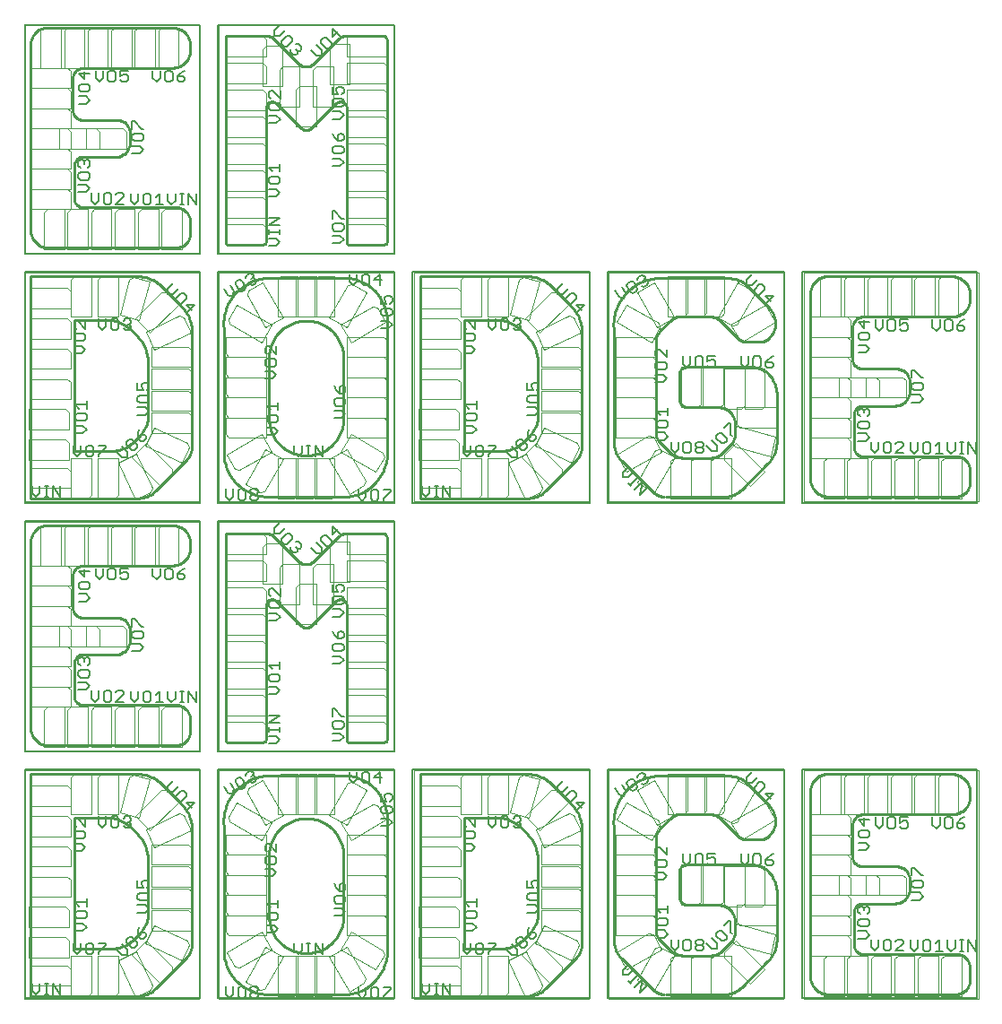
<source format=gto>
G75*
G70*
%OFA0B0*%
%FSLAX25Y25*%
%IPPOS*%
%LPD*%
%AMOC8*
5,1,8,0,0,1.08239X$1,22.5*
%
%ADD11C,0.01000*%
%ADD13C,0.00400*%
%ADD15C,0.00800*%
%ADD17C,0.00000*%
X0010000Y0010000D02*
G75*
%LPD*%
D17*
X0010000Y0010000D02*
X0010000Y0095000D01*
X0075000Y0095000D01*
X0075000Y0010000D01*
X0010000Y0010000D01*
D11*
X0012500Y0011250D02*
X0052300Y0011250D01*
X0059030Y0014030D02*
X0070180Y0025180D01*
X0072500Y0030770D02*
X0072500Y0073030D01*
X0068450Y0082790D02*
X0061320Y0089920D01*
X0052090Y0093750D02*
X0012500Y0093750D01*
X0012500Y0011250D01*
X0028750Y0028750D02*
X0041710Y0028750D01*
X0051590Y0032840D02*
X0052590Y0033840D01*
X0056250Y0042670D02*
X0056250Y0061090D01*
X0051720Y0072030D02*
X0049870Y0073870D01*
X0061320Y0089930D02*
X0060820Y0090400D01*
X0060300Y0090840D01*
X0059760Y0091260D01*
X0059200Y0091640D01*
X0058610Y0092000D01*
X0058010Y0092330D01*
X0057400Y0092620D01*
X0056770Y0092880D01*
X0056120Y0093110D01*
X0055470Y0093310D01*
X0054800Y0093460D01*
X0054130Y0093590D01*
X0053450Y0093680D01*
X0052770Y0093730D01*
X0052090Y0093750D01*
X0041120Y0077500D02*
X0028750Y0077500D01*
X0028750Y0028750D01*
X0041710Y0028740D02*
X0042440Y0028760D01*
X0043170Y0028820D01*
X0043900Y0028910D01*
X0044620Y0029050D01*
X0045330Y0029220D01*
X0046030Y0029420D01*
X0046720Y0029670D01*
X0047400Y0029950D01*
X0048060Y0030260D01*
X0048700Y0030610D01*
X0049320Y0031000D01*
X0049930Y0031410D01*
X0050510Y0031860D01*
X0051060Y0032330D01*
X0051600Y0032830D01*
X0052590Y0033830D02*
X0053040Y0034310D01*
X0053460Y0034800D01*
X0053860Y0035320D01*
X0054230Y0035860D01*
X0054580Y0036420D01*
X0054890Y0037000D01*
X0055170Y0037590D01*
X0055420Y0038190D01*
X0055640Y0038810D01*
X0055820Y0039430D01*
X0055980Y0040070D01*
X0056100Y0040710D01*
X0056180Y0041360D01*
X0056230Y0042020D01*
X0056250Y0042670D01*
X0072500Y0030770D02*
X0072480Y0030250D01*
X0072430Y0029740D01*
X0072350Y0029230D01*
X0072230Y0028720D01*
X0072080Y0028230D01*
X0071900Y0027740D01*
X0071680Y0027270D01*
X0071440Y0026810D01*
X0071170Y0026380D01*
X0070870Y0025950D01*
X0070540Y0025550D01*
X0070180Y0025180D01*
X0059030Y0014040D02*
X0058610Y0013640D01*
X0058170Y0013280D01*
X0057710Y0012940D01*
X0057230Y0012620D01*
X0056720Y0012340D01*
X0056210Y0012090D01*
X0055680Y0011870D01*
X0055130Y0011680D01*
X0054580Y0011530D01*
X0054020Y0011410D01*
X0053450Y0011320D01*
X0052870Y0011270D01*
X0052300Y0011250D01*
X0056250Y0061090D02*
X0056230Y0061850D01*
X0056180Y0062610D01*
X0056080Y0063360D01*
X0055950Y0064110D01*
X0055790Y0064850D01*
X0055580Y0065580D01*
X0055350Y0066300D01*
X0055070Y0067010D01*
X0054770Y0067700D01*
X0054420Y0068380D01*
X0054050Y0069040D01*
X0053640Y0069680D01*
X0053210Y0070300D01*
X0052740Y0070900D01*
X0052250Y0071470D01*
X0051720Y0072020D01*
X0068460Y0082800D02*
X0068950Y0082270D01*
X0069420Y0081720D01*
X0069860Y0081150D01*
X0070270Y0080550D01*
X0070650Y0079930D01*
X0070990Y0079300D01*
X0071310Y0078650D01*
X0071580Y0077980D01*
X0071820Y0077300D01*
X0072030Y0076600D01*
X0072200Y0075900D01*
X0072330Y0075190D01*
X0072420Y0074470D01*
X0072480Y0073750D01*
X0072500Y0073030D01*
X0049870Y0073870D02*
X0049360Y0074340D01*
X0048830Y0074790D01*
X0048280Y0075210D01*
X0047700Y0075590D01*
X0047100Y0075950D01*
X0046490Y0076260D01*
X0045850Y0076550D01*
X0045210Y0076800D01*
X0044540Y0077010D01*
X0043870Y0077180D01*
X0043190Y0077320D01*
X0042500Y0077410D01*
X0041810Y0077470D01*
X0041120Y0077490D01*
D13*
X0037500Y0078750D02*
X0037500Y0092500D01*
X0038750Y0093750D01*
X0045000Y0093750D01*
X0045000Y0078750D01*
X0037500Y0078750D01*
X0035000Y0078750D02*
X0027500Y0078750D01*
X0027500Y0092500D01*
X0028750Y0093750D01*
X0035000Y0093750D01*
X0035000Y0078750D01*
X0027500Y0076870D02*
X0026250Y0078120D01*
X0012500Y0078120D01*
X0012500Y0070620D01*
X0027500Y0070620D01*
X0027500Y0076870D01*
X0027500Y0081870D02*
X0012500Y0081870D01*
X0012500Y0089370D01*
X0026250Y0089370D01*
X0027500Y0088120D01*
X0027500Y0081870D01*
X0026250Y0066870D02*
X0027500Y0065620D01*
X0027500Y0059370D01*
X0012500Y0059370D01*
X0012500Y0066870D01*
X0026250Y0066870D01*
X0026250Y0055620D02*
X0027500Y0054370D01*
X0027500Y0048120D01*
X0012500Y0048120D01*
X0012500Y0055620D01*
X0026250Y0055620D01*
X0025620Y0044370D02*
X0026870Y0043120D01*
X0026870Y0036870D01*
X0011870Y0036870D01*
X0011870Y0044370D01*
X0025620Y0044370D01*
X0025620Y0033120D02*
X0026870Y0031870D01*
X0026870Y0025620D01*
X0011870Y0025620D01*
X0011870Y0033120D01*
X0025620Y0033120D01*
X0027500Y0026250D02*
X0035000Y0026250D01*
X0035000Y0012500D01*
X0033750Y0011250D01*
X0027500Y0011250D01*
X0027500Y0026250D01*
X0026250Y0022500D02*
X0027500Y0021250D01*
X0027500Y0015000D01*
X0012500Y0015000D01*
X0012500Y0022500D01*
X0026250Y0022500D01*
X0037500Y0026250D02*
X0037500Y0011250D01*
X0043750Y0011250D01*
X0045000Y0012500D01*
X0045000Y0026250D01*
X0037500Y0026250D01*
X0045110Y0024510D02*
X0051900Y0027680D01*
X0057710Y0015220D01*
X0057110Y0013560D01*
X0051450Y0010910D01*
X0045110Y0024510D01*
X0050170Y0026400D02*
X0055470Y0031700D01*
X0065190Y0021980D01*
X0065190Y0020210D01*
X0060770Y0015790D01*
X0050170Y0026400D01*
X0055210Y0030770D02*
X0058380Y0037560D01*
X0070840Y0031750D01*
X0071440Y0030090D01*
X0068800Y0024430D01*
X0055210Y0030770D01*
X0057500Y0035620D02*
X0057500Y0043120D01*
X0071250Y0043120D01*
X0072500Y0041870D01*
X0072500Y0035620D01*
X0057500Y0035620D01*
X0057500Y0043750D02*
X0057500Y0051250D01*
X0071250Y0051250D01*
X0072500Y0050000D01*
X0072500Y0043750D01*
X0057500Y0043750D01*
X0057500Y0051870D02*
X0057500Y0059370D01*
X0071250Y0059370D01*
X0072500Y0058120D01*
X0072500Y0051870D01*
X0057500Y0051870D01*
X0057500Y0060000D02*
X0057500Y0067500D01*
X0071250Y0067500D01*
X0072500Y0066250D01*
X0072500Y0060000D01*
X0057500Y0060000D01*
X0058530Y0066430D02*
X0055360Y0073230D01*
X0067830Y0079040D01*
X0069490Y0078430D01*
X0072130Y0072770D01*
X0058530Y0066430D01*
X0056720Y0072670D02*
X0051420Y0077970D01*
X0061140Y0087690D01*
X0062910Y0087690D01*
X0067330Y0083270D01*
X0056720Y0072670D01*
X0052930Y0077410D02*
X0045680Y0079350D01*
X0049240Y0092630D01*
X0050770Y0093510D01*
X0056810Y0091900D01*
X0052930Y0077410D01*
D15*
X0049790Y0077300D02*
X0049790Y0076600D01*
X0049090Y0075900D01*
X0049790Y0075200D01*
X0049790Y0074500D01*
X0049090Y0073800D01*
X0047690Y0073800D01*
X0046990Y0074500D01*
X0048390Y0075900D02*
X0049090Y0075900D01*
X0049790Y0077300D02*
X0049090Y0078000D01*
X0047690Y0078000D01*
X0046990Y0077300D01*
X0045190Y0077300D02*
X0045190Y0074500D01*
X0044490Y0073800D01*
X0043090Y0073800D01*
X0042380Y0074500D01*
X0042380Y0077300D01*
X0043090Y0078000D01*
X0044490Y0078000D01*
X0045190Y0077300D01*
X0040580Y0078000D02*
X0040580Y0075200D01*
X0039180Y0073800D01*
X0037780Y0075200D01*
X0037780Y0078000D01*
X0032850Y0077100D02*
X0032850Y0074290D01*
X0030040Y0077100D01*
X0029340Y0077100D01*
X0028640Y0076390D01*
X0028640Y0074990D01*
X0029340Y0074290D01*
X0029340Y0072490D02*
X0028640Y0071790D01*
X0028640Y0070390D01*
X0029340Y0069690D01*
X0032150Y0069690D01*
X0032850Y0070390D01*
X0032850Y0071790D01*
X0032150Y0072490D01*
X0029340Y0072490D01*
X0028640Y0067890D02*
X0031450Y0067890D01*
X0032850Y0066490D01*
X0031450Y0065080D01*
X0028640Y0065080D01*
X0033350Y0047410D02*
X0033350Y0044600D01*
X0033350Y0046010D02*
X0029140Y0046010D01*
X0030540Y0044600D01*
X0029840Y0042800D02*
X0029140Y0042100D01*
X0029140Y0040700D01*
X0029840Y0040000D01*
X0032650Y0040000D01*
X0033350Y0040700D01*
X0033350Y0042100D01*
X0032650Y0042800D01*
X0029840Y0042800D01*
X0029140Y0038200D02*
X0031950Y0038200D01*
X0033350Y0036800D01*
X0031950Y0035400D01*
X0029140Y0035400D01*
X0028460Y0030850D02*
X0028460Y0028050D01*
X0029860Y0026650D01*
X0031260Y0028050D01*
X0031260Y0030850D01*
X0033060Y0030150D02*
X0033060Y0027350D01*
X0033760Y0026650D01*
X0035170Y0026650D01*
X0035870Y0027350D01*
X0035870Y0030150D01*
X0035170Y0030850D01*
X0033760Y0030850D01*
X0033060Y0030150D01*
X0037670Y0030850D02*
X0040470Y0030850D01*
X0040470Y0030150D01*
X0037670Y0027350D01*
X0037670Y0026650D01*
X0044340Y0028350D02*
X0046320Y0026370D01*
X0048300Y0026370D01*
X0048300Y0028350D01*
X0046320Y0030330D01*
X0048090Y0031110D02*
X0050070Y0029130D01*
X0051060Y0029130D01*
X0052060Y0030120D01*
X0052060Y0031110D01*
X0050070Y0033090D01*
X0049080Y0033090D01*
X0048090Y0032100D01*
X0048090Y0031110D01*
X0052340Y0033380D02*
X0052340Y0035360D01*
X0052830Y0036840D01*
X0053820Y0034860D02*
X0052340Y0033380D01*
X0053330Y0032390D01*
X0054320Y0032390D01*
X0055310Y0033380D01*
X0055310Y0034370D01*
X0054820Y0034860D01*
X0053820Y0034860D01*
X0055070Y0042210D02*
X0052270Y0042210D01*
X0055070Y0042210D02*
X0056470Y0043610D01*
X0055070Y0045010D01*
X0052270Y0045010D01*
X0052970Y0046810D02*
X0055770Y0046810D01*
X0056470Y0047510D01*
X0056470Y0048920D01*
X0055770Y0049620D01*
X0052970Y0049620D01*
X0052270Y0048920D01*
X0052270Y0047510D01*
X0052970Y0046810D01*
X0052270Y0051420D02*
X0054370Y0051420D01*
X0053670Y0052820D01*
X0053670Y0053520D01*
X0054370Y0054220D01*
X0055770Y0054220D01*
X0056470Y0053520D01*
X0056470Y0052120D01*
X0055770Y0051420D01*
X0052270Y0051420D02*
X0052270Y0054220D01*
X0070620Y0080110D02*
X0073600Y0083080D01*
X0070620Y0083080D01*
X0072610Y0081100D01*
X0070340Y0085340D02*
X0070340Y0086330D01*
X0069350Y0087320D01*
X0068360Y0087320D01*
X0066380Y0085340D01*
X0066380Y0084350D01*
X0067370Y0083360D01*
X0068360Y0083360D01*
X0070340Y0085340D01*
X0067580Y0089090D02*
X0065600Y0087110D01*
X0063620Y0087110D01*
X0063620Y0089090D01*
X0065600Y0091070D01*
X0023600Y0015850D02*
X0023600Y0011650D01*
X0020790Y0015850D01*
X0020790Y0011650D01*
X0019120Y0011650D02*
X0017720Y0011650D01*
X0018420Y0011650D02*
X0018420Y0015850D01*
X0017720Y0015850D02*
X0019120Y0015850D01*
X0015920Y0015850D02*
X0015920Y0013050D01*
X0014520Y0011650D01*
X0013120Y0013050D01*
X0013120Y0015850D01*
D15*
X0010400Y0010400D02*
X0010400Y0095400D01*
X0010400Y0095400D02*
X0075400Y0095400D01*
X0075400Y0010400D01*
X0010400Y0010400D01*
X0082500Y0010000D02*
G75*
%LPD*%
D17*
X0082500Y0010000D02*
X0082500Y0095000D01*
X0147500Y0095000D01*
X0147500Y0010000D01*
X0082500Y0010000D01*
D11*
X0084370Y0030000D02*
X0084320Y0029210D01*
X0084300Y0028420D01*
X0084320Y0027630D01*
X0084380Y0026840D01*
X0084470Y0026050D01*
X0084600Y0025270D01*
X0084770Y0024500D01*
X0084980Y0023740D01*
X0085220Y0022980D01*
X0085490Y0022240D01*
X0085810Y0021520D01*
X0086150Y0020810D01*
X0086530Y0020110D01*
X0086940Y0019440D01*
X0087390Y0018780D01*
X0087860Y0018150D01*
X0088360Y0017540D01*
X0088890Y0016950D01*
X0089450Y0016390D01*
X0090040Y0015860D01*
X0090650Y0015360D01*
X0091280Y0014890D01*
X0091940Y0014440D01*
X0092610Y0014030D01*
X0093310Y0013650D01*
X0094020Y0013310D01*
X0094740Y0012990D01*
X0095480Y0012720D01*
X0096240Y0012480D01*
X0097000Y0012270D01*
X0097770Y0012100D01*
X0098550Y0011970D01*
X0099340Y0011880D01*
X0100130Y0011820D01*
X0100920Y0011800D01*
X0101710Y0011820D01*
X0102500Y0011870D01*
X0127500Y0011870D01*
X0127490Y0011870D02*
X0128290Y0011830D01*
X0129090Y0011820D01*
X0129890Y0011860D01*
X0130690Y0011930D01*
X0131480Y0012050D01*
X0132260Y0012200D01*
X0133040Y0012390D01*
X0133800Y0012620D01*
X0134560Y0012890D01*
X0135300Y0013190D01*
X0136020Y0013530D01*
X0136730Y0013900D01*
X0137410Y0014300D01*
X0138080Y0014740D01*
X0138730Y0015220D01*
X0139350Y0015720D01*
X0139940Y0016250D01*
X0140510Y0016810D01*
X0141050Y0017400D01*
X0141560Y0018020D01*
X0142050Y0018650D01*
X0142490Y0019310D01*
X0142910Y0020000D01*
X0143290Y0020700D01*
X0143640Y0021420D01*
X0143950Y0022150D01*
X0144230Y0022900D01*
X0144470Y0023670D01*
X0144670Y0024440D01*
X0144830Y0025220D01*
X0144960Y0026010D01*
X0145040Y0026810D01*
X0145090Y0027600D01*
X0145100Y0028400D01*
X0145070Y0029200D01*
X0145000Y0030000D01*
X0145000Y0076250D01*
X0145030Y0077030D01*
X0145020Y0077820D01*
X0144970Y0078600D01*
X0144880Y0079380D01*
X0144750Y0080160D01*
X0144590Y0080920D01*
X0144390Y0081680D01*
X0144150Y0082430D01*
X0143880Y0083170D01*
X0143570Y0083890D01*
X0143220Y0084600D01*
X0142840Y0085280D01*
X0142430Y0085950D01*
X0141990Y0086600D01*
X0141510Y0087230D01*
X0141010Y0087830D01*
X0140470Y0088400D01*
X0139910Y0088950D01*
X0139320Y0089470D01*
X0138710Y0089960D01*
X0138070Y0090430D01*
X0137420Y0090850D01*
X0136740Y0091250D01*
X0136040Y0091610D01*
X0135330Y0091940D01*
X0134600Y0092240D01*
X0133860Y0092490D01*
X0133110Y0092720D01*
X0132340Y0092900D01*
X0131570Y0093050D01*
X0130790Y0093160D01*
X0130010Y0093230D01*
X0129230Y0093260D01*
X0128440Y0093250D01*
X0127660Y0093210D01*
X0126880Y0093120D01*
X0126870Y0093120D02*
X0102500Y0093120D01*
X0101680Y0093150D01*
X0100860Y0093140D01*
X0100050Y0093090D01*
X0099230Y0093010D01*
X0098420Y0092880D01*
X0097620Y0092720D01*
X0096830Y0092520D01*
X0096050Y0092280D01*
X0095280Y0092000D01*
X0094520Y0091690D01*
X0093780Y0091350D01*
X0093050Y0090960D01*
X0092350Y0090550D01*
X0091670Y0090100D01*
X0091000Y0089620D01*
X0090370Y0089100D01*
X0089750Y0088560D01*
X0089170Y0087990D01*
X0088610Y0087390D01*
X0088080Y0086770D01*
X0087580Y0086120D01*
X0087110Y0085450D01*
X0086670Y0084760D01*
X0086270Y0084050D01*
X0085900Y0083320D01*
X0085570Y0082570D01*
X0085270Y0081810D01*
X0085010Y0081030D01*
X0084790Y0080240D01*
X0084600Y0079450D01*
X0084450Y0078640D01*
X0084340Y0077830D01*
X0084270Y0077010D01*
X0084240Y0076200D01*
X0084250Y0075380D01*
X0084300Y0074560D01*
X0084380Y0073750D01*
X0084370Y0073750D02*
X0084370Y0030000D01*
X0101250Y0039370D02*
X0101250Y0065000D01*
X0101360Y0065720D01*
X0101490Y0066450D01*
X0101670Y0067160D01*
X0101890Y0067860D01*
X0102140Y0068550D01*
X0102420Y0069230D01*
X0102750Y0069880D01*
X0103110Y0070530D01*
X0103500Y0071150D01*
X0103920Y0071750D01*
X0104380Y0072320D01*
X0104860Y0072870D01*
X0105370Y0073400D01*
X0105910Y0073900D01*
X0106480Y0074360D01*
X0107070Y0074800D01*
X0107680Y0075210D01*
X0108320Y0075580D01*
X0108970Y0075920D01*
X0109640Y0076220D01*
X0110320Y0076480D01*
X0111020Y0076710D01*
X0111730Y0076910D01*
X0112440Y0077060D01*
X0113170Y0077180D01*
X0113900Y0077260D01*
X0114630Y0077300D01*
X0115370Y0077300D01*
X0116100Y0077260D01*
X0116830Y0077180D01*
X0117560Y0077060D01*
X0118270Y0076910D01*
X0118980Y0076710D01*
X0119680Y0076480D01*
X0120360Y0076220D01*
X0121030Y0075920D01*
X0121680Y0075580D01*
X0122320Y0075210D01*
X0122930Y0074800D01*
X0123520Y0074360D01*
X0124090Y0073900D01*
X0124630Y0073400D01*
X0125140Y0072870D01*
X0125620Y0072320D01*
X0126080Y0071750D01*
X0126500Y0071150D01*
X0126890Y0070530D01*
X0127250Y0069880D01*
X0127580Y0069230D01*
X0127860Y0068550D01*
X0128110Y0067860D01*
X0128330Y0067160D01*
X0128510Y0066450D01*
X0128640Y0065720D01*
X0128750Y0065000D01*
X0128750Y0039370D01*
X0128640Y0038650D01*
X0128510Y0037920D01*
X0128330Y0037210D01*
X0128110Y0036510D01*
X0127860Y0035820D01*
X0127580Y0035140D01*
X0127250Y0034490D01*
X0126890Y0033840D01*
X0126500Y0033220D01*
X0126080Y0032620D01*
X0125620Y0032050D01*
X0125140Y0031500D01*
X0124630Y0030970D01*
X0124090Y0030470D01*
X0123520Y0030010D01*
X0122930Y0029570D01*
X0122320Y0029160D01*
X0121680Y0028790D01*
X0121030Y0028450D01*
X0120360Y0028150D01*
X0119680Y0027890D01*
X0118980Y0027660D01*
X0118270Y0027460D01*
X0117560Y0027310D01*
X0116830Y0027190D01*
X0116100Y0027110D01*
X0115370Y0027070D01*
X0114630Y0027070D01*
X0113900Y0027110D01*
X0113170Y0027190D01*
X0112440Y0027310D01*
X0111730Y0027460D01*
X0111020Y0027660D01*
X0110320Y0027890D01*
X0109640Y0028150D01*
X0108970Y0028450D01*
X0108320Y0028790D01*
X0107680Y0029160D01*
X0107070Y0029570D01*
X0106480Y0030010D01*
X0105910Y0030470D01*
X0105370Y0030970D01*
X0104860Y0031500D01*
X0104380Y0032050D01*
X0103920Y0032620D01*
X0103500Y0033220D01*
X0103110Y0033840D01*
X0102750Y0034490D01*
X0102420Y0035140D01*
X0102140Y0035820D01*
X0101890Y0036510D01*
X0101670Y0037210D01*
X0101490Y0037920D01*
X0101360Y0038650D01*
X0101250Y0039370D01*
D13*
X0100000Y0041250D02*
X0086250Y0041250D01*
X0085000Y0042500D01*
X0085000Y0048750D01*
X0100000Y0048750D01*
X0100000Y0041250D01*
X0100000Y0033750D01*
X0086250Y0033750D01*
X0085000Y0035000D01*
X0085000Y0041250D01*
X0100000Y0041250D01*
X0098370Y0035120D02*
X0102120Y0028620D01*
X0090210Y0021750D01*
X0088500Y0022210D01*
X0085380Y0027620D01*
X0098370Y0035120D01*
X0099870Y0029620D02*
X0106370Y0025870D01*
X0099490Y0013960D01*
X0097790Y0013500D01*
X0092370Y0016630D01*
X0099870Y0029620D01*
X0104370Y0026250D02*
X0111870Y0026250D01*
X0111870Y0012500D01*
X0110620Y0011250D01*
X0104370Y0011250D01*
X0104370Y0026250D01*
X0111250Y0026250D02*
X0118750Y0026250D01*
X0118750Y0012500D01*
X0117500Y0011250D01*
X0111250Y0011250D01*
X0111250Y0026250D01*
X0118120Y0026250D02*
X0125620Y0026250D01*
X0125620Y0012500D01*
X0124370Y0011250D01*
X0118120Y0011250D01*
X0118120Y0026250D01*
X0123620Y0025870D02*
X0130120Y0029620D01*
X0136990Y0017710D01*
X0136540Y0016000D01*
X0131120Y0012880D01*
X0123620Y0025870D01*
X0127880Y0028620D02*
X0131630Y0035120D01*
X0143530Y0028240D01*
X0143990Y0026540D01*
X0140870Y0021120D01*
X0127880Y0028620D01*
X0130000Y0033750D02*
X0130000Y0041250D01*
X0143750Y0041250D01*
X0145000Y0040000D01*
X0145000Y0033750D01*
X0130000Y0033750D01*
X0130000Y0041250D02*
X0130000Y0048750D01*
X0130000Y0056250D01*
X0130000Y0063750D01*
X0143750Y0063750D01*
X0145000Y0062500D01*
X0145000Y0056250D01*
X0130000Y0056250D01*
X0143750Y0056250D01*
X0145000Y0055000D01*
X0145000Y0048750D01*
X0130000Y0048750D01*
X0143750Y0048750D01*
X0145000Y0047500D01*
X0145000Y0041250D01*
X0130000Y0041250D01*
X0130000Y0063750D02*
X0130000Y0071250D01*
X0143750Y0071250D01*
X0145000Y0070000D01*
X0145000Y0063750D01*
X0130000Y0063750D01*
X0131630Y0069250D02*
X0127880Y0075740D01*
X0139780Y0082620D01*
X0141490Y0082160D01*
X0144620Y0076750D01*
X0131630Y0069250D01*
X0130120Y0074750D02*
X0123620Y0078500D01*
X0130500Y0090410D01*
X0132210Y0090870D01*
X0137620Y0087740D01*
X0130120Y0074750D01*
X0125620Y0078750D02*
X0118120Y0078750D01*
X0118120Y0092500D01*
X0119370Y0093750D01*
X0125620Y0093750D01*
X0125620Y0078750D01*
X0118750Y0078750D02*
X0111250Y0078750D01*
X0111250Y0092500D01*
X0112500Y0093750D01*
X0118750Y0093750D01*
X0118750Y0078750D01*
X0111870Y0078750D02*
X0104370Y0078750D01*
X0104370Y0092500D01*
X0105620Y0093750D01*
X0111870Y0093750D01*
X0111870Y0078750D01*
X0106370Y0078500D02*
X0099870Y0074750D01*
X0093000Y0086660D01*
X0093460Y0088370D01*
X0098870Y0091490D01*
X0106370Y0078500D01*
X0102120Y0075740D02*
X0098370Y0069250D01*
X0086460Y0076120D01*
X0086000Y0077830D01*
X0089130Y0083240D01*
X0102120Y0075740D01*
X0100000Y0071250D02*
X0100000Y0063750D01*
X0086250Y0063750D01*
X0085000Y0065000D01*
X0085000Y0071250D01*
X0100000Y0071250D01*
X0100000Y0063750D02*
X0100000Y0056250D01*
X0100000Y0048750D01*
X0086250Y0048750D01*
X0085000Y0050000D01*
X0085000Y0056250D01*
X0100000Y0056250D01*
X0086250Y0056250D01*
X0085000Y0057500D01*
X0085000Y0063750D01*
X0100000Y0063750D01*
D15*
X0100340Y0063050D02*
X0099640Y0062350D01*
X0099640Y0060950D01*
X0100340Y0060250D01*
X0103150Y0060250D01*
X0103850Y0060950D01*
X0103850Y0062350D01*
X0103150Y0063050D01*
X0100340Y0063050D01*
X0100340Y0064850D02*
X0099640Y0065560D01*
X0099640Y0066960D01*
X0100340Y0067660D01*
X0101040Y0067660D01*
X0103850Y0064850D01*
X0103850Y0067660D01*
X0102450Y0058450D02*
X0099640Y0058450D01*
X0099640Y0055650D02*
X0102450Y0055650D01*
X0103850Y0057050D01*
X0102450Y0058450D01*
X0104600Y0046780D02*
X0104600Y0043980D01*
X0104600Y0045380D02*
X0100390Y0045380D01*
X0101790Y0043980D01*
X0101090Y0042180D02*
X0100390Y0041480D01*
X0100390Y0040080D01*
X0101090Y0039380D01*
X0103900Y0039380D01*
X0104600Y0040080D01*
X0104600Y0041480D01*
X0103900Y0042180D01*
X0101090Y0042180D01*
X0100390Y0037570D02*
X0103200Y0037570D01*
X0104600Y0036170D01*
X0103200Y0034770D01*
X0100390Y0034770D01*
X0110620Y0030850D02*
X0110620Y0028050D01*
X0112020Y0026650D01*
X0113420Y0028050D01*
X0113420Y0030850D01*
X0115220Y0030850D02*
X0116620Y0030850D01*
X0115920Y0030850D02*
X0115920Y0026650D01*
X0115220Y0026650D02*
X0116620Y0026650D01*
X0118290Y0026650D02*
X0118290Y0030850D01*
X0121100Y0026650D01*
X0121100Y0030850D01*
X0125390Y0041020D02*
X0128200Y0041020D01*
X0129600Y0042420D01*
X0128200Y0043820D01*
X0125390Y0043820D01*
X0126090Y0045630D02*
X0128900Y0045630D01*
X0129600Y0046330D01*
X0129600Y0047730D01*
X0128900Y0048430D01*
X0126090Y0048430D01*
X0125390Y0047730D01*
X0125390Y0046330D01*
X0126090Y0045630D01*
X0127490Y0050230D02*
X0127490Y0052330D01*
X0128200Y0053030D01*
X0128900Y0053030D01*
X0129600Y0052330D01*
X0129600Y0050930D01*
X0128900Y0050230D01*
X0127490Y0050230D01*
X0126090Y0051630D01*
X0125390Y0053030D01*
X0142770Y0074400D02*
X0145570Y0074400D01*
X0146970Y0075800D01*
X0145570Y0077200D01*
X0142770Y0077200D01*
X0143470Y0079000D02*
X0146270Y0079000D01*
X0146970Y0079700D01*
X0146970Y0081100D01*
X0146270Y0081800D01*
X0143470Y0081800D01*
X0142770Y0081100D01*
X0142770Y0079700D01*
X0143470Y0079000D01*
X0142770Y0083600D02*
X0144870Y0083600D01*
X0144170Y0085010D01*
X0144170Y0085710D01*
X0144870Y0086410D01*
X0146270Y0086410D01*
X0146970Y0085710D01*
X0146970Y0084310D01*
X0146270Y0083600D01*
X0142770Y0083600D02*
X0142770Y0086410D01*
X0142330Y0090400D02*
X0142330Y0094600D01*
X0140230Y0092500D01*
X0143030Y0092500D01*
X0138430Y0091100D02*
X0138430Y0093900D01*
X0137730Y0094600D01*
X0136330Y0094600D01*
X0135630Y0093900D01*
X0135630Y0091100D01*
X0136330Y0090400D01*
X0137730Y0090400D01*
X0138430Y0091100D01*
X0133820Y0091800D02*
X0133820Y0094600D01*
X0131020Y0094600D02*
X0131020Y0091800D01*
X0132420Y0090400D01*
X0133820Y0091800D01*
X0096440Y0092150D02*
X0096190Y0091200D01*
X0094970Y0090500D01*
X0094020Y0090750D01*
X0092460Y0089850D02*
X0091060Y0092280D01*
X0090100Y0092540D01*
X0088890Y0091840D01*
X0088630Y0090880D01*
X0090030Y0088450D01*
X0090990Y0088200D01*
X0092200Y0088900D01*
X0092460Y0089850D01*
X0094530Y0092670D02*
X0095140Y0093020D01*
X0096090Y0092760D01*
X0096440Y0092150D01*
X0095140Y0093020D02*
X0095390Y0093980D01*
X0095040Y0094580D01*
X0094090Y0094840D01*
X0092870Y0094140D01*
X0092620Y0093180D01*
X0086720Y0090580D02*
X0088120Y0088160D01*
X0087610Y0086240D01*
X0085690Y0086760D01*
X0084290Y0089180D01*
X0085020Y0014730D02*
X0085020Y0011920D01*
X0086420Y0010520D01*
X0087820Y0011920D01*
X0087820Y0014730D01*
X0089630Y0014020D02*
X0089630Y0011220D01*
X0090330Y0010520D01*
X0091730Y0010520D01*
X0092430Y0011220D01*
X0092430Y0014020D01*
X0091730Y0014730D01*
X0090330Y0014730D01*
X0089630Y0014020D01*
X0094230Y0014020D02*
X0094230Y0013320D01*
X0094930Y0012620D01*
X0096330Y0012620D01*
X0097030Y0011920D01*
X0097030Y0011220D01*
X0096330Y0010520D01*
X0094930Y0010520D01*
X0094230Y0011220D01*
X0094230Y0011920D01*
X0094930Y0012620D01*
X0096330Y0012620D02*
X0097030Y0013320D01*
X0097030Y0014020D01*
X0096330Y0014730D01*
X0094930Y0014730D01*
X0094230Y0014020D01*
X0134460Y0014480D02*
X0134460Y0011670D01*
X0135860Y0010270D01*
X0137260Y0011670D01*
X0137260Y0014480D01*
X0139060Y0013770D02*
X0139060Y0010970D01*
X0139760Y0010270D01*
X0141170Y0010270D01*
X0141870Y0010970D01*
X0141870Y0013770D01*
X0141170Y0014480D01*
X0139760Y0014480D01*
X0139060Y0013770D01*
X0143670Y0014480D02*
X0146470Y0014480D01*
X0146470Y0013770D01*
X0143670Y0010970D01*
X0143670Y0010270D01*
D15*
X0082100Y0010400D02*
X0082100Y0095400D01*
X0147900Y0095400D01*
X0147900Y0010400D01*
X0082100Y0010400D01*
X0155000Y0010000D02*
G75*
%LPD*%
D17*
X0155000Y0010000D02*
X0155000Y0095000D01*
X0220000Y0095000D01*
X0220000Y0010000D01*
X0155000Y0010000D01*
D11*
X0157500Y0011250D02*
X0197300Y0011250D01*
X0204030Y0014030D02*
X0215180Y0025180D01*
X0217500Y0030770D02*
X0217500Y0073030D01*
X0213450Y0082790D02*
X0206320Y0089920D01*
X0197090Y0093750D02*
X0157500Y0093750D01*
X0157500Y0011250D01*
X0173750Y0028750D02*
X0186710Y0028750D01*
X0196590Y0032840D02*
X0197590Y0033840D01*
X0201250Y0042670D02*
X0201250Y0061090D01*
X0196720Y0072030D02*
X0194870Y0073870D01*
X0206320Y0089930D02*
X0205820Y0090400D01*
X0205300Y0090840D01*
X0204760Y0091260D01*
X0204200Y0091640D01*
X0203610Y0092000D01*
X0203010Y0092330D01*
X0202400Y0092620D01*
X0201770Y0092880D01*
X0201120Y0093110D01*
X0200470Y0093310D01*
X0199800Y0093460D01*
X0199130Y0093590D01*
X0198450Y0093680D01*
X0197770Y0093730D01*
X0197090Y0093750D01*
X0186120Y0077500D02*
X0173750Y0077500D01*
X0173750Y0028750D01*
X0186710Y0028740D02*
X0187440Y0028760D01*
X0188170Y0028820D01*
X0188900Y0028910D01*
X0189620Y0029050D01*
X0190330Y0029220D01*
X0191030Y0029420D01*
X0191720Y0029670D01*
X0192400Y0029950D01*
X0193060Y0030260D01*
X0193700Y0030610D01*
X0194320Y0031000D01*
X0194930Y0031410D01*
X0195510Y0031860D01*
X0196060Y0032330D01*
X0196600Y0032830D01*
X0197590Y0033830D02*
X0198040Y0034310D01*
X0198460Y0034800D01*
X0198860Y0035320D01*
X0199230Y0035860D01*
X0199580Y0036420D01*
X0199890Y0037000D01*
X0200170Y0037590D01*
X0200420Y0038190D01*
X0200640Y0038810D01*
X0200820Y0039430D01*
X0200980Y0040070D01*
X0201100Y0040710D01*
X0201180Y0041360D01*
X0201230Y0042020D01*
X0201250Y0042670D01*
X0217500Y0030770D02*
X0217480Y0030250D01*
X0217430Y0029740D01*
X0217350Y0029230D01*
X0217230Y0028720D01*
X0217080Y0028230D01*
X0216900Y0027740D01*
X0216680Y0027270D01*
X0216440Y0026810D01*
X0216170Y0026380D01*
X0215870Y0025950D01*
X0215540Y0025550D01*
X0215180Y0025180D01*
X0204030Y0014040D02*
X0203610Y0013640D01*
X0203170Y0013280D01*
X0202710Y0012940D01*
X0202230Y0012620D01*
X0201720Y0012340D01*
X0201210Y0012090D01*
X0200680Y0011870D01*
X0200130Y0011680D01*
X0199580Y0011530D01*
X0199020Y0011410D01*
X0198450Y0011320D01*
X0197870Y0011270D01*
X0197300Y0011250D01*
X0201250Y0061090D02*
X0201230Y0061850D01*
X0201180Y0062610D01*
X0201080Y0063360D01*
X0200950Y0064110D01*
X0200790Y0064850D01*
X0200580Y0065580D01*
X0200350Y0066300D01*
X0200070Y0067010D01*
X0199770Y0067700D01*
X0199420Y0068380D01*
X0199050Y0069040D01*
X0198640Y0069680D01*
X0198210Y0070300D01*
X0197740Y0070900D01*
X0197250Y0071470D01*
X0196720Y0072020D01*
X0213460Y0082800D02*
X0213950Y0082270D01*
X0214420Y0081720D01*
X0214860Y0081150D01*
X0215270Y0080550D01*
X0215650Y0079930D01*
X0215990Y0079300D01*
X0216310Y0078650D01*
X0216580Y0077980D01*
X0216820Y0077300D01*
X0217030Y0076600D01*
X0217200Y0075900D01*
X0217330Y0075190D01*
X0217420Y0074470D01*
X0217480Y0073750D01*
X0217500Y0073030D01*
X0194870Y0073870D02*
X0194360Y0074340D01*
X0193830Y0074790D01*
X0193280Y0075210D01*
X0192700Y0075590D01*
X0192100Y0075950D01*
X0191490Y0076260D01*
X0190850Y0076550D01*
X0190210Y0076800D01*
X0189540Y0077010D01*
X0188870Y0077180D01*
X0188190Y0077320D01*
X0187500Y0077410D01*
X0186810Y0077470D01*
X0186120Y0077490D01*
D13*
X0182500Y0078750D02*
X0182500Y0092500D01*
X0183750Y0093750D01*
X0190000Y0093750D01*
X0190000Y0078750D01*
X0182500Y0078750D01*
X0180000Y0078750D02*
X0172500Y0078750D01*
X0172500Y0092500D01*
X0173750Y0093750D01*
X0180000Y0093750D01*
X0180000Y0078750D01*
X0172500Y0076870D02*
X0171250Y0078120D01*
X0157500Y0078120D01*
X0157500Y0070620D01*
X0172500Y0070620D01*
X0172500Y0076870D01*
X0172500Y0081870D02*
X0157500Y0081870D01*
X0157500Y0089370D01*
X0171250Y0089370D01*
X0172500Y0088120D01*
X0172500Y0081870D01*
X0171250Y0066870D02*
X0172500Y0065620D01*
X0172500Y0059370D01*
X0157500Y0059370D01*
X0157500Y0066870D01*
X0171250Y0066870D01*
X0171250Y0055620D02*
X0172500Y0054370D01*
X0172500Y0048120D01*
X0157500Y0048120D01*
X0157500Y0055620D01*
X0171250Y0055620D01*
X0170620Y0044370D02*
X0171870Y0043120D01*
X0171870Y0036870D01*
X0156870Y0036870D01*
X0156870Y0044370D01*
X0170620Y0044370D01*
X0170620Y0033120D02*
X0171870Y0031870D01*
X0171870Y0025620D01*
X0156870Y0025620D01*
X0156870Y0033120D01*
X0170620Y0033120D01*
X0172500Y0026250D02*
X0180000Y0026250D01*
X0180000Y0012500D01*
X0178750Y0011250D01*
X0172500Y0011250D01*
X0172500Y0026250D01*
X0171250Y0022500D02*
X0172500Y0021250D01*
X0172500Y0015000D01*
X0157500Y0015000D01*
X0157500Y0022500D01*
X0171250Y0022500D01*
X0182500Y0026250D02*
X0182500Y0011250D01*
X0188750Y0011250D01*
X0190000Y0012500D01*
X0190000Y0026250D01*
X0182500Y0026250D01*
X0190110Y0024510D02*
X0196900Y0027680D01*
X0202710Y0015220D01*
X0202110Y0013560D01*
X0196450Y0010910D01*
X0190110Y0024510D01*
X0195170Y0026400D02*
X0200470Y0031700D01*
X0210190Y0021980D01*
X0210190Y0020210D01*
X0205770Y0015790D01*
X0195170Y0026400D01*
X0200210Y0030770D02*
X0203380Y0037560D01*
X0215840Y0031750D01*
X0216440Y0030090D01*
X0213800Y0024430D01*
X0200210Y0030770D01*
X0202500Y0035620D02*
X0202500Y0043120D01*
X0216250Y0043120D01*
X0217500Y0041870D01*
X0217500Y0035620D01*
X0202500Y0035620D01*
X0202500Y0043750D02*
X0202500Y0051250D01*
X0216250Y0051250D01*
X0217500Y0050000D01*
X0217500Y0043750D01*
X0202500Y0043750D01*
X0202500Y0051870D02*
X0202500Y0059370D01*
X0216250Y0059370D01*
X0217500Y0058120D01*
X0217500Y0051870D01*
X0202500Y0051870D01*
X0202500Y0060000D02*
X0202500Y0067500D01*
X0216250Y0067500D01*
X0217500Y0066250D01*
X0217500Y0060000D01*
X0202500Y0060000D01*
X0203530Y0066430D02*
X0200360Y0073230D01*
X0212830Y0079040D01*
X0214490Y0078430D01*
X0217130Y0072770D01*
X0203530Y0066430D01*
X0201720Y0072670D02*
X0196420Y0077970D01*
X0206140Y0087690D01*
X0207910Y0087690D01*
X0212330Y0083270D01*
X0201720Y0072670D01*
X0197930Y0077410D02*
X0190680Y0079350D01*
X0194240Y0092630D01*
X0195770Y0093510D01*
X0201810Y0091900D01*
X0197930Y0077410D01*
D15*
X0194790Y0077300D02*
X0194790Y0076600D01*
X0194090Y0075900D01*
X0194790Y0075200D01*
X0194790Y0074500D01*
X0194090Y0073800D01*
X0192690Y0073800D01*
X0191990Y0074500D01*
X0193390Y0075900D02*
X0194090Y0075900D01*
X0194790Y0077300D02*
X0194090Y0078000D01*
X0192690Y0078000D01*
X0191990Y0077300D01*
X0190190Y0077300D02*
X0190190Y0074500D01*
X0189490Y0073800D01*
X0188090Y0073800D01*
X0187380Y0074500D01*
X0187380Y0077300D01*
X0188090Y0078000D01*
X0189490Y0078000D01*
X0190190Y0077300D01*
X0185580Y0078000D02*
X0185580Y0075200D01*
X0184180Y0073800D01*
X0182780Y0075200D01*
X0182780Y0078000D01*
X0177850Y0077100D02*
X0177850Y0074290D01*
X0175040Y0077100D01*
X0174340Y0077100D01*
X0173640Y0076390D01*
X0173640Y0074990D01*
X0174340Y0074290D01*
X0174340Y0072490D02*
X0173640Y0071790D01*
X0173640Y0070390D01*
X0174340Y0069690D01*
X0177150Y0069690D01*
X0177850Y0070390D01*
X0177850Y0071790D01*
X0177150Y0072490D01*
X0174340Y0072490D01*
X0173640Y0067890D02*
X0176450Y0067890D01*
X0177850Y0066490D01*
X0176450Y0065080D01*
X0173640Y0065080D01*
X0178350Y0047410D02*
X0178350Y0044600D01*
X0178350Y0046010D02*
X0174140Y0046010D01*
X0175540Y0044600D01*
X0174840Y0042800D02*
X0174140Y0042100D01*
X0174140Y0040700D01*
X0174840Y0040000D01*
X0177650Y0040000D01*
X0178350Y0040700D01*
X0178350Y0042100D01*
X0177650Y0042800D01*
X0174840Y0042800D01*
X0174140Y0038200D02*
X0176950Y0038200D01*
X0178350Y0036800D01*
X0176950Y0035400D01*
X0174140Y0035400D01*
X0173460Y0030850D02*
X0173460Y0028050D01*
X0174860Y0026650D01*
X0176260Y0028050D01*
X0176260Y0030850D01*
X0178060Y0030150D02*
X0178060Y0027350D01*
X0178760Y0026650D01*
X0180170Y0026650D01*
X0180870Y0027350D01*
X0180870Y0030150D01*
X0180170Y0030850D01*
X0178760Y0030850D01*
X0178060Y0030150D01*
X0182670Y0030850D02*
X0185470Y0030850D01*
X0185470Y0030150D01*
X0182670Y0027350D01*
X0182670Y0026650D01*
X0189340Y0028350D02*
X0191320Y0026370D01*
X0193300Y0026370D01*
X0193300Y0028350D01*
X0191320Y0030330D01*
X0193090Y0031110D02*
X0195070Y0029130D01*
X0196060Y0029130D01*
X0197060Y0030120D01*
X0197060Y0031110D01*
X0195070Y0033090D01*
X0194080Y0033090D01*
X0193090Y0032100D01*
X0193090Y0031110D01*
X0197340Y0033380D02*
X0197340Y0035360D01*
X0197830Y0036840D01*
X0198820Y0034860D02*
X0197340Y0033380D01*
X0198330Y0032390D01*
X0199320Y0032390D01*
X0200310Y0033380D01*
X0200310Y0034370D01*
X0199820Y0034860D01*
X0198820Y0034860D01*
X0200070Y0042210D02*
X0197270Y0042210D01*
X0200070Y0042210D02*
X0201470Y0043610D01*
X0200070Y0045010D01*
X0197270Y0045010D01*
X0197970Y0046810D02*
X0200770Y0046810D01*
X0201470Y0047510D01*
X0201470Y0048920D01*
X0200770Y0049620D01*
X0197970Y0049620D01*
X0197270Y0048920D01*
X0197270Y0047510D01*
X0197970Y0046810D01*
X0197270Y0051420D02*
X0199370Y0051420D01*
X0198670Y0052820D01*
X0198670Y0053520D01*
X0199370Y0054220D01*
X0200770Y0054220D01*
X0201470Y0053520D01*
X0201470Y0052120D01*
X0200770Y0051420D01*
X0197270Y0051420D02*
X0197270Y0054220D01*
X0215620Y0080110D02*
X0218600Y0083080D01*
X0215620Y0083080D01*
X0217610Y0081100D01*
X0215340Y0085340D02*
X0215340Y0086330D01*
X0214350Y0087320D01*
X0213360Y0087320D01*
X0211380Y0085340D01*
X0211380Y0084350D01*
X0212370Y0083360D01*
X0213360Y0083360D01*
X0215340Y0085340D01*
X0212580Y0089090D02*
X0210600Y0087110D01*
X0208620Y0087110D01*
X0208620Y0089090D01*
X0210600Y0091070D01*
X0168600Y0015850D02*
X0168600Y0011650D01*
X0165790Y0015850D01*
X0165790Y0011650D01*
X0164120Y0011650D02*
X0162720Y0011650D01*
X0163420Y0011650D02*
X0163420Y0015850D01*
X0162720Y0015850D02*
X0164120Y0015850D01*
X0160920Y0015850D02*
X0160920Y0013050D01*
X0159520Y0011650D01*
X0158120Y0013050D01*
X0158120Y0015850D01*
D15*
X0154600Y0010400D02*
X0154600Y0095400D01*
X0220400Y0095400D01*
X0220400Y0010400D01*
X0154600Y0010400D01*
X0227500Y0010000D02*
G75*
%LPD*%
D17*
X0227500Y0010000D02*
X0227500Y0095000D01*
X0292500Y0095000D01*
X0292500Y0010000D01*
X0227500Y0010000D01*
D11*
X0232320Y0025170D02*
X0243850Y0013640D01*
X0244200Y0013320D01*
X0244570Y0013020D01*
X0244960Y0012760D01*
X0245380Y0012530D01*
X0245810Y0012330D01*
X0246250Y0012170D01*
X0246710Y0012040D01*
X0247180Y0011940D01*
X0247650Y0011890D01*
X0248120Y0011870D01*
X0248750Y0011870D02*
X0270600Y0011870D01*
X0277040Y0014540D02*
X0286520Y0024020D01*
X0290000Y0032420D02*
X0290000Y0049780D01*
X0286750Y0057620D02*
X0286360Y0057980D01*
X0285950Y0058320D01*
X0285520Y0058630D01*
X0285060Y0058910D01*
X0284600Y0059160D01*
X0284110Y0059380D01*
X0283610Y0059570D01*
X0283100Y0059720D01*
X0282590Y0059840D01*
X0282060Y0059930D01*
X0281530Y0059980D01*
X0281000Y0060000D01*
X0256320Y0060000D01*
X0256010Y0059980D01*
X0255700Y0059930D01*
X0255410Y0059830D01*
X0255120Y0059700D01*
X0254850Y0059540D01*
X0254610Y0059350D01*
X0254390Y0059130D01*
X0254200Y0058890D01*
X0254040Y0058620D01*
X0253910Y0058330D01*
X0253810Y0058040D01*
X0253760Y0057730D01*
X0253740Y0057420D01*
X0253750Y0057420D02*
X0253750Y0048180D01*
X0253740Y0048180D02*
X0253760Y0047850D01*
X0253810Y0047520D01*
X0253900Y0047190D01*
X0254020Y0046880D01*
X0254170Y0046590D01*
X0254350Y0046300D01*
X0254560Y0046050D01*
X0254800Y0045810D01*
X0255050Y0045600D01*
X0255340Y0045420D01*
X0255630Y0045270D01*
X0255940Y0045150D01*
X0256270Y0045060D01*
X0256600Y0045010D01*
X0256930Y0044990D01*
X0256930Y0045000D02*
X0268610Y0045000D01*
X0268610Y0044990D02*
X0269060Y0044970D01*
X0269510Y0044920D01*
X0269950Y0044830D01*
X0270390Y0044710D01*
X0270810Y0044550D01*
X0271220Y0044360D01*
X0271620Y0044140D01*
X0272000Y0043890D01*
X0272350Y0043610D01*
X0272680Y0043300D01*
X0272990Y0042970D01*
X0273270Y0042620D01*
X0273520Y0042240D01*
X0273740Y0041840D01*
X0273930Y0041430D01*
X0274090Y0041010D01*
X0274210Y0040570D01*
X0274300Y0040130D01*
X0274350Y0039680D01*
X0274370Y0039230D01*
X0274370Y0035100D01*
X0290000Y0032420D02*
X0289980Y0031750D01*
X0289930Y0031090D01*
X0289830Y0030430D01*
X0289700Y0029780D01*
X0289540Y0029130D01*
X0289330Y0028500D01*
X0289100Y0027870D01*
X0288820Y0027270D01*
X0288520Y0026670D01*
X0288180Y0026100D01*
X0287810Y0025550D01*
X0287410Y0025010D01*
X0286980Y0024500D01*
X0286520Y0024020D01*
X0272530Y0030660D02*
X0270260Y0028380D01*
X0265100Y0026250D02*
X0255300Y0026250D01*
X0250520Y0028230D02*
X0246110Y0032630D01*
X0245000Y0035320D02*
X0245000Y0069170D01*
X0246910Y0073780D02*
X0250700Y0077570D01*
X0253530Y0078750D02*
X0265270Y0078750D01*
X0269070Y0077170D02*
X0275760Y0070490D01*
X0278450Y0069370D02*
X0283960Y0069370D01*
X0286790Y0070540D02*
X0287540Y0071290D01*
X0286790Y0070540D02*
X0286500Y0070280D01*
X0286180Y0070040D01*
X0285850Y0069840D01*
X0285490Y0069670D01*
X0285120Y0069540D01*
X0284740Y0069450D01*
X0284350Y0069390D01*
X0283960Y0069370D01*
X0278450Y0069370D02*
X0278080Y0069390D01*
X0277710Y0069440D01*
X0277350Y0069530D01*
X0277000Y0069660D01*
X0276660Y0069820D01*
X0276340Y0070010D01*
X0276040Y0070230D01*
X0275760Y0070480D01*
X0289380Y0076390D02*
X0289360Y0076960D01*
X0289310Y0077530D01*
X0289210Y0078090D01*
X0289080Y0078640D01*
X0288920Y0079190D01*
X0288720Y0079720D01*
X0288480Y0080240D01*
X0288210Y0080740D01*
X0287910Y0081230D01*
X0287580Y0081690D01*
X0287220Y0082130D01*
X0286830Y0082550D01*
X0286820Y0082550D02*
X0279520Y0089850D01*
X0271620Y0093120D02*
X0248120Y0093120D01*
X0247290Y0093160D01*
X0246460Y0093170D01*
X0245630Y0093130D01*
X0244800Y0093060D01*
X0243980Y0092950D01*
X0243160Y0092800D01*
X0242350Y0092600D01*
X0241550Y0092380D01*
X0240760Y0092110D01*
X0239990Y0091810D01*
X0239230Y0091470D01*
X0238490Y0091090D01*
X0237760Y0090680D01*
X0237060Y0090230D01*
X0236380Y0089760D01*
X0235720Y0089250D01*
X0235090Y0088710D01*
X0234480Y0088140D01*
X0233910Y0087540D01*
X0233360Y0086920D01*
X0232840Y0086270D01*
X0232350Y0085590D01*
X0231900Y0084900D01*
X0231470Y0084180D01*
X0231090Y0083440D01*
X0230740Y0082690D01*
X0230420Y0081920D01*
X0230140Y0081140D01*
X0229900Y0080340D01*
X0229700Y0079530D01*
X0229540Y0078720D01*
X0229410Y0077900D01*
X0229330Y0077070D01*
X0229280Y0076240D01*
X0229270Y0075410D01*
X0229300Y0074570D01*
X0229380Y0073750D01*
X0229370Y0073750D02*
X0229370Y0032300D01*
X0229390Y0031690D01*
X0229440Y0031080D01*
X0229540Y0030480D01*
X0229660Y0029890D01*
X0229830Y0029300D01*
X0230030Y0028730D01*
X0230260Y0028160D01*
X0230520Y0027620D01*
X0230820Y0027090D01*
X0231150Y0026570D01*
X0231520Y0026080D01*
X0231910Y0025620D01*
X0232320Y0025170D01*
X0246110Y0032630D02*
X0245860Y0032910D01*
X0245640Y0033210D01*
X0245450Y0033530D01*
X0245290Y0033870D01*
X0245160Y0034220D01*
X0245070Y0034580D01*
X0245020Y0034950D01*
X0245000Y0035320D01*
X0250520Y0028230D02*
X0250870Y0027900D01*
X0251250Y0027600D01*
X0251650Y0027320D01*
X0252060Y0027080D01*
X0252490Y0026860D01*
X0252940Y0026680D01*
X0253400Y0026520D01*
X0253860Y0026400D01*
X0254340Y0026320D01*
X0254820Y0026270D01*
X0255300Y0026250D01*
X0265100Y0026250D02*
X0265620Y0026270D01*
X0266140Y0026320D01*
X0266650Y0026420D01*
X0267150Y0026550D01*
X0267650Y0026710D01*
X0268130Y0026910D01*
X0268590Y0027140D01*
X0269040Y0027410D01*
X0269470Y0027700D01*
X0269870Y0028030D01*
X0270250Y0028390D01*
X0272530Y0030660D02*
X0272870Y0031020D01*
X0273170Y0031410D01*
X0273440Y0031820D01*
X0273690Y0032250D01*
X0273890Y0032700D01*
X0274060Y0033160D01*
X0274200Y0033630D01*
X0274290Y0034120D01*
X0274350Y0034610D01*
X0274370Y0035100D01*
X0290000Y0049780D02*
X0289980Y0050400D01*
X0289930Y0051020D01*
X0289840Y0051640D01*
X0289720Y0052250D01*
X0289570Y0052850D01*
X0289380Y0053440D01*
X0289160Y0054020D01*
X0288900Y0054590D01*
X0288620Y0055140D01*
X0288300Y0055670D01*
X0287960Y0056190D01*
X0287580Y0056690D01*
X0287180Y0057160D01*
X0286750Y0057610D01*
X0289370Y0075710D02*
X0289370Y0076390D01*
X0289370Y0075710D02*
X0289350Y0075220D01*
X0289290Y0074730D01*
X0289200Y0074250D01*
X0289060Y0073780D01*
X0288890Y0073320D01*
X0288690Y0072870D01*
X0288450Y0072440D01*
X0288180Y0072040D01*
X0287870Y0071650D01*
X0287540Y0071290D01*
X0279530Y0089850D02*
X0279070Y0090280D01*
X0278590Y0090680D01*
X0278090Y0091060D01*
X0277570Y0091410D01*
X0277030Y0091720D01*
X0276470Y0092010D01*
X0275900Y0092270D01*
X0275310Y0092490D01*
X0274720Y0092680D01*
X0274110Y0092840D01*
X0273490Y0092960D01*
X0272870Y0093050D01*
X0272250Y0093100D01*
X0271620Y0093120D01*
X0253530Y0078740D02*
X0253140Y0078720D01*
X0252750Y0078660D01*
X0252370Y0078570D01*
X0252000Y0078440D01*
X0251640Y0078270D01*
X0251310Y0078070D01*
X0250990Y0077830D01*
X0250700Y0077570D01*
X0246900Y0073790D02*
X0246580Y0073450D01*
X0246290Y0073080D01*
X0246030Y0072700D01*
X0245790Y0072300D01*
X0245580Y0071880D01*
X0245400Y0071450D01*
X0245250Y0071010D01*
X0245140Y0070560D01*
X0245060Y0070100D01*
X0245010Y0069640D01*
X0244990Y0069170D01*
X0265270Y0078750D02*
X0265690Y0078730D01*
X0266110Y0078680D01*
X0266530Y0078600D01*
X0266930Y0078490D01*
X0267330Y0078340D01*
X0267710Y0078160D01*
X0268080Y0077960D01*
X0268430Y0077720D01*
X0268760Y0077460D01*
X0269070Y0077170D01*
X0277030Y0014540D02*
X0276600Y0014130D01*
X0276140Y0013750D01*
X0275660Y0013400D01*
X0275150Y0013090D01*
X0274620Y0012810D01*
X0274080Y0012560D01*
X0273530Y0012350D01*
X0272960Y0012180D01*
X0272380Y0012040D01*
X0271790Y0011950D01*
X0271200Y0011890D01*
X0270600Y0011870D01*
D13*
X0273120Y0011250D02*
X0265620Y0011250D01*
X0258120Y0011250D01*
X0250620Y0011250D01*
X0250620Y0025000D01*
X0251870Y0026250D01*
X0258120Y0026250D01*
X0258120Y0011250D01*
X0258120Y0025000D01*
X0259370Y0026250D01*
X0265620Y0026250D01*
X0265620Y0011250D01*
X0265620Y0025000D01*
X0266870Y0026250D01*
X0273120Y0026250D01*
X0273120Y0011250D01*
X0280060Y0015890D02*
X0270340Y0025610D01*
X0270340Y0027380D01*
X0274760Y0031800D01*
X0285370Y0021190D01*
X0280060Y0015890D01*
X0287670Y0026870D02*
X0274390Y0030430D01*
X0273510Y0031960D01*
X0275130Y0037990D01*
X0289620Y0034110D01*
X0287670Y0026870D01*
X0290000Y0037500D02*
X0276250Y0037500D01*
X0275000Y0038750D01*
X0275000Y0045000D01*
X0290000Y0045000D01*
X0290000Y0037500D01*
X0284370Y0044370D02*
X0285620Y0045620D01*
X0285620Y0059370D01*
X0278120Y0059370D01*
X0278120Y0044370D01*
X0284370Y0044370D01*
X0278120Y0045750D02*
X0276870Y0044500D01*
X0270620Y0044500D01*
X0270620Y0059500D01*
X0278120Y0059500D01*
X0278120Y0045750D01*
X0270000Y0046250D02*
X0268750Y0045000D01*
X0262500Y0045000D01*
X0262500Y0060000D01*
X0270000Y0060000D01*
X0270000Y0046250D01*
X0261870Y0046250D02*
X0260620Y0045000D01*
X0254370Y0045000D01*
X0254370Y0060000D01*
X0261870Y0060000D01*
X0261870Y0046250D01*
X0251990Y0026490D02*
X0246580Y0029620D01*
X0244870Y0029160D01*
X0238000Y0017250D01*
X0244490Y0013500D01*
X0251990Y0026490D01*
X0247120Y0028620D02*
X0234130Y0021120D01*
X0230380Y0027620D01*
X0242280Y0034490D01*
X0243990Y0034040D01*
X0247120Y0028620D01*
X0245000Y0033750D02*
X0230000Y0033750D01*
X0230000Y0041250D01*
X0230000Y0048750D01*
X0243750Y0048750D01*
X0245000Y0047500D01*
X0245000Y0041250D01*
X0230000Y0041250D01*
X0243750Y0041250D01*
X0245000Y0040000D01*
X0245000Y0033750D01*
X0245000Y0048750D02*
X0230000Y0048750D01*
X0230000Y0056250D01*
X0243750Y0056250D01*
X0245000Y0055000D01*
X0245000Y0048750D01*
X0245000Y0056250D02*
X0230000Y0056250D01*
X0230000Y0063750D01*
X0230000Y0071250D01*
X0243750Y0071250D01*
X0245000Y0070000D01*
X0245000Y0063750D01*
X0230000Y0063750D01*
X0243750Y0063750D01*
X0245000Y0062500D01*
X0245000Y0056250D01*
X0243370Y0069250D02*
X0230380Y0076750D01*
X0234130Y0083240D01*
X0246030Y0076370D01*
X0246490Y0074660D01*
X0243370Y0069250D01*
X0245500Y0074750D02*
X0238000Y0087740D01*
X0244490Y0091490D01*
X0251370Y0079580D01*
X0250910Y0077880D01*
X0245500Y0074750D01*
X0249370Y0078750D02*
X0249370Y0093750D01*
X0256870Y0093750D01*
X0256870Y0080000D01*
X0255620Y0078750D01*
X0249370Y0078750D01*
X0256250Y0078750D02*
X0256250Y0093750D01*
X0263750Y0093750D01*
X0263750Y0080000D01*
X0262500Y0078750D01*
X0256250Y0078750D01*
X0263120Y0078750D02*
X0263120Y0093750D01*
X0270620Y0093750D01*
X0270620Y0080000D01*
X0269370Y0078750D01*
X0263120Y0078750D01*
X0268000Y0078500D02*
X0275500Y0091490D01*
X0281990Y0087740D01*
X0275120Y0075830D01*
X0273410Y0075380D01*
X0268000Y0078500D01*
X0272880Y0075740D02*
X0285870Y0083240D01*
X0289620Y0076750D01*
X0277710Y0069870D01*
X0276000Y0070330D01*
X0272880Y0075740D01*
D15*
X0282630Y0086850D02*
X0283620Y0086850D01*
X0285600Y0088830D01*
X0285600Y0089820D01*
X0284610Y0090820D01*
X0283620Y0090820D01*
X0281640Y0088830D01*
X0281640Y0087840D01*
X0282630Y0086850D01*
X0285880Y0086570D02*
X0287860Y0084590D01*
X0285880Y0083600D02*
X0288850Y0086570D01*
X0285880Y0086570D01*
X0280860Y0090600D02*
X0282840Y0092580D01*
X0280860Y0090600D02*
X0278880Y0090600D01*
X0278880Y0092580D01*
X0280860Y0094570D01*
X0281950Y0063980D02*
X0281250Y0063270D01*
X0281250Y0060470D01*
X0281950Y0059770D01*
X0283350Y0059770D01*
X0284050Y0060470D01*
X0284050Y0063270D01*
X0283350Y0063980D01*
X0281950Y0063980D01*
X0279450Y0063980D02*
X0279450Y0061170D01*
X0278050Y0059770D01*
X0276650Y0061170D01*
X0276650Y0063980D01*
X0285850Y0061870D02*
X0285850Y0060470D01*
X0286560Y0059770D01*
X0287960Y0059770D01*
X0288660Y0060470D01*
X0288660Y0061170D01*
X0287960Y0061870D01*
X0285850Y0061870D01*
X0287260Y0063270D01*
X0288660Y0063980D01*
X0267030Y0064100D02*
X0264230Y0064100D01*
X0264230Y0062000D01*
X0265630Y0062700D01*
X0266330Y0062700D01*
X0267030Y0062000D01*
X0267030Y0060600D01*
X0266330Y0059900D01*
X0264930Y0059900D01*
X0264230Y0060600D01*
X0262430Y0060600D02*
X0262430Y0063400D01*
X0261730Y0064100D01*
X0260330Y0064100D01*
X0259630Y0063400D01*
X0259630Y0060600D01*
X0260330Y0059900D01*
X0261730Y0059900D01*
X0262430Y0060600D01*
X0257820Y0061300D02*
X0257820Y0064100D01*
X0257820Y0061300D02*
X0256420Y0059900D01*
X0255020Y0061300D01*
X0255020Y0064100D01*
X0249100Y0063670D02*
X0246290Y0066470D01*
X0245590Y0066470D01*
X0244890Y0065770D01*
X0244890Y0064370D01*
X0245590Y0063670D01*
X0245590Y0061870D02*
X0244890Y0061170D01*
X0244890Y0059760D01*
X0245590Y0059060D01*
X0248400Y0059060D01*
X0249100Y0059760D01*
X0249100Y0061170D01*
X0248400Y0061870D01*
X0245590Y0061870D01*
X0249100Y0063670D02*
X0249100Y0066470D01*
X0247700Y0057260D02*
X0244890Y0057260D01*
X0244890Y0054460D02*
X0247700Y0054460D01*
X0249100Y0055860D01*
X0247700Y0057260D01*
X0249600Y0044850D02*
X0249600Y0042040D01*
X0249600Y0043440D02*
X0245390Y0043440D01*
X0246790Y0042040D01*
X0246090Y0040240D02*
X0245390Y0039540D01*
X0245390Y0038140D01*
X0246090Y0037440D01*
X0248900Y0037440D01*
X0249600Y0038140D01*
X0249600Y0039540D01*
X0248900Y0040240D01*
X0246090Y0040240D01*
X0245390Y0035640D02*
X0248200Y0035640D01*
X0249600Y0034240D01*
X0248200Y0032830D01*
X0245390Y0032830D01*
X0250650Y0032230D02*
X0250650Y0029420D01*
X0252050Y0028020D01*
X0253450Y0029420D01*
X0253450Y0032230D01*
X0255250Y0031520D02*
X0255250Y0028720D01*
X0255950Y0028020D01*
X0257350Y0028020D01*
X0258050Y0028720D01*
X0258050Y0031520D01*
X0257350Y0032230D01*
X0255950Y0032230D01*
X0255250Y0031520D01*
X0259850Y0031520D02*
X0259850Y0030820D01*
X0260560Y0030120D01*
X0261960Y0030120D01*
X0262660Y0029420D01*
X0262660Y0028720D01*
X0261960Y0028020D01*
X0260560Y0028020D01*
X0259850Y0028720D01*
X0259850Y0029420D01*
X0260560Y0030120D01*
X0261960Y0030120D02*
X0262660Y0030820D01*
X0262660Y0031520D01*
X0261960Y0032230D01*
X0260560Y0032230D01*
X0259850Y0031520D01*
X0263800Y0030860D02*
X0265790Y0028880D01*
X0267770Y0028880D01*
X0267770Y0030860D01*
X0265790Y0032840D01*
X0267560Y0033620D02*
X0269540Y0031640D01*
X0270530Y0031640D01*
X0271520Y0032630D01*
X0271520Y0033620D01*
X0269540Y0035600D01*
X0268550Y0035600D01*
X0267560Y0034610D01*
X0267560Y0033620D01*
X0270320Y0037370D02*
X0272300Y0039350D01*
X0272790Y0038860D01*
X0272790Y0034890D01*
X0273290Y0034400D01*
X0242030Y0015520D02*
X0239060Y0012550D01*
X0240050Y0017510D01*
X0237080Y0014530D01*
X0235900Y0015710D02*
X0234910Y0016700D01*
X0235400Y0016210D02*
X0238380Y0019180D01*
X0238870Y0018690D02*
X0237880Y0019680D01*
X0236610Y0020950D02*
X0234630Y0018970D01*
X0232640Y0018970D01*
X0232640Y0020950D01*
X0234630Y0022930D01*
X0233230Y0085620D02*
X0231320Y0086130D01*
X0229920Y0088560D01*
X0232340Y0089960D02*
X0233740Y0087530D01*
X0233230Y0085620D01*
X0235650Y0087830D02*
X0236610Y0087570D01*
X0237830Y0088270D01*
X0238080Y0089230D01*
X0236680Y0091650D01*
X0235720Y0091910D01*
X0234510Y0091210D01*
X0234250Y0090250D01*
X0235650Y0087830D01*
X0239640Y0090130D02*
X0240600Y0089870D01*
X0241810Y0090570D01*
X0242070Y0091530D01*
X0241720Y0092140D01*
X0240760Y0092390D01*
X0240150Y0092040D01*
X0240760Y0092390D02*
X0241020Y0093350D01*
X0240670Y0093960D01*
X0239710Y0094210D01*
X0238500Y0093510D01*
X0238240Y0092560D01*
D15*
X0227100Y0010400D02*
X0227100Y0095400D01*
X0292900Y0095400D01*
X0292900Y0010400D01*
X0227100Y0010400D01*
X0300000Y0010000D02*
G75*
%LPD*%
D17*
X0300000Y0010000D02*
X0300000Y0095000D01*
X0365000Y0095000D01*
X0365000Y0010000D01*
X0300000Y0010000D01*
D11*
X0308750Y0011870D02*
X0356500Y0011870D01*
X0356940Y0011890D01*
X0357390Y0011940D01*
X0357820Y0012030D01*
X0358250Y0012160D01*
X0358660Y0012320D01*
X0359060Y0012520D01*
X0359440Y0012750D01*
X0359800Y0013000D01*
X0360140Y0013290D01*
X0360460Y0013610D01*
X0360750Y0013950D01*
X0361000Y0014310D01*
X0361230Y0014690D01*
X0361430Y0015090D01*
X0361590Y0015500D01*
X0361720Y0015930D01*
X0361810Y0016360D01*
X0361860Y0016810D01*
X0361880Y0017250D01*
X0361870Y0017250D02*
X0361870Y0021500D01*
X0361880Y0021500D02*
X0361860Y0021940D01*
X0361810Y0022390D01*
X0361720Y0022820D01*
X0361590Y0023250D01*
X0361430Y0023660D01*
X0361230Y0024060D01*
X0361000Y0024440D01*
X0360750Y0024800D01*
X0360460Y0025140D01*
X0360140Y0025460D01*
X0359800Y0025750D01*
X0359440Y0026000D01*
X0359060Y0026230D01*
X0358660Y0026430D01*
X0358250Y0026590D01*
X0357820Y0026720D01*
X0357390Y0026810D01*
X0356940Y0026860D01*
X0356500Y0026880D01*
X0356500Y0026870D02*
X0321870Y0026870D01*
X0321540Y0026890D01*
X0321220Y0026940D01*
X0320900Y0027020D01*
X0320600Y0027140D01*
X0320310Y0027290D01*
X0320030Y0027470D01*
X0319780Y0027670D01*
X0319540Y0027910D01*
X0319340Y0028160D01*
X0319160Y0028440D01*
X0319010Y0028730D01*
X0318890Y0029030D01*
X0318810Y0029350D01*
X0318760Y0029670D01*
X0318740Y0030000D01*
X0318750Y0030000D02*
X0318750Y0042500D01*
X0318740Y0042500D02*
X0318760Y0042830D01*
X0318810Y0043150D01*
X0318890Y0043470D01*
X0319010Y0043770D01*
X0319160Y0044070D01*
X0319340Y0044340D01*
X0319540Y0044590D01*
X0319780Y0044830D01*
X0320030Y0045030D01*
X0320310Y0045210D01*
X0320600Y0045360D01*
X0320900Y0045480D01*
X0321220Y0045560D01*
X0321540Y0045610D01*
X0321870Y0045630D01*
X0321870Y0045620D02*
X0334000Y0045620D01*
X0334440Y0045640D01*
X0334890Y0045690D01*
X0335320Y0045780D01*
X0335750Y0045910D01*
X0336160Y0046070D01*
X0336560Y0046270D01*
X0336940Y0046500D01*
X0337300Y0046750D01*
X0337640Y0047040D01*
X0337960Y0047360D01*
X0338250Y0047700D01*
X0338500Y0048060D01*
X0338730Y0048440D01*
X0338930Y0048840D01*
X0339090Y0049250D01*
X0339220Y0049680D01*
X0339310Y0050110D01*
X0339360Y0050560D01*
X0339380Y0051000D01*
X0339370Y0051000D02*
X0339370Y0054610D01*
X0339350Y0055020D01*
X0339300Y0055440D01*
X0339210Y0055840D01*
X0339080Y0056240D01*
X0338920Y0056620D01*
X0338730Y0056990D01*
X0338510Y0057340D01*
X0338260Y0057670D01*
X0337980Y0057980D01*
X0337670Y0058260D01*
X0337340Y0058510D01*
X0336990Y0058730D01*
X0336620Y0058920D01*
X0336240Y0059080D01*
X0335840Y0059210D01*
X0335440Y0059300D01*
X0335020Y0059350D01*
X0334610Y0059370D01*
X0321770Y0059370D01*
X0321770Y0059380D02*
X0321390Y0059400D01*
X0321010Y0059460D01*
X0320650Y0059560D01*
X0320290Y0059690D01*
X0319950Y0059870D01*
X0319630Y0060080D01*
X0319330Y0060310D01*
X0319060Y0060580D01*
X0318830Y0060880D01*
X0318620Y0061200D01*
X0318440Y0061540D01*
X0318310Y0061900D01*
X0318210Y0062260D01*
X0318150Y0062640D01*
X0318130Y0063020D01*
X0318120Y0063020D02*
X0318120Y0074740D01*
X0318140Y0075130D01*
X0318200Y0075520D01*
X0318290Y0075900D01*
X0318420Y0076270D01*
X0318590Y0076630D01*
X0318790Y0076960D01*
X0319030Y0077280D01*
X0319290Y0077570D01*
X0319580Y0077830D01*
X0319900Y0078070D01*
X0320230Y0078270D01*
X0320590Y0078440D01*
X0320960Y0078570D01*
X0321340Y0078660D01*
X0321730Y0078720D01*
X0322120Y0078740D01*
X0322120Y0078750D02*
X0355230Y0078750D01*
X0355730Y0078770D01*
X0356220Y0078820D01*
X0356710Y0078920D01*
X0357190Y0079040D01*
X0357660Y0079210D01*
X0358110Y0079410D01*
X0358550Y0079640D01*
X0358970Y0079900D01*
X0359370Y0080200D01*
X0359750Y0080520D01*
X0360100Y0080870D01*
X0360420Y0081250D01*
X0360720Y0081650D01*
X0360980Y0082070D01*
X0361210Y0082510D01*
X0361410Y0082960D01*
X0361580Y0083430D01*
X0361700Y0083910D01*
X0361800Y0084400D01*
X0361850Y0084890D01*
X0361870Y0085390D01*
X0361870Y0086990D01*
X0361850Y0087500D01*
X0361790Y0088000D01*
X0361700Y0088490D01*
X0361570Y0088980D01*
X0361400Y0089460D01*
X0361200Y0089920D01*
X0360960Y0090370D01*
X0360700Y0090800D01*
X0360400Y0091200D01*
X0360070Y0091590D01*
X0359710Y0091950D01*
X0359320Y0092280D01*
X0358920Y0092580D01*
X0358490Y0092840D01*
X0358040Y0093080D01*
X0357580Y0093280D01*
X0357100Y0093450D01*
X0356610Y0093580D01*
X0356120Y0093670D01*
X0355620Y0093730D01*
X0355110Y0093750D01*
X0308750Y0093750D01*
X0308260Y0093730D01*
X0307770Y0093670D01*
X0307290Y0093580D01*
X0306820Y0093440D01*
X0306360Y0093270D01*
X0305910Y0093070D01*
X0305480Y0092830D01*
X0305080Y0092560D01*
X0304690Y0092250D01*
X0304330Y0091920D01*
X0304000Y0091560D01*
X0303690Y0091170D01*
X0303420Y0090770D01*
X0303180Y0090340D01*
X0302980Y0089890D01*
X0302810Y0089430D01*
X0302670Y0088960D01*
X0302580Y0088480D01*
X0302520Y0087990D01*
X0302500Y0087500D01*
X0302500Y0018750D01*
X0302500Y0018740D02*
X0302490Y0018250D01*
X0302520Y0017760D01*
X0302590Y0017270D01*
X0302700Y0016790D01*
X0302840Y0016320D01*
X0303010Y0015860D01*
X0303220Y0015420D01*
X0303460Y0014990D01*
X0303730Y0014580D01*
X0304040Y0014200D01*
X0304370Y0013830D01*
X0304720Y0013490D01*
X0305100Y0013180D01*
X0305510Y0012900D01*
X0305930Y0012650D01*
X0306370Y0012440D01*
X0306830Y0012250D01*
X0307300Y0012100D01*
X0307770Y0011990D01*
X0308260Y0011910D01*
X0308750Y0011870D01*
D13*
X0307500Y0011250D02*
X0307500Y0025000D01*
X0308750Y0026250D01*
X0315000Y0026250D01*
X0315000Y0011250D01*
X0307500Y0011250D01*
X0316250Y0011250D02*
X0316250Y0025000D01*
X0317500Y0026250D01*
X0302500Y0026250D01*
X0302500Y0033750D01*
X0316250Y0033750D01*
X0317500Y0032500D01*
X0317500Y0026250D01*
X0323750Y0026250D01*
X0323750Y0011250D01*
X0316250Y0011250D01*
X0325000Y0011250D02*
X0325000Y0025000D01*
X0326250Y0026250D01*
X0332500Y0026250D01*
X0332500Y0011250D01*
X0325000Y0011250D01*
X0333750Y0011250D02*
X0333750Y0025000D01*
X0335000Y0026250D01*
X0341250Y0026250D01*
X0341250Y0011250D01*
X0333750Y0011250D01*
X0342500Y0011250D02*
X0342500Y0025000D01*
X0343750Y0026250D01*
X0350000Y0026250D01*
X0350000Y0011250D01*
X0342500Y0011250D01*
X0351250Y0011250D02*
X0351250Y0025000D01*
X0352500Y0026250D01*
X0358750Y0026250D01*
X0358750Y0011250D01*
X0351250Y0011250D01*
X0317500Y0033750D02*
X0302500Y0033750D01*
X0302500Y0041250D01*
X0316250Y0041250D01*
X0317500Y0040000D01*
X0317500Y0033750D01*
X0317500Y0041250D02*
X0302500Y0041250D01*
X0302500Y0048750D01*
X0302500Y0056250D01*
X0316250Y0056250D01*
X0317500Y0055000D01*
X0317500Y0048750D01*
X0302500Y0048750D01*
X0316250Y0048750D01*
X0317500Y0047500D01*
X0317500Y0041250D01*
X0313120Y0048750D02*
X0313120Y0056250D01*
X0326870Y0056250D01*
X0328120Y0055000D01*
X0328120Y0048750D01*
X0313120Y0048750D01*
X0317500Y0056250D02*
X0302500Y0056250D01*
X0302500Y0063750D01*
X0316250Y0063750D01*
X0317500Y0062500D01*
X0317500Y0056250D01*
X0323120Y0056250D02*
X0336870Y0056250D01*
X0338120Y0055000D01*
X0338120Y0048750D01*
X0323120Y0048750D01*
X0323120Y0056250D01*
X0317500Y0063750D02*
X0302500Y0063750D01*
X0302500Y0071250D01*
X0316250Y0071250D01*
X0317500Y0070000D01*
X0317500Y0063750D01*
X0317500Y0071250D02*
X0302500Y0071250D01*
X0302500Y0078750D01*
X0316250Y0078750D01*
X0317500Y0077500D01*
X0317500Y0071250D01*
X0315000Y0078750D02*
X0315000Y0092500D01*
X0316250Y0093750D01*
X0322500Y0093750D01*
X0322500Y0078750D01*
X0315000Y0078750D01*
X0313750Y0078750D02*
X0306250Y0078750D01*
X0306250Y0092500D01*
X0307500Y0093750D01*
X0313750Y0093750D01*
X0313750Y0078750D01*
X0323750Y0078750D02*
X0323750Y0092500D01*
X0325000Y0093750D01*
X0331250Y0093750D01*
X0331250Y0078750D01*
X0323750Y0078750D01*
X0332500Y0078750D02*
X0332500Y0092500D01*
X0333750Y0093750D01*
X0340000Y0093750D01*
X0340000Y0078750D01*
X0332500Y0078750D01*
X0341250Y0078750D02*
X0341250Y0092500D01*
X0342500Y0093750D01*
X0348750Y0093750D01*
X0348750Y0078750D01*
X0341250Y0078750D01*
X0350000Y0078750D02*
X0350000Y0092500D01*
X0351250Y0093750D01*
X0357500Y0093750D01*
X0357500Y0078750D01*
X0350000Y0078750D01*
D15*
X0350700Y0077730D02*
X0350700Y0074920D01*
X0349300Y0073520D01*
X0347900Y0074920D01*
X0347900Y0077730D01*
X0352500Y0077020D02*
X0352500Y0074220D01*
X0353200Y0073520D01*
X0354600Y0073520D01*
X0355300Y0074220D01*
X0355300Y0077020D01*
X0354600Y0077730D01*
X0353200Y0077730D01*
X0352500Y0077020D01*
X0357100Y0075620D02*
X0357100Y0074220D01*
X0357810Y0073520D01*
X0359210Y0073520D01*
X0359910Y0074220D01*
X0359910Y0074920D01*
X0359210Y0075620D01*
X0357100Y0075620D01*
X0358510Y0077020D01*
X0359910Y0077730D01*
X0340970Y0058910D02*
X0343770Y0056100D01*
X0344470Y0056100D01*
X0343770Y0054300D02*
X0340970Y0054300D01*
X0340270Y0053600D01*
X0340270Y0052200D01*
X0340970Y0051500D01*
X0343770Y0051500D01*
X0344470Y0052200D01*
X0344470Y0053600D01*
X0343770Y0054300D01*
X0340270Y0056100D02*
X0340270Y0058910D01*
X0340970Y0058910D01*
X0340270Y0049700D02*
X0343070Y0049700D01*
X0344470Y0048300D01*
X0343070Y0046900D01*
X0340270Y0046900D01*
X0336330Y0032230D02*
X0334930Y0032230D01*
X0334230Y0031520D01*
X0336330Y0032230D02*
X0337030Y0031520D01*
X0337030Y0030820D01*
X0334230Y0028020D01*
X0337030Y0028020D01*
X0339770Y0029300D02*
X0341170Y0027900D01*
X0342570Y0029300D01*
X0342570Y0032100D01*
X0344380Y0031400D02*
X0344380Y0028600D01*
X0345080Y0027900D01*
X0346480Y0027900D01*
X0347180Y0028600D01*
X0347180Y0031400D01*
X0346480Y0032100D01*
X0345080Y0032100D01*
X0344380Y0031400D01*
X0339770Y0032100D02*
X0339770Y0029300D01*
X0332430Y0028720D02*
X0331730Y0028020D01*
X0330330Y0028020D01*
X0329630Y0028720D01*
X0329630Y0031520D01*
X0330330Y0032230D01*
X0331730Y0032230D01*
X0332430Y0031520D01*
X0332430Y0028720D01*
X0327820Y0029420D02*
X0327820Y0032230D01*
X0325020Y0032230D02*
X0325020Y0029420D01*
X0326420Y0028020D01*
X0327820Y0029420D01*
X0324470Y0033920D02*
X0323070Y0035320D01*
X0320270Y0035320D01*
X0320970Y0037130D02*
X0323770Y0037130D01*
X0324470Y0037830D01*
X0324470Y0039230D01*
X0323770Y0039930D01*
X0320970Y0039930D01*
X0320270Y0039230D01*
X0320270Y0037830D01*
X0320970Y0037130D01*
X0320270Y0032520D02*
X0323070Y0032520D01*
X0324470Y0033920D01*
X0323770Y0041730D02*
X0324470Y0042430D01*
X0324470Y0043830D01*
X0323770Y0044530D01*
X0323070Y0044530D01*
X0322370Y0043830D01*
X0322370Y0043130D01*
X0322370Y0043830D02*
X0321670Y0044530D01*
X0320970Y0044530D01*
X0320270Y0043830D01*
X0320270Y0042430D01*
X0320970Y0041730D01*
X0320390Y0065400D02*
X0323200Y0065400D01*
X0324600Y0066800D01*
X0323200Y0068200D01*
X0320390Y0068200D01*
X0321090Y0070000D02*
X0323900Y0070000D01*
X0324600Y0070700D01*
X0324600Y0072100D01*
X0323900Y0072800D01*
X0321090Y0072800D01*
X0320390Y0072100D01*
X0320390Y0070700D01*
X0321090Y0070000D01*
X0322490Y0074600D02*
X0322490Y0077410D01*
X0320390Y0076710D02*
X0322490Y0074600D01*
X0320390Y0076710D02*
X0324600Y0076710D01*
X0326650Y0077730D02*
X0326650Y0074920D01*
X0328050Y0073520D01*
X0329450Y0074920D01*
X0329450Y0077730D01*
X0331250Y0077020D02*
X0331250Y0074220D01*
X0331950Y0073520D01*
X0333350Y0073520D01*
X0334050Y0074220D01*
X0334050Y0077020D01*
X0333350Y0077730D01*
X0331950Y0077730D01*
X0331250Y0077020D01*
X0335850Y0077730D02*
X0335850Y0075620D01*
X0337260Y0076320D01*
X0337960Y0076320D01*
X0338660Y0075620D01*
X0338660Y0074220D01*
X0337960Y0073520D01*
X0336560Y0073520D01*
X0335850Y0074220D01*
X0335850Y0077730D02*
X0338660Y0077730D01*
X0350380Y0032100D02*
X0350380Y0027900D01*
X0348980Y0027900D02*
X0351780Y0027900D01*
X0353520Y0029300D02*
X0354920Y0027900D01*
X0356320Y0029300D01*
X0356320Y0032100D01*
X0358130Y0032100D02*
X0359530Y0032100D01*
X0358830Y0032100D02*
X0358830Y0027900D01*
X0358130Y0027900D02*
X0359530Y0027900D01*
X0361190Y0027900D02*
X0361190Y0032100D01*
X0364000Y0027900D01*
X0364000Y0032100D01*
X0353520Y0032100D02*
X0353520Y0029300D01*
X0350380Y0032100D02*
X0348980Y0030700D01*
D15*
X0299600Y0010400D02*
X0299600Y0095400D01*
X0364600Y0095400D01*
X0364600Y0010400D01*
X0364600Y0010400D02*
X0299600Y0010400D01*
X0010000Y0102500D02*
G75*
%LPD*%
D17*
X0010000Y0102500D02*
X0010000Y0187500D01*
X0075000Y0187500D01*
X0075000Y0102500D01*
X0010000Y0102500D01*
D11*
X0018750Y0104370D02*
X0066500Y0104370D01*
X0066940Y0104390D01*
X0067390Y0104440D01*
X0067820Y0104530D01*
X0068250Y0104660D01*
X0068660Y0104820D01*
X0069060Y0105020D01*
X0069440Y0105250D01*
X0069800Y0105500D01*
X0070140Y0105790D01*
X0070460Y0106110D01*
X0070750Y0106450D01*
X0071000Y0106810D01*
X0071230Y0107190D01*
X0071430Y0107590D01*
X0071590Y0108000D01*
X0071720Y0108430D01*
X0071810Y0108860D01*
X0071860Y0109310D01*
X0071880Y0109750D01*
X0071870Y0109750D02*
X0071870Y0114000D01*
X0071880Y0114000D02*
X0071860Y0114440D01*
X0071810Y0114890D01*
X0071720Y0115320D01*
X0071590Y0115750D01*
X0071430Y0116160D01*
X0071230Y0116560D01*
X0071000Y0116940D01*
X0070750Y0117300D01*
X0070460Y0117640D01*
X0070140Y0117960D01*
X0069800Y0118250D01*
X0069440Y0118500D01*
X0069060Y0118730D01*
X0068660Y0118930D01*
X0068250Y0119090D01*
X0067820Y0119220D01*
X0067390Y0119310D01*
X0066940Y0119360D01*
X0066500Y0119380D01*
X0066500Y0119370D02*
X0031870Y0119370D01*
X0031540Y0119390D01*
X0031220Y0119440D01*
X0030900Y0119520D01*
X0030600Y0119640D01*
X0030310Y0119790D01*
X0030030Y0119970D01*
X0029780Y0120170D01*
X0029540Y0120410D01*
X0029340Y0120660D01*
X0029160Y0120940D01*
X0029010Y0121230D01*
X0028890Y0121530D01*
X0028810Y0121850D01*
X0028760Y0122170D01*
X0028740Y0122500D01*
X0028750Y0122500D02*
X0028750Y0135000D01*
X0028740Y0135000D02*
X0028760Y0135330D01*
X0028810Y0135650D01*
X0028890Y0135970D01*
X0029010Y0136270D01*
X0029160Y0136570D01*
X0029340Y0136840D01*
X0029540Y0137090D01*
X0029780Y0137330D01*
X0030030Y0137530D01*
X0030310Y0137710D01*
X0030600Y0137860D01*
X0030900Y0137980D01*
X0031220Y0138060D01*
X0031540Y0138110D01*
X0031870Y0138130D01*
X0031870Y0138120D02*
X0044000Y0138120D01*
X0044440Y0138140D01*
X0044890Y0138190D01*
X0045320Y0138280D01*
X0045750Y0138410D01*
X0046160Y0138570D01*
X0046560Y0138770D01*
X0046940Y0139000D01*
X0047300Y0139250D01*
X0047640Y0139540D01*
X0047960Y0139860D01*
X0048250Y0140200D01*
X0048500Y0140560D01*
X0048730Y0140940D01*
X0048930Y0141340D01*
X0049090Y0141750D01*
X0049220Y0142180D01*
X0049310Y0142610D01*
X0049360Y0143060D01*
X0049380Y0143500D01*
X0049370Y0143500D02*
X0049370Y0147110D01*
X0049350Y0147520D01*
X0049300Y0147940D01*
X0049210Y0148340D01*
X0049080Y0148740D01*
X0048920Y0149120D01*
X0048730Y0149490D01*
X0048510Y0149840D01*
X0048260Y0150170D01*
X0047980Y0150480D01*
X0047670Y0150760D01*
X0047340Y0151010D01*
X0046990Y0151230D01*
X0046620Y0151420D01*
X0046240Y0151580D01*
X0045840Y0151710D01*
X0045440Y0151800D01*
X0045020Y0151850D01*
X0044610Y0151870D01*
X0031770Y0151870D01*
X0031770Y0151880D02*
X0031390Y0151900D01*
X0031010Y0151960D01*
X0030650Y0152060D01*
X0030290Y0152190D01*
X0029950Y0152370D01*
X0029630Y0152580D01*
X0029330Y0152810D01*
X0029060Y0153080D01*
X0028830Y0153380D01*
X0028620Y0153700D01*
X0028440Y0154040D01*
X0028310Y0154400D01*
X0028210Y0154760D01*
X0028150Y0155140D01*
X0028130Y0155520D01*
X0028120Y0155520D02*
X0028120Y0167240D01*
X0028140Y0167630D01*
X0028200Y0168020D01*
X0028290Y0168400D01*
X0028420Y0168770D01*
X0028590Y0169130D01*
X0028790Y0169460D01*
X0029030Y0169780D01*
X0029290Y0170070D01*
X0029580Y0170330D01*
X0029900Y0170570D01*
X0030230Y0170770D01*
X0030590Y0170940D01*
X0030960Y0171070D01*
X0031340Y0171160D01*
X0031730Y0171220D01*
X0032120Y0171240D01*
X0032120Y0171250D02*
X0065230Y0171250D01*
X0065730Y0171270D01*
X0066220Y0171320D01*
X0066710Y0171420D01*
X0067190Y0171540D01*
X0067660Y0171710D01*
X0068110Y0171910D01*
X0068550Y0172140D01*
X0068970Y0172400D01*
X0069370Y0172700D01*
X0069750Y0173020D01*
X0070100Y0173370D01*
X0070420Y0173750D01*
X0070720Y0174150D01*
X0070980Y0174570D01*
X0071210Y0175010D01*
X0071410Y0175460D01*
X0071580Y0175930D01*
X0071700Y0176410D01*
X0071800Y0176900D01*
X0071850Y0177390D01*
X0071870Y0177890D01*
X0071870Y0179490D01*
X0071850Y0180000D01*
X0071790Y0180500D01*
X0071700Y0180990D01*
X0071570Y0181480D01*
X0071400Y0181960D01*
X0071200Y0182420D01*
X0070960Y0182870D01*
X0070700Y0183300D01*
X0070400Y0183700D01*
X0070070Y0184090D01*
X0069710Y0184450D01*
X0069320Y0184780D01*
X0068920Y0185080D01*
X0068490Y0185340D01*
X0068040Y0185580D01*
X0067580Y0185780D01*
X0067100Y0185950D01*
X0066610Y0186080D01*
X0066120Y0186170D01*
X0065620Y0186230D01*
X0065110Y0186250D01*
X0018750Y0186250D01*
X0018260Y0186230D01*
X0017770Y0186170D01*
X0017290Y0186080D01*
X0016820Y0185940D01*
X0016360Y0185770D01*
X0015910Y0185570D01*
X0015480Y0185330D01*
X0015080Y0185060D01*
X0014690Y0184750D01*
X0014330Y0184420D01*
X0014000Y0184060D01*
X0013690Y0183670D01*
X0013420Y0183270D01*
X0013180Y0182840D01*
X0012980Y0182390D01*
X0012810Y0181930D01*
X0012670Y0181460D01*
X0012580Y0180980D01*
X0012520Y0180490D01*
X0012500Y0180000D01*
X0012500Y0111250D01*
X0012500Y0111240D02*
X0012490Y0110750D01*
X0012520Y0110260D01*
X0012590Y0109770D01*
X0012700Y0109290D01*
X0012840Y0108820D01*
X0013010Y0108360D01*
X0013220Y0107920D01*
X0013460Y0107490D01*
X0013730Y0107080D01*
X0014040Y0106700D01*
X0014370Y0106330D01*
X0014720Y0105990D01*
X0015100Y0105680D01*
X0015510Y0105400D01*
X0015930Y0105150D01*
X0016370Y0104940D01*
X0016830Y0104750D01*
X0017300Y0104600D01*
X0017770Y0104490D01*
X0018260Y0104410D01*
X0018750Y0104370D01*
D13*
X0017500Y0103750D02*
X0017500Y0117500D01*
X0018750Y0118750D01*
X0025000Y0118750D01*
X0025000Y0103750D01*
X0017500Y0103750D01*
X0026250Y0103750D02*
X0026250Y0117500D01*
X0027500Y0118750D01*
X0012500Y0118750D01*
X0012500Y0126250D01*
X0026250Y0126250D01*
X0027500Y0125000D01*
X0027500Y0118750D01*
X0033750Y0118750D01*
X0033750Y0103750D01*
X0026250Y0103750D01*
X0035000Y0103750D02*
X0035000Y0117500D01*
X0036250Y0118750D01*
X0042500Y0118750D01*
X0042500Y0103750D01*
X0035000Y0103750D01*
X0043750Y0103750D02*
X0043750Y0117500D01*
X0045000Y0118750D01*
X0051250Y0118750D01*
X0051250Y0103750D01*
X0043750Y0103750D01*
X0052500Y0103750D02*
X0052500Y0117500D01*
X0053750Y0118750D01*
X0060000Y0118750D01*
X0060000Y0103750D01*
X0052500Y0103750D01*
X0061250Y0103750D02*
X0061250Y0117500D01*
X0062500Y0118750D01*
X0068750Y0118750D01*
X0068750Y0103750D01*
X0061250Y0103750D01*
X0027500Y0126250D02*
X0012500Y0126250D01*
X0012500Y0133750D01*
X0026250Y0133750D01*
X0027500Y0132500D01*
X0027500Y0126250D01*
X0027500Y0133750D02*
X0012500Y0133750D01*
X0012500Y0141250D01*
X0012500Y0148750D01*
X0026250Y0148750D01*
X0027500Y0147500D01*
X0027500Y0141250D01*
X0012500Y0141250D01*
X0026250Y0141250D01*
X0027500Y0140000D01*
X0027500Y0133750D01*
X0023120Y0141250D02*
X0023120Y0148750D01*
X0036870Y0148750D01*
X0038120Y0147500D01*
X0038120Y0141250D01*
X0023120Y0141250D01*
X0027500Y0148750D02*
X0012500Y0148750D01*
X0012500Y0156250D01*
X0026250Y0156250D01*
X0027500Y0155000D01*
X0027500Y0148750D01*
X0033120Y0148750D02*
X0046870Y0148750D01*
X0048120Y0147500D01*
X0048120Y0141250D01*
X0033120Y0141250D01*
X0033120Y0148750D01*
X0027500Y0156250D02*
X0012500Y0156250D01*
X0012500Y0163750D01*
X0026250Y0163750D01*
X0027500Y0162500D01*
X0027500Y0156250D01*
X0027500Y0163750D02*
X0012500Y0163750D01*
X0012500Y0171250D01*
X0026250Y0171250D01*
X0027500Y0170000D01*
X0027500Y0163750D01*
X0025000Y0171250D02*
X0025000Y0185000D01*
X0026250Y0186250D01*
X0032500Y0186250D01*
X0032500Y0171250D01*
X0025000Y0171250D01*
X0023750Y0171250D02*
X0016250Y0171250D01*
X0016250Y0185000D01*
X0017500Y0186250D01*
X0023750Y0186250D01*
X0023750Y0171250D01*
X0033750Y0171250D02*
X0033750Y0185000D01*
X0035000Y0186250D01*
X0041250Y0186250D01*
X0041250Y0171250D01*
X0033750Y0171250D01*
X0042500Y0171250D02*
X0042500Y0185000D01*
X0043750Y0186250D01*
X0050000Y0186250D01*
X0050000Y0171250D01*
X0042500Y0171250D01*
X0051250Y0171250D02*
X0051250Y0185000D01*
X0052500Y0186250D01*
X0058750Y0186250D01*
X0058750Y0171250D01*
X0051250Y0171250D01*
X0060000Y0171250D02*
X0060000Y0185000D01*
X0061250Y0186250D01*
X0067500Y0186250D01*
X0067500Y0171250D01*
X0060000Y0171250D01*
D15*
X0060700Y0170230D02*
X0060700Y0167420D01*
X0059300Y0166020D01*
X0057900Y0167420D01*
X0057900Y0170230D01*
X0062500Y0169520D02*
X0062500Y0166720D01*
X0063200Y0166020D01*
X0064600Y0166020D01*
X0065300Y0166720D01*
X0065300Y0169520D01*
X0064600Y0170230D01*
X0063200Y0170230D01*
X0062500Y0169520D01*
X0067100Y0168120D02*
X0067100Y0166720D01*
X0067810Y0166020D01*
X0069210Y0166020D01*
X0069910Y0166720D01*
X0069910Y0167420D01*
X0069210Y0168120D01*
X0067100Y0168120D01*
X0068510Y0169520D01*
X0069910Y0170230D01*
X0050970Y0151410D02*
X0053770Y0148600D01*
X0054470Y0148600D01*
X0053770Y0146800D02*
X0050970Y0146800D01*
X0050270Y0146100D01*
X0050270Y0144700D01*
X0050970Y0144000D01*
X0053770Y0144000D01*
X0054470Y0144700D01*
X0054470Y0146100D01*
X0053770Y0146800D01*
X0050270Y0148600D02*
X0050270Y0151410D01*
X0050970Y0151410D01*
X0050270Y0142200D02*
X0053070Y0142200D01*
X0054470Y0140800D01*
X0053070Y0139400D01*
X0050270Y0139400D01*
X0046330Y0124730D02*
X0044930Y0124730D01*
X0044230Y0124020D01*
X0046330Y0124730D02*
X0047030Y0124020D01*
X0047030Y0123320D01*
X0044230Y0120520D01*
X0047030Y0120520D01*
X0049770Y0121800D02*
X0051170Y0120400D01*
X0052570Y0121800D01*
X0052570Y0124600D01*
X0054380Y0123900D02*
X0054380Y0121100D01*
X0055080Y0120400D01*
X0056480Y0120400D01*
X0057180Y0121100D01*
X0057180Y0123900D01*
X0056480Y0124600D01*
X0055080Y0124600D01*
X0054380Y0123900D01*
X0049770Y0124600D02*
X0049770Y0121800D01*
X0042430Y0121220D02*
X0041730Y0120520D01*
X0040330Y0120520D01*
X0039630Y0121220D01*
X0039630Y0124020D01*
X0040330Y0124730D01*
X0041730Y0124730D01*
X0042430Y0124020D01*
X0042430Y0121220D01*
X0037820Y0121920D02*
X0037820Y0124730D01*
X0035020Y0124730D02*
X0035020Y0121920D01*
X0036420Y0120520D01*
X0037820Y0121920D01*
X0034470Y0126420D02*
X0033070Y0127820D01*
X0030270Y0127820D01*
X0030970Y0129630D02*
X0033770Y0129630D01*
X0034470Y0130330D01*
X0034470Y0131730D01*
X0033770Y0132430D01*
X0030970Y0132430D01*
X0030270Y0131730D01*
X0030270Y0130330D01*
X0030970Y0129630D01*
X0030270Y0125020D02*
X0033070Y0125020D01*
X0034470Y0126420D01*
X0033770Y0134230D02*
X0034470Y0134930D01*
X0034470Y0136330D01*
X0033770Y0137030D01*
X0033070Y0137030D01*
X0032370Y0136330D01*
X0032370Y0135630D01*
X0032370Y0136330D02*
X0031670Y0137030D01*
X0030970Y0137030D01*
X0030270Y0136330D01*
X0030270Y0134930D01*
X0030970Y0134230D01*
X0030390Y0157900D02*
X0033200Y0157900D01*
X0034600Y0159300D01*
X0033200Y0160700D01*
X0030390Y0160700D01*
X0031090Y0162500D02*
X0033900Y0162500D01*
X0034600Y0163200D01*
X0034600Y0164600D01*
X0033900Y0165300D01*
X0031090Y0165300D01*
X0030390Y0164600D01*
X0030390Y0163200D01*
X0031090Y0162500D01*
X0032490Y0167100D02*
X0032490Y0169910D01*
X0030390Y0169210D02*
X0032490Y0167100D01*
X0030390Y0169210D02*
X0034600Y0169210D01*
X0036650Y0170230D02*
X0036650Y0167420D01*
X0038050Y0166020D01*
X0039450Y0167420D01*
X0039450Y0170230D01*
X0041250Y0169520D02*
X0041250Y0166720D01*
X0041950Y0166020D01*
X0043350Y0166020D01*
X0044050Y0166720D01*
X0044050Y0169520D01*
X0043350Y0170230D01*
X0041950Y0170230D01*
X0041250Y0169520D01*
X0045850Y0170230D02*
X0045850Y0168120D01*
X0047260Y0168820D01*
X0047960Y0168820D01*
X0048660Y0168120D01*
X0048660Y0166720D01*
X0047960Y0166020D01*
X0046560Y0166020D01*
X0045850Y0166720D01*
X0045850Y0170230D02*
X0048660Y0170230D01*
X0060380Y0124600D02*
X0060380Y0120400D01*
X0058980Y0120400D02*
X0061780Y0120400D01*
X0063520Y0121800D02*
X0064920Y0120400D01*
X0066320Y0121800D01*
X0066320Y0124600D01*
X0068130Y0124600D02*
X0069530Y0124600D01*
X0068830Y0124600D02*
X0068830Y0120400D01*
X0068130Y0120400D02*
X0069530Y0120400D01*
X0071190Y0120400D02*
X0071190Y0124600D01*
X0074000Y0120400D01*
X0074000Y0124600D01*
X0063520Y0124600D02*
X0063520Y0121800D01*
X0060380Y0124600D02*
X0058980Y0123200D01*
D15*
X0010400Y0102100D02*
X0010400Y0187900D01*
X0010400Y0187900D02*
X0075400Y0187900D01*
X0075400Y0102100D01*
X0010400Y0102100D01*
X0082500Y0102500D02*
G75*
%LPD*%
D17*
X0082500Y0102500D02*
X0082500Y0187500D01*
X0147500Y0187500D01*
X0147500Y0102500D01*
X0082500Y0102500D01*
D11*
X0085620Y0105620D02*
X0099110Y0105620D01*
X0099110Y0105630D02*
X0099280Y0105650D01*
X0099450Y0105700D01*
X0099600Y0105780D01*
X0099730Y0105890D01*
X0099840Y0106020D01*
X0099920Y0106170D01*
X0099970Y0106340D01*
X0099990Y0106510D01*
X0100000Y0106510D02*
X0100000Y0156430D01*
X0100020Y0156720D01*
X0100080Y0157010D01*
X0100170Y0157290D01*
X0100300Y0157560D01*
X0100460Y0157800D01*
X0100660Y0158020D01*
X0100880Y0158220D01*
X0101130Y0158380D01*
X0101390Y0158510D01*
X0101670Y0158600D01*
X0101960Y0158660D01*
X0102250Y0158680D01*
X0102540Y0158660D01*
X0102830Y0158600D01*
X0103110Y0158510D01*
X0103380Y0158380D01*
X0103620Y0158220D01*
X0103840Y0158020D01*
X0112790Y0149080D01*
X0113030Y0148860D01*
X0113300Y0148660D01*
X0113580Y0148500D01*
X0113880Y0148370D01*
X0114190Y0148270D01*
X0114510Y0148200D01*
X0114840Y0148160D01*
X0115160Y0148160D01*
X0115490Y0148200D01*
X0115810Y0148270D01*
X0116120Y0148370D01*
X0116420Y0148500D01*
X0116700Y0148660D01*
X0116970Y0148860D01*
X0117210Y0149080D01*
X0126150Y0158020D01*
X0126370Y0158220D01*
X0126610Y0158380D01*
X0126880Y0158510D01*
X0127160Y0158600D01*
X0127450Y0158660D01*
X0127740Y0158680D01*
X0128030Y0158660D01*
X0128320Y0158600D01*
X0128600Y0158510D01*
X0128860Y0158380D01*
X0129110Y0158220D01*
X0129330Y0158020D01*
X0129530Y0157800D01*
X0129690Y0157560D01*
X0129820Y0157290D01*
X0129910Y0157010D01*
X0129970Y0156720D01*
X0129990Y0156430D01*
X0130000Y0156430D02*
X0130000Y0106250D01*
X0129990Y0106250D02*
X0130010Y0106110D01*
X0130050Y0105980D01*
X0130130Y0105860D01*
X0130230Y0105760D01*
X0130350Y0105680D01*
X0130480Y0105640D01*
X0130620Y0105620D01*
X0144110Y0105620D01*
X0144110Y0105630D02*
X0144280Y0105650D01*
X0144450Y0105700D01*
X0144600Y0105780D01*
X0144730Y0105890D01*
X0144840Y0106020D01*
X0144920Y0106170D01*
X0144970Y0106340D01*
X0144990Y0106510D01*
X0145000Y0106510D02*
X0145000Y0181720D01*
X0144980Y0181940D01*
X0144930Y0182150D01*
X0144850Y0182360D01*
X0144730Y0182540D01*
X0144590Y0182710D01*
X0144420Y0182850D01*
X0144240Y0182970D01*
X0144030Y0183050D01*
X0143820Y0183100D01*
X0143600Y0183120D01*
X0129630Y0183120D01*
X0127050Y0182050D02*
X0117790Y0172790D01*
X0117790Y0172800D02*
X0117510Y0172540D01*
X0117190Y0172310D01*
X0116860Y0172110D01*
X0116510Y0171940D01*
X0116150Y0171810D01*
X0115770Y0171720D01*
X0115390Y0171660D01*
X0115000Y0171640D01*
X0114610Y0171660D01*
X0114230Y0171720D01*
X0113850Y0171810D01*
X0113490Y0171940D01*
X0113140Y0172110D01*
X0112810Y0172310D01*
X0112490Y0172540D01*
X0112210Y0172800D01*
X0112200Y0172790D02*
X0102940Y0182050D01*
X0100360Y0183120D02*
X0085620Y0183120D01*
X0085620Y0183130D02*
X0085480Y0183110D01*
X0085350Y0183070D01*
X0085230Y0182990D01*
X0085130Y0182890D01*
X0085050Y0182770D01*
X0085010Y0182640D01*
X0084990Y0182500D01*
X0085000Y0182500D02*
X0085000Y0106250D01*
X0084990Y0106250D02*
X0085010Y0106110D01*
X0085050Y0105980D01*
X0085130Y0105860D01*
X0085230Y0105760D01*
X0085350Y0105680D01*
X0085480Y0105640D01*
X0085620Y0105620D01*
X0128750Y0158750D02*
X0128750Y0158930D01*
X0127060Y0182050D02*
X0127320Y0182290D01*
X0127610Y0182510D01*
X0127910Y0182690D01*
X0128240Y0182840D01*
X0128570Y0182960D01*
X0128920Y0183050D01*
X0129270Y0183100D01*
X0129630Y0183120D01*
X0102930Y0182050D02*
X0102670Y0182290D01*
X0102380Y0182510D01*
X0102080Y0182690D01*
X0101750Y0182840D01*
X0101420Y0182960D01*
X0101070Y0183050D01*
X0100720Y0183100D01*
X0100360Y0183120D01*
D13*
X0100000Y0181870D02*
X0098750Y0183120D01*
X0085000Y0183120D01*
X0085000Y0175620D01*
X0100000Y0175620D01*
X0100000Y0181870D01*
X0100000Y0179370D02*
X0098750Y0178120D01*
X0098750Y0164370D01*
X0106250Y0164370D01*
X0106250Y0179370D01*
X0100000Y0179370D01*
X0098750Y0173120D02*
X0100000Y0171870D01*
X0100000Y0165620D01*
X0085000Y0165620D01*
X0085000Y0173120D01*
X0098750Y0173120D01*
X0105000Y0170620D02*
X0106250Y0171870D01*
X0112500Y0171870D01*
X0112500Y0156870D01*
X0105000Y0156870D01*
X0105000Y0170620D01*
X0111250Y0163120D02*
X0112500Y0164370D01*
X0118750Y0164370D01*
X0118750Y0149370D01*
X0111250Y0149370D01*
X0111250Y0163120D01*
X0117500Y0156870D02*
X0117500Y0170620D01*
X0118750Y0171870D01*
X0125000Y0171870D01*
X0125000Y0156870D01*
X0117500Y0156870D01*
X0123750Y0165000D02*
X0123750Y0178750D01*
X0125000Y0180000D01*
X0131250Y0180000D01*
X0131250Y0165000D01*
X0123750Y0165000D01*
X0130000Y0165620D02*
X0130000Y0173120D01*
X0143750Y0173120D01*
X0145000Y0171870D01*
X0145000Y0165620D01*
X0130000Y0165620D01*
X0130000Y0163120D02*
X0143750Y0163120D01*
X0145000Y0161870D01*
X0145000Y0155620D01*
X0130000Y0155620D01*
X0130000Y0163120D01*
X0130000Y0153120D02*
X0143750Y0153120D01*
X0145000Y0151870D01*
X0145000Y0145620D01*
X0130000Y0145620D01*
X0130000Y0153120D01*
X0130000Y0143120D02*
X0143750Y0143120D01*
X0145000Y0141870D01*
X0145000Y0135620D01*
X0130000Y0135620D01*
X0130000Y0143120D01*
X0130000Y0133120D02*
X0143750Y0133120D01*
X0145000Y0131870D01*
X0145000Y0125620D01*
X0130000Y0125620D01*
X0130000Y0133120D01*
X0130000Y0123120D02*
X0143750Y0123120D01*
X0145000Y0121870D01*
X0145000Y0115620D01*
X0130000Y0115620D01*
X0130000Y0123120D01*
X0130000Y0113120D02*
X0143750Y0113120D01*
X0145000Y0111870D01*
X0145000Y0105620D01*
X0130000Y0105620D01*
X0130000Y0113120D01*
X0100000Y0111870D02*
X0100000Y0105620D01*
X0085000Y0105620D01*
X0085000Y0113120D01*
X0098750Y0113120D01*
X0100000Y0111870D01*
X0100000Y0115620D02*
X0085000Y0115620D01*
X0085000Y0123120D01*
X0098750Y0123120D01*
X0100000Y0121870D01*
X0100000Y0115620D01*
X0100000Y0125620D02*
X0085000Y0125620D01*
X0085000Y0133120D01*
X0098750Y0133120D01*
X0100000Y0131870D01*
X0100000Y0125620D01*
X0100000Y0135620D02*
X0085000Y0135620D01*
X0085000Y0143120D01*
X0098750Y0143120D01*
X0100000Y0141870D01*
X0100000Y0135620D01*
X0100000Y0145620D02*
X0085000Y0145620D01*
X0085000Y0153120D01*
X0098750Y0153120D01*
X0100000Y0151870D01*
X0100000Y0145620D01*
X0100000Y0155620D02*
X0085000Y0155620D01*
X0085000Y0163120D01*
X0098750Y0163120D01*
X0100000Y0161870D01*
X0100000Y0155620D01*
X0130000Y0175620D02*
X0130000Y0183120D01*
X0143750Y0183120D01*
X0145000Y0181870D01*
X0145000Y0175620D01*
X0130000Y0175620D01*
D15*
X0124560Y0179500D02*
X0124560Y0180490D01*
X0122570Y0182470D01*
X0121580Y0182470D01*
X0120590Y0181480D01*
X0120590Y0180490D01*
X0122570Y0178510D01*
X0123560Y0178510D01*
X0124560Y0179500D01*
X0124840Y0182750D02*
X0126820Y0184730D01*
X0127810Y0182750D02*
X0124840Y0185720D01*
X0124840Y0182750D01*
X0120800Y0177730D02*
X0118820Y0179710D01*
X0116840Y0177730D02*
X0118820Y0175750D01*
X0120800Y0175750D01*
X0120800Y0177730D01*
X0113150Y0178010D02*
X0112660Y0177510D01*
X0111670Y0177510D01*
X0111670Y0176520D01*
X0111170Y0176030D01*
X0110180Y0176030D01*
X0109190Y0177020D01*
X0109190Y0178010D01*
X0107920Y0179280D02*
X0109900Y0181260D01*
X0109900Y0182260D01*
X0108910Y0183250D01*
X0107920Y0183250D01*
X0105940Y0181260D01*
X0105940Y0180270D01*
X0106930Y0179280D01*
X0107920Y0179280D01*
X0111170Y0179990D02*
X0112160Y0179990D01*
X0113150Y0179000D01*
X0113150Y0178010D01*
X0111670Y0177510D02*
X0111170Y0178010D01*
X0105160Y0183030D02*
X0107140Y0185020D01*
X0105160Y0183030D02*
X0103180Y0183030D01*
X0103180Y0185020D01*
X0105160Y0187000D01*
X0124770Y0164280D02*
X0124770Y0161480D01*
X0126870Y0161480D01*
X0126170Y0162880D01*
X0126170Y0163580D01*
X0126870Y0164280D01*
X0128270Y0164280D01*
X0128970Y0163580D01*
X0128970Y0162180D01*
X0128270Y0161480D01*
X0128270Y0159680D02*
X0125470Y0159680D01*
X0124770Y0158980D01*
X0124770Y0157580D01*
X0125470Y0156880D01*
X0128270Y0156880D01*
X0128970Y0157580D01*
X0128970Y0158980D01*
X0128270Y0159680D01*
X0127570Y0155070D02*
X0124770Y0155070D01*
X0124770Y0152270D02*
X0127570Y0152270D01*
X0128970Y0153670D01*
X0127570Y0155070D01*
X0127570Y0146780D02*
X0126870Y0146080D01*
X0126870Y0143980D01*
X0128270Y0143980D01*
X0128970Y0144680D01*
X0128970Y0146080D01*
X0128270Y0146780D01*
X0127570Y0146780D01*
X0125470Y0145380D02*
X0126870Y0143980D01*
X0125470Y0145380D02*
X0124770Y0146780D01*
X0125470Y0142180D02*
X0124770Y0141480D01*
X0124770Y0140080D01*
X0125470Y0139380D01*
X0128270Y0139380D01*
X0128970Y0140080D01*
X0128970Y0141480D01*
X0128270Y0142180D01*
X0125470Y0142180D01*
X0124770Y0137570D02*
X0127570Y0137570D01*
X0128970Y0136170D01*
X0127570Y0134770D01*
X0124770Y0134770D01*
X0124770Y0118030D02*
X0125470Y0118030D01*
X0128270Y0115230D01*
X0128970Y0115230D01*
X0128270Y0113430D02*
X0125470Y0113430D01*
X0124770Y0112730D01*
X0124770Y0111330D01*
X0125470Y0110630D01*
X0128270Y0110630D01*
X0128970Y0111330D01*
X0128970Y0112730D01*
X0128270Y0113430D01*
X0124770Y0115230D02*
X0124770Y0118030D01*
X0124770Y0108820D02*
X0127570Y0108820D01*
X0128970Y0107420D01*
X0127570Y0106020D01*
X0124770Y0106020D01*
X0105220Y0106400D02*
X0103820Y0107800D01*
X0101020Y0107800D01*
X0101020Y0109600D02*
X0101020Y0111000D01*
X0101020Y0110300D02*
X0105220Y0110300D01*
X0105220Y0109600D02*
X0105220Y0111000D01*
X0105220Y0112670D02*
X0101020Y0112670D01*
X0105220Y0115470D01*
X0101020Y0115470D01*
X0101020Y0123460D02*
X0103820Y0123460D01*
X0105220Y0124860D01*
X0103820Y0126260D01*
X0101020Y0126260D01*
X0101720Y0128060D02*
X0104520Y0128060D01*
X0105220Y0128760D01*
X0105220Y0130170D01*
X0104520Y0130870D01*
X0101720Y0130870D01*
X0101020Y0130170D01*
X0101020Y0128760D01*
X0101720Y0128060D01*
X0102420Y0132670D02*
X0101020Y0134070D01*
X0105220Y0134070D01*
X0105220Y0132670D02*
X0105220Y0135470D01*
X0103950Y0150710D02*
X0101140Y0150710D01*
X0101140Y0153510D02*
X0103950Y0153510D01*
X0105350Y0152110D01*
X0103950Y0150710D01*
X0104650Y0155310D02*
X0101840Y0155310D01*
X0101140Y0156010D01*
X0101140Y0157420D01*
X0101840Y0158120D01*
X0104650Y0158120D01*
X0105350Y0157420D01*
X0105350Y0156010D01*
X0104650Y0155310D01*
X0105350Y0159920D02*
X0102540Y0162720D01*
X0101840Y0162720D01*
X0101140Y0162020D01*
X0101140Y0160620D01*
X0101840Y0159920D01*
X0105350Y0159920D02*
X0105350Y0162720D01*
X0105220Y0106400D02*
X0103820Y0104990D01*
X0101020Y0104990D01*
D15*
X0082100Y0102100D02*
X0082100Y0187900D01*
X0147900Y0187900D01*
X0147900Y0102100D01*
X0082100Y0102100D01*
X0010000Y0195000D02*
G75*
%LPD*%
D17*
X0010000Y0195000D02*
X0010000Y0280000D01*
X0075000Y0280000D01*
X0075000Y0195000D01*
X0010000Y0195000D01*
D11*
X0012500Y0196250D02*
X0052300Y0196250D01*
X0059030Y0199030D02*
X0070180Y0210180D01*
X0072500Y0215770D02*
X0072500Y0258030D01*
X0068450Y0267790D02*
X0061320Y0274920D01*
X0052090Y0278750D02*
X0012500Y0278750D01*
X0012500Y0196250D01*
X0028750Y0213750D02*
X0041710Y0213750D01*
X0051590Y0217840D02*
X0052590Y0218840D01*
X0056250Y0227670D02*
X0056250Y0246090D01*
X0051720Y0257030D02*
X0049870Y0258870D01*
X0061320Y0274930D02*
X0060820Y0275400D01*
X0060300Y0275840D01*
X0059760Y0276260D01*
X0059200Y0276640D01*
X0058610Y0277000D01*
X0058010Y0277330D01*
X0057400Y0277620D01*
X0056770Y0277880D01*
X0056120Y0278110D01*
X0055470Y0278310D01*
X0054800Y0278460D01*
X0054130Y0278590D01*
X0053450Y0278680D01*
X0052770Y0278730D01*
X0052090Y0278750D01*
X0041120Y0262500D02*
X0028750Y0262500D01*
X0028750Y0213750D01*
X0041710Y0213740D02*
X0042440Y0213760D01*
X0043170Y0213820D01*
X0043900Y0213910D01*
X0044620Y0214050D01*
X0045330Y0214220D01*
X0046030Y0214420D01*
X0046720Y0214670D01*
X0047400Y0214950D01*
X0048060Y0215260D01*
X0048700Y0215610D01*
X0049320Y0216000D01*
X0049930Y0216410D01*
X0050510Y0216860D01*
X0051060Y0217330D01*
X0051600Y0217830D01*
X0052590Y0218830D02*
X0053040Y0219310D01*
X0053460Y0219800D01*
X0053860Y0220320D01*
X0054230Y0220860D01*
X0054580Y0221420D01*
X0054890Y0222000D01*
X0055170Y0222590D01*
X0055420Y0223190D01*
X0055640Y0223810D01*
X0055820Y0224430D01*
X0055980Y0225070D01*
X0056100Y0225710D01*
X0056180Y0226360D01*
X0056230Y0227020D01*
X0056250Y0227670D01*
X0072500Y0215770D02*
X0072480Y0215250D01*
X0072430Y0214740D01*
X0072350Y0214230D01*
X0072230Y0213720D01*
X0072080Y0213230D01*
X0071900Y0212740D01*
X0071680Y0212270D01*
X0071440Y0211810D01*
X0071170Y0211380D01*
X0070870Y0210950D01*
X0070540Y0210550D01*
X0070180Y0210180D01*
X0059030Y0199040D02*
X0058610Y0198640D01*
X0058170Y0198280D01*
X0057710Y0197940D01*
X0057230Y0197620D01*
X0056720Y0197340D01*
X0056210Y0197090D01*
X0055680Y0196870D01*
X0055130Y0196680D01*
X0054580Y0196530D01*
X0054020Y0196410D01*
X0053450Y0196320D01*
X0052870Y0196270D01*
X0052300Y0196250D01*
X0056250Y0246090D02*
X0056230Y0246850D01*
X0056180Y0247610D01*
X0056080Y0248360D01*
X0055950Y0249110D01*
X0055790Y0249850D01*
X0055580Y0250580D01*
X0055350Y0251300D01*
X0055070Y0252010D01*
X0054770Y0252700D01*
X0054420Y0253380D01*
X0054050Y0254040D01*
X0053640Y0254680D01*
X0053210Y0255300D01*
X0052740Y0255900D01*
X0052250Y0256470D01*
X0051720Y0257020D01*
X0068460Y0267800D02*
X0068950Y0267270D01*
X0069420Y0266720D01*
X0069860Y0266150D01*
X0070270Y0265550D01*
X0070650Y0264930D01*
X0070990Y0264300D01*
X0071310Y0263650D01*
X0071580Y0262980D01*
X0071820Y0262300D01*
X0072030Y0261600D01*
X0072200Y0260900D01*
X0072330Y0260190D01*
X0072420Y0259470D01*
X0072480Y0258750D01*
X0072500Y0258030D01*
X0049870Y0258870D02*
X0049360Y0259340D01*
X0048830Y0259790D01*
X0048280Y0260210D01*
X0047700Y0260590D01*
X0047100Y0260950D01*
X0046490Y0261260D01*
X0045850Y0261550D01*
X0045210Y0261800D01*
X0044540Y0262010D01*
X0043870Y0262180D01*
X0043190Y0262320D01*
X0042500Y0262410D01*
X0041810Y0262470D01*
X0041120Y0262490D01*
D13*
X0037500Y0263750D02*
X0037500Y0277500D01*
X0038750Y0278750D01*
X0045000Y0278750D01*
X0045000Y0263750D01*
X0037500Y0263750D01*
X0035000Y0263750D02*
X0027500Y0263750D01*
X0027500Y0277500D01*
X0028750Y0278750D01*
X0035000Y0278750D01*
X0035000Y0263750D01*
X0027500Y0261870D02*
X0026250Y0263120D01*
X0012500Y0263120D01*
X0012500Y0255620D01*
X0027500Y0255620D01*
X0027500Y0261870D01*
X0027500Y0266870D02*
X0012500Y0266870D01*
X0012500Y0274370D01*
X0026250Y0274370D01*
X0027500Y0273120D01*
X0027500Y0266870D01*
X0026250Y0251870D02*
X0027500Y0250620D01*
X0027500Y0244370D01*
X0012500Y0244370D01*
X0012500Y0251870D01*
X0026250Y0251870D01*
X0026250Y0240620D02*
X0027500Y0239370D01*
X0027500Y0233120D01*
X0012500Y0233120D01*
X0012500Y0240620D01*
X0026250Y0240620D01*
X0025620Y0229370D02*
X0026870Y0228120D01*
X0026870Y0221870D01*
X0011870Y0221870D01*
X0011870Y0229370D01*
X0025620Y0229370D01*
X0025620Y0218120D02*
X0026870Y0216870D01*
X0026870Y0210620D01*
X0011870Y0210620D01*
X0011870Y0218120D01*
X0025620Y0218120D01*
X0027500Y0211250D02*
X0035000Y0211250D01*
X0035000Y0197500D01*
X0033750Y0196250D01*
X0027500Y0196250D01*
X0027500Y0211250D01*
X0026250Y0207500D02*
X0027500Y0206250D01*
X0027500Y0200000D01*
X0012500Y0200000D01*
X0012500Y0207500D01*
X0026250Y0207500D01*
X0037500Y0211250D02*
X0037500Y0196250D01*
X0043750Y0196250D01*
X0045000Y0197500D01*
X0045000Y0211250D01*
X0037500Y0211250D01*
X0045110Y0209510D02*
X0051900Y0212680D01*
X0057710Y0200220D01*
X0057110Y0198560D01*
X0051450Y0195910D01*
X0045110Y0209510D01*
X0050170Y0211400D02*
X0055470Y0216700D01*
X0065190Y0206980D01*
X0065190Y0205210D01*
X0060770Y0200790D01*
X0050170Y0211400D01*
X0055210Y0215770D02*
X0058380Y0222560D01*
X0070840Y0216750D01*
X0071440Y0215090D01*
X0068800Y0209430D01*
X0055210Y0215770D01*
X0057500Y0220620D02*
X0057500Y0228120D01*
X0071250Y0228120D01*
X0072500Y0226870D01*
X0072500Y0220620D01*
X0057500Y0220620D01*
X0057500Y0228750D02*
X0057500Y0236250D01*
X0071250Y0236250D01*
X0072500Y0235000D01*
X0072500Y0228750D01*
X0057500Y0228750D01*
X0057500Y0236870D02*
X0057500Y0244370D01*
X0071250Y0244370D01*
X0072500Y0243120D01*
X0072500Y0236870D01*
X0057500Y0236870D01*
X0057500Y0245000D02*
X0057500Y0252500D01*
X0071250Y0252500D01*
X0072500Y0251250D01*
X0072500Y0245000D01*
X0057500Y0245000D01*
X0058530Y0251430D02*
X0055360Y0258230D01*
X0067830Y0264040D01*
X0069490Y0263430D01*
X0072130Y0257770D01*
X0058530Y0251430D01*
X0056720Y0257670D02*
X0051420Y0262970D01*
X0061140Y0272690D01*
X0062910Y0272690D01*
X0067330Y0268270D01*
X0056720Y0257670D01*
X0052930Y0262410D02*
X0045680Y0264350D01*
X0049240Y0277630D01*
X0050770Y0278510D01*
X0056810Y0276900D01*
X0052930Y0262410D01*
D15*
X0049790Y0262300D02*
X0049790Y0261600D01*
X0049090Y0260900D01*
X0049790Y0260200D01*
X0049790Y0259500D01*
X0049090Y0258800D01*
X0047690Y0258800D01*
X0046990Y0259500D01*
X0048390Y0260900D02*
X0049090Y0260900D01*
X0049790Y0262300D02*
X0049090Y0263000D01*
X0047690Y0263000D01*
X0046990Y0262300D01*
X0045190Y0262300D02*
X0045190Y0259500D01*
X0044490Y0258800D01*
X0043090Y0258800D01*
X0042380Y0259500D01*
X0042380Y0262300D01*
X0043090Y0263000D01*
X0044490Y0263000D01*
X0045190Y0262300D01*
X0040580Y0263000D02*
X0040580Y0260200D01*
X0039180Y0258800D01*
X0037780Y0260200D01*
X0037780Y0263000D01*
X0032850Y0262100D02*
X0032850Y0259290D01*
X0030040Y0262100D01*
X0029340Y0262100D01*
X0028640Y0261390D01*
X0028640Y0259990D01*
X0029340Y0259290D01*
X0029340Y0257490D02*
X0028640Y0256790D01*
X0028640Y0255390D01*
X0029340Y0254690D01*
X0032150Y0254690D01*
X0032850Y0255390D01*
X0032850Y0256790D01*
X0032150Y0257490D01*
X0029340Y0257490D01*
X0028640Y0252890D02*
X0031450Y0252890D01*
X0032850Y0251490D01*
X0031450Y0250080D01*
X0028640Y0250080D01*
X0033350Y0232410D02*
X0033350Y0229600D01*
X0033350Y0231010D02*
X0029140Y0231010D01*
X0030540Y0229600D01*
X0029840Y0227800D02*
X0029140Y0227100D01*
X0029140Y0225700D01*
X0029840Y0225000D01*
X0032650Y0225000D01*
X0033350Y0225700D01*
X0033350Y0227100D01*
X0032650Y0227800D01*
X0029840Y0227800D01*
X0029140Y0223200D02*
X0031950Y0223200D01*
X0033350Y0221800D01*
X0031950Y0220400D01*
X0029140Y0220400D01*
X0028460Y0215850D02*
X0028460Y0213050D01*
X0029860Y0211650D01*
X0031260Y0213050D01*
X0031260Y0215850D01*
X0033060Y0215150D02*
X0033060Y0212350D01*
X0033760Y0211650D01*
X0035170Y0211650D01*
X0035870Y0212350D01*
X0035870Y0215150D01*
X0035170Y0215850D01*
X0033760Y0215850D01*
X0033060Y0215150D01*
X0037670Y0215850D02*
X0040470Y0215850D01*
X0040470Y0215150D01*
X0037670Y0212350D01*
X0037670Y0211650D01*
X0044340Y0213350D02*
X0046320Y0211370D01*
X0048300Y0211370D01*
X0048300Y0213350D01*
X0046320Y0215330D01*
X0048090Y0216110D02*
X0050070Y0214130D01*
X0051060Y0214130D01*
X0052060Y0215120D01*
X0052060Y0216110D01*
X0050070Y0218090D01*
X0049080Y0218090D01*
X0048090Y0217100D01*
X0048090Y0216110D01*
X0052340Y0218380D02*
X0052340Y0220360D01*
X0052830Y0221840D01*
X0053820Y0219860D02*
X0052340Y0218380D01*
X0053330Y0217390D01*
X0054320Y0217390D01*
X0055310Y0218380D01*
X0055310Y0219370D01*
X0054820Y0219860D01*
X0053820Y0219860D01*
X0055070Y0227210D02*
X0052270Y0227210D01*
X0055070Y0227210D02*
X0056470Y0228610D01*
X0055070Y0230010D01*
X0052270Y0230010D01*
X0052970Y0231810D02*
X0055770Y0231810D01*
X0056470Y0232510D01*
X0056470Y0233920D01*
X0055770Y0234620D01*
X0052970Y0234620D01*
X0052270Y0233920D01*
X0052270Y0232510D01*
X0052970Y0231810D01*
X0052270Y0236420D02*
X0054370Y0236420D01*
X0053670Y0237820D01*
X0053670Y0238520D01*
X0054370Y0239220D01*
X0055770Y0239220D01*
X0056470Y0238520D01*
X0056470Y0237120D01*
X0055770Y0236420D01*
X0052270Y0236420D02*
X0052270Y0239220D01*
X0070620Y0265110D02*
X0073600Y0268080D01*
X0070620Y0268080D01*
X0072610Y0266100D01*
X0070340Y0270340D02*
X0070340Y0271330D01*
X0069350Y0272320D01*
X0068360Y0272320D01*
X0066380Y0270340D01*
X0066380Y0269350D01*
X0067370Y0268360D01*
X0068360Y0268360D01*
X0070340Y0270340D01*
X0067580Y0274090D02*
X0065600Y0272110D01*
X0063620Y0272110D01*
X0063620Y0274090D01*
X0065600Y0276070D01*
X0023600Y0200850D02*
X0023600Y0196650D01*
X0020790Y0200850D01*
X0020790Y0196650D01*
X0019120Y0196650D02*
X0017720Y0196650D01*
X0018420Y0196650D02*
X0018420Y0200850D01*
X0017720Y0200850D02*
X0019120Y0200850D01*
X0015920Y0200850D02*
X0015920Y0198050D01*
X0014520Y0196650D01*
X0013120Y0198050D01*
X0013120Y0200850D01*
D15*
X0010400Y0194600D02*
X0010400Y0280400D01*
X0010400Y0280400D02*
X0075400Y0280400D01*
X0075400Y0194600D01*
X0010400Y0194600D01*
X0082500Y0195000D02*
G75*
%LPD*%
D17*
X0082500Y0195000D02*
X0082500Y0280000D01*
X0147500Y0280000D01*
X0147500Y0195000D01*
X0082500Y0195000D01*
D11*
X0084370Y0215000D02*
X0084320Y0214210D01*
X0084300Y0213420D01*
X0084320Y0212630D01*
X0084380Y0211840D01*
X0084470Y0211050D01*
X0084600Y0210270D01*
X0084770Y0209500D01*
X0084980Y0208740D01*
X0085220Y0207980D01*
X0085490Y0207240D01*
X0085810Y0206520D01*
X0086150Y0205810D01*
X0086530Y0205110D01*
X0086940Y0204440D01*
X0087390Y0203780D01*
X0087860Y0203150D01*
X0088360Y0202540D01*
X0088890Y0201950D01*
X0089450Y0201390D01*
X0090040Y0200860D01*
X0090650Y0200360D01*
X0091280Y0199890D01*
X0091940Y0199440D01*
X0092610Y0199030D01*
X0093310Y0198650D01*
X0094020Y0198310D01*
X0094740Y0197990D01*
X0095480Y0197720D01*
X0096240Y0197480D01*
X0097000Y0197270D01*
X0097770Y0197100D01*
X0098550Y0196970D01*
X0099340Y0196880D01*
X0100130Y0196820D01*
X0100920Y0196800D01*
X0101710Y0196820D01*
X0102500Y0196870D01*
X0127500Y0196870D01*
X0127490Y0196870D02*
X0128290Y0196830D01*
X0129090Y0196820D01*
X0129890Y0196860D01*
X0130690Y0196930D01*
X0131480Y0197050D01*
X0132260Y0197200D01*
X0133040Y0197390D01*
X0133800Y0197620D01*
X0134560Y0197890D01*
X0135300Y0198190D01*
X0136020Y0198530D01*
X0136730Y0198900D01*
X0137410Y0199300D01*
X0138080Y0199740D01*
X0138730Y0200220D01*
X0139350Y0200720D01*
X0139940Y0201250D01*
X0140510Y0201810D01*
X0141050Y0202400D01*
X0141560Y0203020D01*
X0142050Y0203650D01*
X0142490Y0204310D01*
X0142910Y0205000D01*
X0143290Y0205700D01*
X0143640Y0206420D01*
X0143950Y0207150D01*
X0144230Y0207900D01*
X0144470Y0208670D01*
X0144670Y0209440D01*
X0144830Y0210220D01*
X0144960Y0211010D01*
X0145040Y0211810D01*
X0145090Y0212600D01*
X0145100Y0213400D01*
X0145070Y0214200D01*
X0145000Y0215000D01*
X0145000Y0261250D01*
X0145030Y0262030D01*
X0145020Y0262820D01*
X0144970Y0263600D01*
X0144880Y0264380D01*
X0144750Y0265160D01*
X0144590Y0265920D01*
X0144390Y0266680D01*
X0144150Y0267430D01*
X0143880Y0268170D01*
X0143570Y0268890D01*
X0143220Y0269600D01*
X0142840Y0270280D01*
X0142430Y0270950D01*
X0141990Y0271600D01*
X0141510Y0272230D01*
X0141010Y0272830D01*
X0140470Y0273400D01*
X0139910Y0273950D01*
X0139320Y0274470D01*
X0138710Y0274960D01*
X0138070Y0275430D01*
X0137420Y0275850D01*
X0136740Y0276250D01*
X0136040Y0276610D01*
X0135330Y0276940D01*
X0134600Y0277240D01*
X0133860Y0277490D01*
X0133110Y0277720D01*
X0132340Y0277900D01*
X0131570Y0278050D01*
X0130790Y0278160D01*
X0130010Y0278230D01*
X0129230Y0278260D01*
X0128440Y0278250D01*
X0127660Y0278210D01*
X0126880Y0278120D01*
X0126870Y0278120D02*
X0102500Y0278120D01*
X0101680Y0278150D01*
X0100860Y0278140D01*
X0100050Y0278090D01*
X0099230Y0278010D01*
X0098420Y0277880D01*
X0097620Y0277720D01*
X0096830Y0277520D01*
X0096050Y0277280D01*
X0095280Y0277000D01*
X0094520Y0276690D01*
X0093780Y0276350D01*
X0093050Y0275960D01*
X0092350Y0275550D01*
X0091670Y0275100D01*
X0091000Y0274620D01*
X0090370Y0274100D01*
X0089750Y0273560D01*
X0089170Y0272990D01*
X0088610Y0272390D01*
X0088080Y0271770D01*
X0087580Y0271120D01*
X0087110Y0270450D01*
X0086670Y0269760D01*
X0086270Y0269050D01*
X0085900Y0268320D01*
X0085570Y0267570D01*
X0085270Y0266810D01*
X0085010Y0266030D01*
X0084790Y0265240D01*
X0084600Y0264450D01*
X0084450Y0263640D01*
X0084340Y0262830D01*
X0084270Y0262010D01*
X0084240Y0261200D01*
X0084250Y0260380D01*
X0084300Y0259560D01*
X0084380Y0258750D01*
X0084370Y0258750D02*
X0084370Y0215000D01*
X0101250Y0224370D02*
X0101250Y0250000D01*
X0101360Y0250720D01*
X0101490Y0251450D01*
X0101670Y0252160D01*
X0101890Y0252860D01*
X0102140Y0253550D01*
X0102420Y0254230D01*
X0102750Y0254880D01*
X0103110Y0255530D01*
X0103500Y0256150D01*
X0103920Y0256750D01*
X0104380Y0257320D01*
X0104860Y0257870D01*
X0105370Y0258400D01*
X0105910Y0258900D01*
X0106480Y0259360D01*
X0107070Y0259800D01*
X0107680Y0260210D01*
X0108320Y0260580D01*
X0108970Y0260920D01*
X0109640Y0261220D01*
X0110320Y0261480D01*
X0111020Y0261710D01*
X0111730Y0261910D01*
X0112440Y0262060D01*
X0113170Y0262180D01*
X0113900Y0262260D01*
X0114630Y0262300D01*
X0115370Y0262300D01*
X0116100Y0262260D01*
X0116830Y0262180D01*
X0117560Y0262060D01*
X0118270Y0261910D01*
X0118980Y0261710D01*
X0119680Y0261480D01*
X0120360Y0261220D01*
X0121030Y0260920D01*
X0121680Y0260580D01*
X0122320Y0260210D01*
X0122930Y0259800D01*
X0123520Y0259360D01*
X0124090Y0258900D01*
X0124630Y0258400D01*
X0125140Y0257870D01*
X0125620Y0257320D01*
X0126080Y0256750D01*
X0126500Y0256150D01*
X0126890Y0255530D01*
X0127250Y0254880D01*
X0127580Y0254230D01*
X0127860Y0253550D01*
X0128110Y0252860D01*
X0128330Y0252160D01*
X0128510Y0251450D01*
X0128640Y0250720D01*
X0128750Y0250000D01*
X0128750Y0224370D01*
X0128640Y0223650D01*
X0128510Y0222920D01*
X0128330Y0222210D01*
X0128110Y0221510D01*
X0127860Y0220820D01*
X0127580Y0220140D01*
X0127250Y0219490D01*
X0126890Y0218840D01*
X0126500Y0218220D01*
X0126080Y0217620D01*
X0125620Y0217050D01*
X0125140Y0216500D01*
X0124630Y0215970D01*
X0124090Y0215470D01*
X0123520Y0215010D01*
X0122930Y0214570D01*
X0122320Y0214160D01*
X0121680Y0213790D01*
X0121030Y0213450D01*
X0120360Y0213150D01*
X0119680Y0212890D01*
X0118980Y0212660D01*
X0118270Y0212460D01*
X0117560Y0212310D01*
X0116830Y0212190D01*
X0116100Y0212110D01*
X0115370Y0212070D01*
X0114630Y0212070D01*
X0113900Y0212110D01*
X0113170Y0212190D01*
X0112440Y0212310D01*
X0111730Y0212460D01*
X0111020Y0212660D01*
X0110320Y0212890D01*
X0109640Y0213150D01*
X0108970Y0213450D01*
X0108320Y0213790D01*
X0107680Y0214160D01*
X0107070Y0214570D01*
X0106480Y0215010D01*
X0105910Y0215470D01*
X0105370Y0215970D01*
X0104860Y0216500D01*
X0104380Y0217050D01*
X0103920Y0217620D01*
X0103500Y0218220D01*
X0103110Y0218840D01*
X0102750Y0219490D01*
X0102420Y0220140D01*
X0102140Y0220820D01*
X0101890Y0221510D01*
X0101670Y0222210D01*
X0101490Y0222920D01*
X0101360Y0223650D01*
X0101250Y0224370D01*
D13*
X0100000Y0226250D02*
X0086250Y0226250D01*
X0085000Y0227500D01*
X0085000Y0233750D01*
X0100000Y0233750D01*
X0100000Y0226250D01*
X0100000Y0218750D01*
X0086250Y0218750D01*
X0085000Y0220000D01*
X0085000Y0226250D01*
X0100000Y0226250D01*
X0098370Y0220120D02*
X0102120Y0213620D01*
X0090210Y0206750D01*
X0088500Y0207210D01*
X0085380Y0212620D01*
X0098370Y0220120D01*
X0099870Y0214620D02*
X0106370Y0210870D01*
X0099490Y0198960D01*
X0097790Y0198500D01*
X0092370Y0201630D01*
X0099870Y0214620D01*
X0104370Y0211250D02*
X0111870Y0211250D01*
X0111870Y0197500D01*
X0110620Y0196250D01*
X0104370Y0196250D01*
X0104370Y0211250D01*
X0111250Y0211250D02*
X0118750Y0211250D01*
X0118750Y0197500D01*
X0117500Y0196250D01*
X0111250Y0196250D01*
X0111250Y0211250D01*
X0118120Y0211250D02*
X0125620Y0211250D01*
X0125620Y0197500D01*
X0124370Y0196250D01*
X0118120Y0196250D01*
X0118120Y0211250D01*
X0123620Y0210870D02*
X0130120Y0214620D01*
X0136990Y0202710D01*
X0136540Y0201000D01*
X0131120Y0197880D01*
X0123620Y0210870D01*
X0127880Y0213620D02*
X0131630Y0220120D01*
X0143530Y0213240D01*
X0143990Y0211540D01*
X0140870Y0206120D01*
X0127880Y0213620D01*
X0130000Y0218750D02*
X0130000Y0226250D01*
X0143750Y0226250D01*
X0145000Y0225000D01*
X0145000Y0218750D01*
X0130000Y0218750D01*
X0130000Y0226250D02*
X0130000Y0233750D01*
X0130000Y0241250D01*
X0130000Y0248750D01*
X0143750Y0248750D01*
X0145000Y0247500D01*
X0145000Y0241250D01*
X0130000Y0241250D01*
X0143750Y0241250D01*
X0145000Y0240000D01*
X0145000Y0233750D01*
X0130000Y0233750D01*
X0143750Y0233750D01*
X0145000Y0232500D01*
X0145000Y0226250D01*
X0130000Y0226250D01*
X0130000Y0248750D02*
X0130000Y0256250D01*
X0143750Y0256250D01*
X0145000Y0255000D01*
X0145000Y0248750D01*
X0130000Y0248750D01*
X0131630Y0254250D02*
X0127880Y0260740D01*
X0139780Y0267620D01*
X0141490Y0267160D01*
X0144620Y0261750D01*
X0131630Y0254250D01*
X0130120Y0259750D02*
X0123620Y0263500D01*
X0130500Y0275410D01*
X0132210Y0275870D01*
X0137620Y0272740D01*
X0130120Y0259750D01*
X0125620Y0263750D02*
X0118120Y0263750D01*
X0118120Y0277500D01*
X0119370Y0278750D01*
X0125620Y0278750D01*
X0125620Y0263750D01*
X0118750Y0263750D02*
X0111250Y0263750D01*
X0111250Y0277500D01*
X0112500Y0278750D01*
X0118750Y0278750D01*
X0118750Y0263750D01*
X0111870Y0263750D02*
X0104370Y0263750D01*
X0104370Y0277500D01*
X0105620Y0278750D01*
X0111870Y0278750D01*
X0111870Y0263750D01*
X0106370Y0263500D02*
X0099870Y0259750D01*
X0093000Y0271660D01*
X0093460Y0273370D01*
X0098870Y0276490D01*
X0106370Y0263500D01*
X0102120Y0260740D02*
X0098370Y0254250D01*
X0086460Y0261120D01*
X0086000Y0262830D01*
X0089130Y0268240D01*
X0102120Y0260740D01*
X0100000Y0256250D02*
X0100000Y0248750D01*
X0086250Y0248750D01*
X0085000Y0250000D01*
X0085000Y0256250D01*
X0100000Y0256250D01*
X0100000Y0248750D02*
X0100000Y0241250D01*
X0100000Y0233750D01*
X0086250Y0233750D01*
X0085000Y0235000D01*
X0085000Y0241250D01*
X0100000Y0241250D01*
X0086250Y0241250D01*
X0085000Y0242500D01*
X0085000Y0248750D01*
X0100000Y0248750D01*
D15*
X0100340Y0248050D02*
X0099640Y0247350D01*
X0099640Y0245950D01*
X0100340Y0245250D01*
X0103150Y0245250D01*
X0103850Y0245950D01*
X0103850Y0247350D01*
X0103150Y0248050D01*
X0100340Y0248050D01*
X0100340Y0249850D02*
X0099640Y0250560D01*
X0099640Y0251960D01*
X0100340Y0252660D01*
X0101040Y0252660D01*
X0103850Y0249850D01*
X0103850Y0252660D01*
X0102450Y0243450D02*
X0099640Y0243450D01*
X0099640Y0240650D02*
X0102450Y0240650D01*
X0103850Y0242050D01*
X0102450Y0243450D01*
X0104600Y0231780D02*
X0104600Y0228980D01*
X0104600Y0230380D02*
X0100390Y0230380D01*
X0101790Y0228980D01*
X0101090Y0227180D02*
X0100390Y0226480D01*
X0100390Y0225080D01*
X0101090Y0224380D01*
X0103900Y0224380D01*
X0104600Y0225080D01*
X0104600Y0226480D01*
X0103900Y0227180D01*
X0101090Y0227180D01*
X0100390Y0222570D02*
X0103200Y0222570D01*
X0104600Y0221170D01*
X0103200Y0219770D01*
X0100390Y0219770D01*
X0110620Y0215850D02*
X0110620Y0213050D01*
X0112020Y0211650D01*
X0113420Y0213050D01*
X0113420Y0215850D01*
X0115220Y0215850D02*
X0116620Y0215850D01*
X0115920Y0215850D02*
X0115920Y0211650D01*
X0115220Y0211650D02*
X0116620Y0211650D01*
X0118290Y0211650D02*
X0118290Y0215850D01*
X0121100Y0211650D01*
X0121100Y0215850D01*
X0125390Y0226020D02*
X0128200Y0226020D01*
X0129600Y0227420D01*
X0128200Y0228820D01*
X0125390Y0228820D01*
X0126090Y0230630D02*
X0128900Y0230630D01*
X0129600Y0231330D01*
X0129600Y0232730D01*
X0128900Y0233430D01*
X0126090Y0233430D01*
X0125390Y0232730D01*
X0125390Y0231330D01*
X0126090Y0230630D01*
X0127490Y0235230D02*
X0127490Y0237330D01*
X0128200Y0238030D01*
X0128900Y0238030D01*
X0129600Y0237330D01*
X0129600Y0235930D01*
X0128900Y0235230D01*
X0127490Y0235230D01*
X0126090Y0236630D01*
X0125390Y0238030D01*
X0142770Y0259400D02*
X0145570Y0259400D01*
X0146970Y0260800D01*
X0145570Y0262200D01*
X0142770Y0262200D01*
X0143470Y0264000D02*
X0146270Y0264000D01*
X0146970Y0264700D01*
X0146970Y0266100D01*
X0146270Y0266800D01*
X0143470Y0266800D01*
X0142770Y0266100D01*
X0142770Y0264700D01*
X0143470Y0264000D01*
X0142770Y0268600D02*
X0144870Y0268600D01*
X0144170Y0270010D01*
X0144170Y0270710D01*
X0144870Y0271410D01*
X0146270Y0271410D01*
X0146970Y0270710D01*
X0146970Y0269310D01*
X0146270Y0268600D01*
X0142770Y0268600D02*
X0142770Y0271410D01*
X0142330Y0275400D02*
X0142330Y0279600D01*
X0140230Y0277500D01*
X0143030Y0277500D01*
X0138430Y0276100D02*
X0138430Y0278900D01*
X0137730Y0279600D01*
X0136330Y0279600D01*
X0135630Y0278900D01*
X0135630Y0276100D01*
X0136330Y0275400D01*
X0137730Y0275400D01*
X0138430Y0276100D01*
X0133820Y0276800D02*
X0133820Y0279600D01*
X0131020Y0279600D02*
X0131020Y0276800D01*
X0132420Y0275400D01*
X0133820Y0276800D01*
X0096440Y0277150D02*
X0096190Y0276200D01*
X0094970Y0275500D01*
X0094020Y0275750D01*
X0092460Y0274850D02*
X0091060Y0277280D01*
X0090100Y0277540D01*
X0088890Y0276840D01*
X0088630Y0275880D01*
X0090030Y0273450D01*
X0090990Y0273200D01*
X0092200Y0273900D01*
X0092460Y0274850D01*
X0094530Y0277670D02*
X0095140Y0278020D01*
X0096090Y0277760D01*
X0096440Y0277150D01*
X0095140Y0278020D02*
X0095390Y0278980D01*
X0095040Y0279580D01*
X0094090Y0279840D01*
X0092870Y0279140D01*
X0092620Y0278180D01*
X0086720Y0275580D02*
X0088120Y0273160D01*
X0087610Y0271240D01*
X0085690Y0271760D01*
X0084290Y0274180D01*
X0085020Y0199730D02*
X0085020Y0196920D01*
X0086420Y0195520D01*
X0087820Y0196920D01*
X0087820Y0199730D01*
X0089630Y0199020D02*
X0089630Y0196220D01*
X0090330Y0195520D01*
X0091730Y0195520D01*
X0092430Y0196220D01*
X0092430Y0199020D01*
X0091730Y0199730D01*
X0090330Y0199730D01*
X0089630Y0199020D01*
X0094230Y0199020D02*
X0094230Y0198320D01*
X0094930Y0197620D01*
X0096330Y0197620D01*
X0097030Y0196920D01*
X0097030Y0196220D01*
X0096330Y0195520D01*
X0094930Y0195520D01*
X0094230Y0196220D01*
X0094230Y0196920D01*
X0094930Y0197620D01*
X0096330Y0197620D02*
X0097030Y0198320D01*
X0097030Y0199020D01*
X0096330Y0199730D01*
X0094930Y0199730D01*
X0094230Y0199020D01*
X0134460Y0199480D02*
X0134460Y0196670D01*
X0135860Y0195270D01*
X0137260Y0196670D01*
X0137260Y0199480D01*
X0139060Y0198770D02*
X0139060Y0195970D01*
X0139760Y0195270D01*
X0141170Y0195270D01*
X0141870Y0195970D01*
X0141870Y0198770D01*
X0141170Y0199480D01*
X0139760Y0199480D01*
X0139060Y0198770D01*
X0143670Y0199480D02*
X0146470Y0199480D01*
X0146470Y0198770D01*
X0143670Y0195970D01*
X0143670Y0195270D01*
D15*
X0082100Y0194600D02*
X0082100Y0280400D01*
X0147900Y0280400D01*
X0147900Y0194600D01*
X0082100Y0194600D01*
X0155000Y0195000D02*
G75*
%LPD*%
D17*
X0155000Y0195000D02*
X0155000Y0280000D01*
X0220000Y0280000D01*
X0220000Y0195000D01*
X0155000Y0195000D01*
D11*
X0157500Y0196250D02*
X0197300Y0196250D01*
X0204030Y0199030D02*
X0215180Y0210180D01*
X0217500Y0215770D02*
X0217500Y0258030D01*
X0213450Y0267790D02*
X0206320Y0274920D01*
X0197090Y0278750D02*
X0157500Y0278750D01*
X0157500Y0196250D01*
X0173750Y0213750D02*
X0186710Y0213750D01*
X0196590Y0217840D02*
X0197590Y0218840D01*
X0201250Y0227670D02*
X0201250Y0246090D01*
X0196720Y0257030D02*
X0194870Y0258870D01*
X0206320Y0274930D02*
X0205820Y0275400D01*
X0205300Y0275840D01*
X0204760Y0276260D01*
X0204200Y0276640D01*
X0203610Y0277000D01*
X0203010Y0277330D01*
X0202400Y0277620D01*
X0201770Y0277880D01*
X0201120Y0278110D01*
X0200470Y0278310D01*
X0199800Y0278460D01*
X0199130Y0278590D01*
X0198450Y0278680D01*
X0197770Y0278730D01*
X0197090Y0278750D01*
X0186120Y0262500D02*
X0173750Y0262500D01*
X0173750Y0213750D01*
X0186710Y0213740D02*
X0187440Y0213760D01*
X0188170Y0213820D01*
X0188900Y0213910D01*
X0189620Y0214050D01*
X0190330Y0214220D01*
X0191030Y0214420D01*
X0191720Y0214670D01*
X0192400Y0214950D01*
X0193060Y0215260D01*
X0193700Y0215610D01*
X0194320Y0216000D01*
X0194930Y0216410D01*
X0195510Y0216860D01*
X0196060Y0217330D01*
X0196600Y0217830D01*
X0197590Y0218830D02*
X0198040Y0219310D01*
X0198460Y0219800D01*
X0198860Y0220320D01*
X0199230Y0220860D01*
X0199580Y0221420D01*
X0199890Y0222000D01*
X0200170Y0222590D01*
X0200420Y0223190D01*
X0200640Y0223810D01*
X0200820Y0224430D01*
X0200980Y0225070D01*
X0201100Y0225710D01*
X0201180Y0226360D01*
X0201230Y0227020D01*
X0201250Y0227670D01*
X0217500Y0215770D02*
X0217480Y0215250D01*
X0217430Y0214740D01*
X0217350Y0214230D01*
X0217230Y0213720D01*
X0217080Y0213230D01*
X0216900Y0212740D01*
X0216680Y0212270D01*
X0216440Y0211810D01*
X0216170Y0211380D01*
X0215870Y0210950D01*
X0215540Y0210550D01*
X0215180Y0210180D01*
X0204030Y0199040D02*
X0203610Y0198640D01*
X0203170Y0198280D01*
X0202710Y0197940D01*
X0202230Y0197620D01*
X0201720Y0197340D01*
X0201210Y0197090D01*
X0200680Y0196870D01*
X0200130Y0196680D01*
X0199580Y0196530D01*
X0199020Y0196410D01*
X0198450Y0196320D01*
X0197870Y0196270D01*
X0197300Y0196250D01*
X0201250Y0246090D02*
X0201230Y0246850D01*
X0201180Y0247610D01*
X0201080Y0248360D01*
X0200950Y0249110D01*
X0200790Y0249850D01*
X0200580Y0250580D01*
X0200350Y0251300D01*
X0200070Y0252010D01*
X0199770Y0252700D01*
X0199420Y0253380D01*
X0199050Y0254040D01*
X0198640Y0254680D01*
X0198210Y0255300D01*
X0197740Y0255900D01*
X0197250Y0256470D01*
X0196720Y0257020D01*
X0213460Y0267800D02*
X0213950Y0267270D01*
X0214420Y0266720D01*
X0214860Y0266150D01*
X0215270Y0265550D01*
X0215650Y0264930D01*
X0215990Y0264300D01*
X0216310Y0263650D01*
X0216580Y0262980D01*
X0216820Y0262300D01*
X0217030Y0261600D01*
X0217200Y0260900D01*
X0217330Y0260190D01*
X0217420Y0259470D01*
X0217480Y0258750D01*
X0217500Y0258030D01*
X0194870Y0258870D02*
X0194360Y0259340D01*
X0193830Y0259790D01*
X0193280Y0260210D01*
X0192700Y0260590D01*
X0192100Y0260950D01*
X0191490Y0261260D01*
X0190850Y0261550D01*
X0190210Y0261800D01*
X0189540Y0262010D01*
X0188870Y0262180D01*
X0188190Y0262320D01*
X0187500Y0262410D01*
X0186810Y0262470D01*
X0186120Y0262490D01*
D13*
X0182500Y0263750D02*
X0182500Y0277500D01*
X0183750Y0278750D01*
X0190000Y0278750D01*
X0190000Y0263750D01*
X0182500Y0263750D01*
X0180000Y0263750D02*
X0172500Y0263750D01*
X0172500Y0277500D01*
X0173750Y0278750D01*
X0180000Y0278750D01*
X0180000Y0263750D01*
X0172500Y0261870D02*
X0171250Y0263120D01*
X0157500Y0263120D01*
X0157500Y0255620D01*
X0172500Y0255620D01*
X0172500Y0261870D01*
X0172500Y0266870D02*
X0157500Y0266870D01*
X0157500Y0274370D01*
X0171250Y0274370D01*
X0172500Y0273120D01*
X0172500Y0266870D01*
X0171250Y0251870D02*
X0172500Y0250620D01*
X0172500Y0244370D01*
X0157500Y0244370D01*
X0157500Y0251870D01*
X0171250Y0251870D01*
X0171250Y0240620D02*
X0172500Y0239370D01*
X0172500Y0233120D01*
X0157500Y0233120D01*
X0157500Y0240620D01*
X0171250Y0240620D01*
X0170620Y0229370D02*
X0171870Y0228120D01*
X0171870Y0221870D01*
X0156870Y0221870D01*
X0156870Y0229370D01*
X0170620Y0229370D01*
X0170620Y0218120D02*
X0171870Y0216870D01*
X0171870Y0210620D01*
X0156870Y0210620D01*
X0156870Y0218120D01*
X0170620Y0218120D01*
X0172500Y0211250D02*
X0180000Y0211250D01*
X0180000Y0197500D01*
X0178750Y0196250D01*
X0172500Y0196250D01*
X0172500Y0211250D01*
X0171250Y0207500D02*
X0172500Y0206250D01*
X0172500Y0200000D01*
X0157500Y0200000D01*
X0157500Y0207500D01*
X0171250Y0207500D01*
X0182500Y0211250D02*
X0182500Y0196250D01*
X0188750Y0196250D01*
X0190000Y0197500D01*
X0190000Y0211250D01*
X0182500Y0211250D01*
X0190110Y0209510D02*
X0196900Y0212680D01*
X0202710Y0200220D01*
X0202110Y0198560D01*
X0196450Y0195910D01*
X0190110Y0209510D01*
X0195170Y0211400D02*
X0200470Y0216700D01*
X0210190Y0206980D01*
X0210190Y0205210D01*
X0205770Y0200790D01*
X0195170Y0211400D01*
X0200210Y0215770D02*
X0203380Y0222560D01*
X0215840Y0216750D01*
X0216440Y0215090D01*
X0213800Y0209430D01*
X0200210Y0215770D01*
X0202500Y0220620D02*
X0202500Y0228120D01*
X0216250Y0228120D01*
X0217500Y0226870D01*
X0217500Y0220620D01*
X0202500Y0220620D01*
X0202500Y0228750D02*
X0202500Y0236250D01*
X0216250Y0236250D01*
X0217500Y0235000D01*
X0217500Y0228750D01*
X0202500Y0228750D01*
X0202500Y0236870D02*
X0202500Y0244370D01*
X0216250Y0244370D01*
X0217500Y0243120D01*
X0217500Y0236870D01*
X0202500Y0236870D01*
X0202500Y0245000D02*
X0202500Y0252500D01*
X0216250Y0252500D01*
X0217500Y0251250D01*
X0217500Y0245000D01*
X0202500Y0245000D01*
X0203530Y0251430D02*
X0200360Y0258230D01*
X0212830Y0264040D01*
X0214490Y0263430D01*
X0217130Y0257770D01*
X0203530Y0251430D01*
X0201720Y0257670D02*
X0196420Y0262970D01*
X0206140Y0272690D01*
X0207910Y0272690D01*
X0212330Y0268270D01*
X0201720Y0257670D01*
X0197930Y0262410D02*
X0190680Y0264350D01*
X0194240Y0277630D01*
X0195770Y0278510D01*
X0201810Y0276900D01*
X0197930Y0262410D01*
D15*
X0194790Y0262300D02*
X0194790Y0261600D01*
X0194090Y0260900D01*
X0194790Y0260200D01*
X0194790Y0259500D01*
X0194090Y0258800D01*
X0192690Y0258800D01*
X0191990Y0259500D01*
X0193390Y0260900D02*
X0194090Y0260900D01*
X0194790Y0262300D02*
X0194090Y0263000D01*
X0192690Y0263000D01*
X0191990Y0262300D01*
X0190190Y0262300D02*
X0190190Y0259500D01*
X0189490Y0258800D01*
X0188090Y0258800D01*
X0187380Y0259500D01*
X0187380Y0262300D01*
X0188090Y0263000D01*
X0189490Y0263000D01*
X0190190Y0262300D01*
X0185580Y0263000D02*
X0185580Y0260200D01*
X0184180Y0258800D01*
X0182780Y0260200D01*
X0182780Y0263000D01*
X0177850Y0262100D02*
X0177850Y0259290D01*
X0175040Y0262100D01*
X0174340Y0262100D01*
X0173640Y0261390D01*
X0173640Y0259990D01*
X0174340Y0259290D01*
X0174340Y0257490D02*
X0173640Y0256790D01*
X0173640Y0255390D01*
X0174340Y0254690D01*
X0177150Y0254690D01*
X0177850Y0255390D01*
X0177850Y0256790D01*
X0177150Y0257490D01*
X0174340Y0257490D01*
X0173640Y0252890D02*
X0176450Y0252890D01*
X0177850Y0251490D01*
X0176450Y0250080D01*
X0173640Y0250080D01*
X0178350Y0232410D02*
X0178350Y0229600D01*
X0178350Y0231010D02*
X0174140Y0231010D01*
X0175540Y0229600D01*
X0174840Y0227800D02*
X0174140Y0227100D01*
X0174140Y0225700D01*
X0174840Y0225000D01*
X0177650Y0225000D01*
X0178350Y0225700D01*
X0178350Y0227100D01*
X0177650Y0227800D01*
X0174840Y0227800D01*
X0174140Y0223200D02*
X0176950Y0223200D01*
X0178350Y0221800D01*
X0176950Y0220400D01*
X0174140Y0220400D01*
X0173460Y0215850D02*
X0173460Y0213050D01*
X0174860Y0211650D01*
X0176260Y0213050D01*
X0176260Y0215850D01*
X0178060Y0215150D02*
X0178060Y0212350D01*
X0178760Y0211650D01*
X0180170Y0211650D01*
X0180870Y0212350D01*
X0180870Y0215150D01*
X0180170Y0215850D01*
X0178760Y0215850D01*
X0178060Y0215150D01*
X0182670Y0215850D02*
X0185470Y0215850D01*
X0185470Y0215150D01*
X0182670Y0212350D01*
X0182670Y0211650D01*
X0189340Y0213350D02*
X0191320Y0211370D01*
X0193300Y0211370D01*
X0193300Y0213350D01*
X0191320Y0215330D01*
X0193090Y0216110D02*
X0195070Y0214130D01*
X0196060Y0214130D01*
X0197060Y0215120D01*
X0197060Y0216110D01*
X0195070Y0218090D01*
X0194080Y0218090D01*
X0193090Y0217100D01*
X0193090Y0216110D01*
X0197340Y0218380D02*
X0197340Y0220360D01*
X0197830Y0221840D01*
X0198820Y0219860D02*
X0197340Y0218380D01*
X0198330Y0217390D01*
X0199320Y0217390D01*
X0200310Y0218380D01*
X0200310Y0219370D01*
X0199820Y0219860D01*
X0198820Y0219860D01*
X0200070Y0227210D02*
X0197270Y0227210D01*
X0200070Y0227210D02*
X0201470Y0228610D01*
X0200070Y0230010D01*
X0197270Y0230010D01*
X0197970Y0231810D02*
X0200770Y0231810D01*
X0201470Y0232510D01*
X0201470Y0233920D01*
X0200770Y0234620D01*
X0197970Y0234620D01*
X0197270Y0233920D01*
X0197270Y0232510D01*
X0197970Y0231810D01*
X0197270Y0236420D02*
X0199370Y0236420D01*
X0198670Y0237820D01*
X0198670Y0238520D01*
X0199370Y0239220D01*
X0200770Y0239220D01*
X0201470Y0238520D01*
X0201470Y0237120D01*
X0200770Y0236420D01*
X0197270Y0236420D02*
X0197270Y0239220D01*
X0215620Y0265110D02*
X0218600Y0268080D01*
X0215620Y0268080D01*
X0217610Y0266100D01*
X0215340Y0270340D02*
X0215340Y0271330D01*
X0214350Y0272320D01*
X0213360Y0272320D01*
X0211380Y0270340D01*
X0211380Y0269350D01*
X0212370Y0268360D01*
X0213360Y0268360D01*
X0215340Y0270340D01*
X0212580Y0274090D02*
X0210600Y0272110D01*
X0208620Y0272110D01*
X0208620Y0274090D01*
X0210600Y0276070D01*
X0168600Y0200850D02*
X0168600Y0196650D01*
X0165790Y0200850D01*
X0165790Y0196650D01*
X0164120Y0196650D02*
X0162720Y0196650D01*
X0163420Y0196650D02*
X0163420Y0200850D01*
X0162720Y0200850D02*
X0164120Y0200850D01*
X0160920Y0200850D02*
X0160920Y0198050D01*
X0159520Y0196650D01*
X0158120Y0198050D01*
X0158120Y0200850D01*
D15*
X0154600Y0194600D02*
X0154600Y0280400D01*
X0220400Y0280400D01*
X0220400Y0194600D01*
X0154600Y0194600D01*
X0227500Y0195000D02*
G75*
%LPD*%
D17*
X0227500Y0195000D02*
X0227500Y0280000D01*
X0292500Y0280000D01*
X0292500Y0195000D01*
X0227500Y0195000D01*
D11*
X0232320Y0210170D02*
X0243850Y0198640D01*
X0244200Y0198320D01*
X0244570Y0198020D01*
X0244960Y0197760D01*
X0245380Y0197530D01*
X0245810Y0197330D01*
X0246250Y0197170D01*
X0246710Y0197040D01*
X0247180Y0196940D01*
X0247650Y0196890D01*
X0248120Y0196870D01*
X0248750Y0196870D02*
X0270600Y0196870D01*
X0277040Y0199540D02*
X0286520Y0209020D01*
X0290000Y0217420D02*
X0290000Y0234780D01*
X0286750Y0242620D02*
X0286360Y0242980D01*
X0285950Y0243320D01*
X0285520Y0243630D01*
X0285060Y0243910D01*
X0284600Y0244160D01*
X0284110Y0244380D01*
X0283610Y0244570D01*
X0283100Y0244720D01*
X0282590Y0244840D01*
X0282060Y0244930D01*
X0281530Y0244980D01*
X0281000Y0245000D01*
X0256320Y0245000D01*
X0256010Y0244980D01*
X0255700Y0244930D01*
X0255410Y0244830D01*
X0255120Y0244700D01*
X0254850Y0244540D01*
X0254610Y0244350D01*
X0254390Y0244130D01*
X0254200Y0243890D01*
X0254040Y0243620D01*
X0253910Y0243330D01*
X0253810Y0243040D01*
X0253760Y0242730D01*
X0253740Y0242420D01*
X0253750Y0242420D02*
X0253750Y0233180D01*
X0253740Y0233180D02*
X0253760Y0232850D01*
X0253810Y0232520D01*
X0253900Y0232190D01*
X0254020Y0231880D01*
X0254170Y0231590D01*
X0254350Y0231300D01*
X0254560Y0231050D01*
X0254800Y0230810D01*
X0255050Y0230600D01*
X0255340Y0230420D01*
X0255630Y0230270D01*
X0255940Y0230150D01*
X0256270Y0230060D01*
X0256600Y0230010D01*
X0256930Y0229990D01*
X0256930Y0230000D02*
X0268610Y0230000D01*
X0268610Y0229990D02*
X0269060Y0229970D01*
X0269510Y0229920D01*
X0269950Y0229830D01*
X0270390Y0229710D01*
X0270810Y0229550D01*
X0271220Y0229360D01*
X0271620Y0229140D01*
X0272000Y0228890D01*
X0272350Y0228610D01*
X0272680Y0228300D01*
X0272990Y0227970D01*
X0273270Y0227620D01*
X0273520Y0227240D01*
X0273740Y0226840D01*
X0273930Y0226430D01*
X0274090Y0226010D01*
X0274210Y0225570D01*
X0274300Y0225130D01*
X0274350Y0224680D01*
X0274370Y0224230D01*
X0274370Y0220100D01*
X0290000Y0217420D02*
X0289980Y0216750D01*
X0289930Y0216090D01*
X0289830Y0215430D01*
X0289700Y0214780D01*
X0289540Y0214130D01*
X0289330Y0213500D01*
X0289100Y0212870D01*
X0288820Y0212270D01*
X0288520Y0211670D01*
X0288180Y0211100D01*
X0287810Y0210550D01*
X0287410Y0210010D01*
X0286980Y0209500D01*
X0286520Y0209020D01*
X0272530Y0215660D02*
X0270260Y0213380D01*
X0265100Y0211250D02*
X0255300Y0211250D01*
X0250520Y0213230D02*
X0246110Y0217630D01*
X0245000Y0220320D02*
X0245000Y0254170D01*
X0246910Y0258780D02*
X0250700Y0262570D01*
X0253530Y0263750D02*
X0265270Y0263750D01*
X0269070Y0262170D02*
X0275760Y0255490D01*
X0278450Y0254370D02*
X0283960Y0254370D01*
X0286790Y0255540D02*
X0287540Y0256290D01*
X0286790Y0255540D02*
X0286500Y0255280D01*
X0286180Y0255040D01*
X0285850Y0254840D01*
X0285490Y0254670D01*
X0285120Y0254540D01*
X0284740Y0254450D01*
X0284350Y0254390D01*
X0283960Y0254370D01*
X0278450Y0254370D02*
X0278080Y0254390D01*
X0277710Y0254440D01*
X0277350Y0254530D01*
X0277000Y0254660D01*
X0276660Y0254820D01*
X0276340Y0255010D01*
X0276040Y0255230D01*
X0275760Y0255480D01*
X0289380Y0261390D02*
X0289360Y0261960D01*
X0289310Y0262530D01*
X0289210Y0263090D01*
X0289080Y0263640D01*
X0288920Y0264190D01*
X0288720Y0264720D01*
X0288480Y0265240D01*
X0288210Y0265740D01*
X0287910Y0266230D01*
X0287580Y0266690D01*
X0287220Y0267130D01*
X0286830Y0267550D01*
X0286820Y0267550D02*
X0279520Y0274850D01*
X0271620Y0278120D02*
X0248120Y0278120D01*
X0247290Y0278160D01*
X0246460Y0278170D01*
X0245630Y0278130D01*
X0244800Y0278060D01*
X0243980Y0277950D01*
X0243160Y0277800D01*
X0242350Y0277600D01*
X0241550Y0277380D01*
X0240760Y0277110D01*
X0239990Y0276810D01*
X0239230Y0276470D01*
X0238490Y0276090D01*
X0237760Y0275680D01*
X0237060Y0275230D01*
X0236380Y0274760D01*
X0235720Y0274250D01*
X0235090Y0273710D01*
X0234480Y0273140D01*
X0233910Y0272540D01*
X0233360Y0271920D01*
X0232840Y0271270D01*
X0232350Y0270590D01*
X0231900Y0269900D01*
X0231470Y0269180D01*
X0231090Y0268440D01*
X0230740Y0267690D01*
X0230420Y0266920D01*
X0230140Y0266140D01*
X0229900Y0265340D01*
X0229700Y0264530D01*
X0229540Y0263720D01*
X0229410Y0262900D01*
X0229330Y0262070D01*
X0229280Y0261240D01*
X0229270Y0260410D01*
X0229300Y0259570D01*
X0229380Y0258750D01*
X0229370Y0258750D02*
X0229370Y0217300D01*
X0229390Y0216690D01*
X0229440Y0216080D01*
X0229540Y0215480D01*
X0229660Y0214890D01*
X0229830Y0214300D01*
X0230030Y0213730D01*
X0230260Y0213160D01*
X0230520Y0212620D01*
X0230820Y0212090D01*
X0231150Y0211570D01*
X0231520Y0211080D01*
X0231910Y0210620D01*
X0232320Y0210170D01*
X0246110Y0217630D02*
X0245860Y0217910D01*
X0245640Y0218210D01*
X0245450Y0218530D01*
X0245290Y0218870D01*
X0245160Y0219220D01*
X0245070Y0219580D01*
X0245020Y0219950D01*
X0245000Y0220320D01*
X0250520Y0213230D02*
X0250870Y0212900D01*
X0251250Y0212600D01*
X0251650Y0212320D01*
X0252060Y0212080D01*
X0252490Y0211860D01*
X0252940Y0211680D01*
X0253400Y0211520D01*
X0253860Y0211400D01*
X0254340Y0211320D01*
X0254820Y0211270D01*
X0255300Y0211250D01*
X0265100Y0211250D02*
X0265620Y0211270D01*
X0266140Y0211320D01*
X0266650Y0211420D01*
X0267150Y0211550D01*
X0267650Y0211710D01*
X0268130Y0211910D01*
X0268590Y0212140D01*
X0269040Y0212410D01*
X0269470Y0212700D01*
X0269870Y0213030D01*
X0270250Y0213390D01*
X0272530Y0215660D02*
X0272870Y0216020D01*
X0273170Y0216410D01*
X0273440Y0216820D01*
X0273690Y0217250D01*
X0273890Y0217700D01*
X0274060Y0218160D01*
X0274200Y0218630D01*
X0274290Y0219120D01*
X0274350Y0219610D01*
X0274370Y0220100D01*
X0290000Y0234780D02*
X0289980Y0235400D01*
X0289930Y0236020D01*
X0289840Y0236640D01*
X0289720Y0237250D01*
X0289570Y0237850D01*
X0289380Y0238440D01*
X0289160Y0239020D01*
X0288900Y0239590D01*
X0288620Y0240140D01*
X0288300Y0240670D01*
X0287960Y0241190D01*
X0287580Y0241690D01*
X0287180Y0242160D01*
X0286750Y0242610D01*
X0289370Y0260710D02*
X0289370Y0261390D01*
X0289370Y0260710D02*
X0289350Y0260220D01*
X0289290Y0259730D01*
X0289200Y0259250D01*
X0289060Y0258780D01*
X0288890Y0258320D01*
X0288690Y0257870D01*
X0288450Y0257440D01*
X0288180Y0257040D01*
X0287870Y0256650D01*
X0287540Y0256290D01*
X0279530Y0274850D02*
X0279070Y0275280D01*
X0278590Y0275680D01*
X0278090Y0276060D01*
X0277570Y0276410D01*
X0277030Y0276720D01*
X0276470Y0277010D01*
X0275900Y0277270D01*
X0275310Y0277490D01*
X0274720Y0277680D01*
X0274110Y0277840D01*
X0273490Y0277960D01*
X0272870Y0278050D01*
X0272250Y0278100D01*
X0271620Y0278120D01*
X0253530Y0263740D02*
X0253140Y0263720D01*
X0252750Y0263660D01*
X0252370Y0263570D01*
X0252000Y0263440D01*
X0251640Y0263270D01*
X0251310Y0263070D01*
X0250990Y0262830D01*
X0250700Y0262570D01*
X0246900Y0258790D02*
X0246580Y0258450D01*
X0246290Y0258080D01*
X0246030Y0257700D01*
X0245790Y0257300D01*
X0245580Y0256880D01*
X0245400Y0256450D01*
X0245250Y0256010D01*
X0245140Y0255560D01*
X0245060Y0255100D01*
X0245010Y0254640D01*
X0244990Y0254170D01*
X0265270Y0263750D02*
X0265690Y0263730D01*
X0266110Y0263680D01*
X0266530Y0263600D01*
X0266930Y0263490D01*
X0267330Y0263340D01*
X0267710Y0263160D01*
X0268080Y0262960D01*
X0268430Y0262720D01*
X0268760Y0262460D01*
X0269070Y0262170D01*
X0277030Y0199540D02*
X0276600Y0199130D01*
X0276140Y0198750D01*
X0275660Y0198400D01*
X0275150Y0198090D01*
X0274620Y0197810D01*
X0274080Y0197560D01*
X0273530Y0197350D01*
X0272960Y0197180D01*
X0272380Y0197040D01*
X0271790Y0196950D01*
X0271200Y0196890D01*
X0270600Y0196870D01*
D13*
X0273120Y0196250D02*
X0265620Y0196250D01*
X0258120Y0196250D01*
X0250620Y0196250D01*
X0250620Y0210000D01*
X0251870Y0211250D01*
X0258120Y0211250D01*
X0258120Y0196250D01*
X0258120Y0210000D01*
X0259370Y0211250D01*
X0265620Y0211250D01*
X0265620Y0196250D01*
X0265620Y0210000D01*
X0266870Y0211250D01*
X0273120Y0211250D01*
X0273120Y0196250D01*
X0280060Y0200890D02*
X0270340Y0210610D01*
X0270340Y0212380D01*
X0274760Y0216800D01*
X0285370Y0206190D01*
X0280060Y0200890D01*
X0287670Y0211870D02*
X0274390Y0215430D01*
X0273510Y0216960D01*
X0275130Y0222990D01*
X0289620Y0219110D01*
X0287670Y0211870D01*
X0290000Y0222500D02*
X0276250Y0222500D01*
X0275000Y0223750D01*
X0275000Y0230000D01*
X0290000Y0230000D01*
X0290000Y0222500D01*
X0284370Y0229370D02*
X0285620Y0230620D01*
X0285620Y0244370D01*
X0278120Y0244370D01*
X0278120Y0229370D01*
X0284370Y0229370D01*
X0278120Y0230750D02*
X0276870Y0229500D01*
X0270620Y0229500D01*
X0270620Y0244500D01*
X0278120Y0244500D01*
X0278120Y0230750D01*
X0270000Y0231250D02*
X0268750Y0230000D01*
X0262500Y0230000D01*
X0262500Y0245000D01*
X0270000Y0245000D01*
X0270000Y0231250D01*
X0261870Y0231250D02*
X0260620Y0230000D01*
X0254370Y0230000D01*
X0254370Y0245000D01*
X0261870Y0245000D01*
X0261870Y0231250D01*
X0251990Y0211490D02*
X0246580Y0214620D01*
X0244870Y0214160D01*
X0238000Y0202250D01*
X0244490Y0198500D01*
X0251990Y0211490D01*
X0247120Y0213620D02*
X0234130Y0206120D01*
X0230380Y0212620D01*
X0242280Y0219490D01*
X0243990Y0219040D01*
X0247120Y0213620D01*
X0245000Y0218750D02*
X0230000Y0218750D01*
X0230000Y0226250D01*
X0230000Y0233750D01*
X0243750Y0233750D01*
X0245000Y0232500D01*
X0245000Y0226250D01*
X0230000Y0226250D01*
X0243750Y0226250D01*
X0245000Y0225000D01*
X0245000Y0218750D01*
X0245000Y0233750D02*
X0230000Y0233750D01*
X0230000Y0241250D01*
X0243750Y0241250D01*
X0245000Y0240000D01*
X0245000Y0233750D01*
X0245000Y0241250D02*
X0230000Y0241250D01*
X0230000Y0248750D01*
X0230000Y0256250D01*
X0243750Y0256250D01*
X0245000Y0255000D01*
X0245000Y0248750D01*
X0230000Y0248750D01*
X0243750Y0248750D01*
X0245000Y0247500D01*
X0245000Y0241250D01*
X0243370Y0254250D02*
X0230380Y0261750D01*
X0234130Y0268240D01*
X0246030Y0261370D01*
X0246490Y0259660D01*
X0243370Y0254250D01*
X0245500Y0259750D02*
X0238000Y0272740D01*
X0244490Y0276490D01*
X0251370Y0264580D01*
X0250910Y0262880D01*
X0245500Y0259750D01*
X0249370Y0263750D02*
X0249370Y0278750D01*
X0256870Y0278750D01*
X0256870Y0265000D01*
X0255620Y0263750D01*
X0249370Y0263750D01*
X0256250Y0263750D02*
X0256250Y0278750D01*
X0263750Y0278750D01*
X0263750Y0265000D01*
X0262500Y0263750D01*
X0256250Y0263750D01*
X0263120Y0263750D02*
X0263120Y0278750D01*
X0270620Y0278750D01*
X0270620Y0265000D01*
X0269370Y0263750D01*
X0263120Y0263750D01*
X0268000Y0263500D02*
X0275500Y0276490D01*
X0281990Y0272740D01*
X0275120Y0260830D01*
X0273410Y0260380D01*
X0268000Y0263500D01*
X0272880Y0260740D02*
X0285870Y0268240D01*
X0289620Y0261750D01*
X0277710Y0254870D01*
X0276000Y0255330D01*
X0272880Y0260740D01*
D15*
X0282630Y0271850D02*
X0283620Y0271850D01*
X0285600Y0273830D01*
X0285600Y0274820D01*
X0284610Y0275820D01*
X0283620Y0275820D01*
X0281640Y0273830D01*
X0281640Y0272840D01*
X0282630Y0271850D01*
X0285880Y0271570D02*
X0287860Y0269590D01*
X0285880Y0268600D02*
X0288850Y0271570D01*
X0285880Y0271570D01*
X0280860Y0275600D02*
X0282840Y0277580D01*
X0280860Y0275600D02*
X0278880Y0275600D01*
X0278880Y0277580D01*
X0280860Y0279570D01*
X0281950Y0248980D02*
X0281250Y0248270D01*
X0281250Y0245470D01*
X0281950Y0244770D01*
X0283350Y0244770D01*
X0284050Y0245470D01*
X0284050Y0248270D01*
X0283350Y0248980D01*
X0281950Y0248980D01*
X0279450Y0248980D02*
X0279450Y0246170D01*
X0278050Y0244770D01*
X0276650Y0246170D01*
X0276650Y0248980D01*
X0285850Y0246870D02*
X0285850Y0245470D01*
X0286560Y0244770D01*
X0287960Y0244770D01*
X0288660Y0245470D01*
X0288660Y0246170D01*
X0287960Y0246870D01*
X0285850Y0246870D01*
X0287260Y0248270D01*
X0288660Y0248980D01*
X0267030Y0249100D02*
X0264230Y0249100D01*
X0264230Y0247000D01*
X0265630Y0247700D01*
X0266330Y0247700D01*
X0267030Y0247000D01*
X0267030Y0245600D01*
X0266330Y0244900D01*
X0264930Y0244900D01*
X0264230Y0245600D01*
X0262430Y0245600D02*
X0262430Y0248400D01*
X0261730Y0249100D01*
X0260330Y0249100D01*
X0259630Y0248400D01*
X0259630Y0245600D01*
X0260330Y0244900D01*
X0261730Y0244900D01*
X0262430Y0245600D01*
X0257820Y0246300D02*
X0257820Y0249100D01*
X0257820Y0246300D02*
X0256420Y0244900D01*
X0255020Y0246300D01*
X0255020Y0249100D01*
X0249100Y0248670D02*
X0246290Y0251470D01*
X0245590Y0251470D01*
X0244890Y0250770D01*
X0244890Y0249370D01*
X0245590Y0248670D01*
X0245590Y0246870D02*
X0244890Y0246170D01*
X0244890Y0244760D01*
X0245590Y0244060D01*
X0248400Y0244060D01*
X0249100Y0244760D01*
X0249100Y0246170D01*
X0248400Y0246870D01*
X0245590Y0246870D01*
X0249100Y0248670D02*
X0249100Y0251470D01*
X0247700Y0242260D02*
X0244890Y0242260D01*
X0244890Y0239460D02*
X0247700Y0239460D01*
X0249100Y0240860D01*
X0247700Y0242260D01*
X0249600Y0229850D02*
X0249600Y0227040D01*
X0249600Y0228440D02*
X0245390Y0228440D01*
X0246790Y0227040D01*
X0246090Y0225240D02*
X0245390Y0224540D01*
X0245390Y0223140D01*
X0246090Y0222440D01*
X0248900Y0222440D01*
X0249600Y0223140D01*
X0249600Y0224540D01*
X0248900Y0225240D01*
X0246090Y0225240D01*
X0245390Y0220640D02*
X0248200Y0220640D01*
X0249600Y0219240D01*
X0248200Y0217830D01*
X0245390Y0217830D01*
X0250650Y0217230D02*
X0250650Y0214420D01*
X0252050Y0213020D01*
X0253450Y0214420D01*
X0253450Y0217230D01*
X0255250Y0216520D02*
X0255250Y0213720D01*
X0255950Y0213020D01*
X0257350Y0213020D01*
X0258050Y0213720D01*
X0258050Y0216520D01*
X0257350Y0217230D01*
X0255950Y0217230D01*
X0255250Y0216520D01*
X0259850Y0216520D02*
X0259850Y0215820D01*
X0260560Y0215120D01*
X0261960Y0215120D01*
X0262660Y0214420D01*
X0262660Y0213720D01*
X0261960Y0213020D01*
X0260560Y0213020D01*
X0259850Y0213720D01*
X0259850Y0214420D01*
X0260560Y0215120D01*
X0261960Y0215120D02*
X0262660Y0215820D01*
X0262660Y0216520D01*
X0261960Y0217230D01*
X0260560Y0217230D01*
X0259850Y0216520D01*
X0263800Y0215860D02*
X0265790Y0213880D01*
X0267770Y0213880D01*
X0267770Y0215860D01*
X0265790Y0217840D01*
X0267560Y0218620D02*
X0269540Y0216640D01*
X0270530Y0216640D01*
X0271520Y0217630D01*
X0271520Y0218620D01*
X0269540Y0220600D01*
X0268550Y0220600D01*
X0267560Y0219610D01*
X0267560Y0218620D01*
X0270320Y0222370D02*
X0272300Y0224350D01*
X0272790Y0223860D01*
X0272790Y0219890D01*
X0273290Y0219400D01*
X0242030Y0200520D02*
X0239060Y0197550D01*
X0240050Y0202510D01*
X0237080Y0199530D01*
X0235900Y0200710D02*
X0234910Y0201700D01*
X0235400Y0201210D02*
X0238380Y0204180D01*
X0238870Y0203690D02*
X0237880Y0204680D01*
X0236610Y0205950D02*
X0234630Y0203970D01*
X0232640Y0203970D01*
X0232640Y0205950D01*
X0234630Y0207930D01*
X0233230Y0270620D02*
X0231320Y0271130D01*
X0229920Y0273560D01*
X0232340Y0274960D02*
X0233740Y0272530D01*
X0233230Y0270620D01*
X0235650Y0272830D02*
X0236610Y0272570D01*
X0237830Y0273270D01*
X0238080Y0274230D01*
X0236680Y0276650D01*
X0235720Y0276910D01*
X0234510Y0276210D01*
X0234250Y0275250D01*
X0235650Y0272830D01*
X0239640Y0275130D02*
X0240600Y0274870D01*
X0241810Y0275570D01*
X0242070Y0276530D01*
X0241720Y0277140D01*
X0240760Y0277390D01*
X0240150Y0277040D01*
X0240760Y0277390D02*
X0241020Y0278350D01*
X0240670Y0278960D01*
X0239710Y0279210D01*
X0238500Y0278510D01*
X0238240Y0277560D01*
D15*
X0227100Y0194600D02*
X0227100Y0280400D01*
X0292900Y0280400D01*
X0292900Y0194600D01*
X0227100Y0194600D01*
X0300000Y0195000D02*
G75*
%LPD*%
D17*
X0300000Y0195000D02*
X0300000Y0280000D01*
X0365000Y0280000D01*
X0365000Y0195000D01*
X0300000Y0195000D01*
D11*
X0308750Y0196870D02*
X0356500Y0196870D01*
X0356940Y0196890D01*
X0357390Y0196940D01*
X0357820Y0197030D01*
X0358250Y0197160D01*
X0358660Y0197320D01*
X0359060Y0197520D01*
X0359440Y0197750D01*
X0359800Y0198000D01*
X0360140Y0198290D01*
X0360460Y0198610D01*
X0360750Y0198950D01*
X0361000Y0199310D01*
X0361230Y0199690D01*
X0361430Y0200090D01*
X0361590Y0200500D01*
X0361720Y0200930D01*
X0361810Y0201360D01*
X0361860Y0201810D01*
X0361880Y0202250D01*
X0361870Y0202250D02*
X0361870Y0206500D01*
X0361880Y0206500D02*
X0361860Y0206940D01*
X0361810Y0207390D01*
X0361720Y0207820D01*
X0361590Y0208250D01*
X0361430Y0208660D01*
X0361230Y0209060D01*
X0361000Y0209440D01*
X0360750Y0209800D01*
X0360460Y0210140D01*
X0360140Y0210460D01*
X0359800Y0210750D01*
X0359440Y0211000D01*
X0359060Y0211230D01*
X0358660Y0211430D01*
X0358250Y0211590D01*
X0357820Y0211720D01*
X0357390Y0211810D01*
X0356940Y0211860D01*
X0356500Y0211880D01*
X0356500Y0211870D02*
X0321870Y0211870D01*
X0321540Y0211890D01*
X0321220Y0211940D01*
X0320900Y0212020D01*
X0320600Y0212140D01*
X0320310Y0212290D01*
X0320030Y0212470D01*
X0319780Y0212670D01*
X0319540Y0212910D01*
X0319340Y0213160D01*
X0319160Y0213440D01*
X0319010Y0213730D01*
X0318890Y0214030D01*
X0318810Y0214350D01*
X0318760Y0214670D01*
X0318740Y0215000D01*
X0318750Y0215000D02*
X0318750Y0227500D01*
X0318740Y0227500D02*
X0318760Y0227830D01*
X0318810Y0228150D01*
X0318890Y0228470D01*
X0319010Y0228770D01*
X0319160Y0229070D01*
X0319340Y0229340D01*
X0319540Y0229590D01*
X0319780Y0229830D01*
X0320030Y0230030D01*
X0320310Y0230210D01*
X0320600Y0230360D01*
X0320900Y0230480D01*
X0321220Y0230560D01*
X0321540Y0230610D01*
X0321870Y0230630D01*
X0321870Y0230620D02*
X0334000Y0230620D01*
X0334440Y0230640D01*
X0334890Y0230690D01*
X0335320Y0230780D01*
X0335750Y0230910D01*
X0336160Y0231070D01*
X0336560Y0231270D01*
X0336940Y0231500D01*
X0337300Y0231750D01*
X0337640Y0232040D01*
X0337960Y0232360D01*
X0338250Y0232700D01*
X0338500Y0233060D01*
X0338730Y0233440D01*
X0338930Y0233840D01*
X0339090Y0234250D01*
X0339220Y0234680D01*
X0339310Y0235110D01*
X0339360Y0235560D01*
X0339380Y0236000D01*
X0339370Y0236000D02*
X0339370Y0239610D01*
X0339350Y0240020D01*
X0339300Y0240440D01*
X0339210Y0240840D01*
X0339080Y0241240D01*
X0338920Y0241620D01*
X0338730Y0241990D01*
X0338510Y0242340D01*
X0338260Y0242670D01*
X0337980Y0242980D01*
X0337670Y0243260D01*
X0337340Y0243510D01*
X0336990Y0243730D01*
X0336620Y0243920D01*
X0336240Y0244080D01*
X0335840Y0244210D01*
X0335440Y0244300D01*
X0335020Y0244350D01*
X0334610Y0244370D01*
X0321770Y0244370D01*
X0321770Y0244380D02*
X0321390Y0244400D01*
X0321010Y0244460D01*
X0320650Y0244560D01*
X0320290Y0244690D01*
X0319950Y0244870D01*
X0319630Y0245080D01*
X0319330Y0245310D01*
X0319060Y0245580D01*
X0318830Y0245880D01*
X0318620Y0246200D01*
X0318440Y0246540D01*
X0318310Y0246900D01*
X0318210Y0247260D01*
X0318150Y0247640D01*
X0318130Y0248020D01*
X0318120Y0248020D02*
X0318120Y0259740D01*
X0318140Y0260130D01*
X0318200Y0260520D01*
X0318290Y0260900D01*
X0318420Y0261270D01*
X0318590Y0261630D01*
X0318790Y0261960D01*
X0319030Y0262280D01*
X0319290Y0262570D01*
X0319580Y0262830D01*
X0319900Y0263070D01*
X0320230Y0263270D01*
X0320590Y0263440D01*
X0320960Y0263570D01*
X0321340Y0263660D01*
X0321730Y0263720D01*
X0322120Y0263740D01*
X0322120Y0263750D02*
X0355230Y0263750D01*
X0355730Y0263770D01*
X0356220Y0263820D01*
X0356710Y0263920D01*
X0357190Y0264040D01*
X0357660Y0264210D01*
X0358110Y0264410D01*
X0358550Y0264640D01*
X0358970Y0264900D01*
X0359370Y0265200D01*
X0359750Y0265520D01*
X0360100Y0265870D01*
X0360420Y0266250D01*
X0360720Y0266650D01*
X0360980Y0267070D01*
X0361210Y0267510D01*
X0361410Y0267960D01*
X0361580Y0268430D01*
X0361700Y0268910D01*
X0361800Y0269400D01*
X0361850Y0269890D01*
X0361870Y0270390D01*
X0361870Y0271990D01*
X0361850Y0272500D01*
X0361790Y0273000D01*
X0361700Y0273490D01*
X0361570Y0273980D01*
X0361400Y0274460D01*
X0361200Y0274920D01*
X0360960Y0275370D01*
X0360700Y0275800D01*
X0360400Y0276200D01*
X0360070Y0276590D01*
X0359710Y0276950D01*
X0359320Y0277280D01*
X0358920Y0277580D01*
X0358490Y0277840D01*
X0358040Y0278080D01*
X0357580Y0278280D01*
X0357100Y0278450D01*
X0356610Y0278580D01*
X0356120Y0278670D01*
X0355620Y0278730D01*
X0355110Y0278750D01*
X0308750Y0278750D01*
X0308260Y0278730D01*
X0307770Y0278670D01*
X0307290Y0278580D01*
X0306820Y0278440D01*
X0306360Y0278270D01*
X0305910Y0278070D01*
X0305480Y0277830D01*
X0305080Y0277560D01*
X0304690Y0277250D01*
X0304330Y0276920D01*
X0304000Y0276560D01*
X0303690Y0276170D01*
X0303420Y0275770D01*
X0303180Y0275340D01*
X0302980Y0274890D01*
X0302810Y0274430D01*
X0302670Y0273960D01*
X0302580Y0273480D01*
X0302520Y0272990D01*
X0302500Y0272500D01*
X0302500Y0203750D01*
X0302500Y0203740D02*
X0302490Y0203250D01*
X0302520Y0202760D01*
X0302590Y0202270D01*
X0302700Y0201790D01*
X0302840Y0201320D01*
X0303010Y0200860D01*
X0303220Y0200420D01*
X0303460Y0199990D01*
X0303730Y0199580D01*
X0304040Y0199200D01*
X0304370Y0198830D01*
X0304720Y0198490D01*
X0305100Y0198180D01*
X0305510Y0197900D01*
X0305930Y0197650D01*
X0306370Y0197440D01*
X0306830Y0197250D01*
X0307300Y0197100D01*
X0307770Y0196990D01*
X0308260Y0196910D01*
X0308750Y0196870D01*
D13*
X0307500Y0196250D02*
X0307500Y0210000D01*
X0308750Y0211250D01*
X0315000Y0211250D01*
X0315000Y0196250D01*
X0307500Y0196250D01*
X0316250Y0196250D02*
X0316250Y0210000D01*
X0317500Y0211250D01*
X0302500Y0211250D01*
X0302500Y0218750D01*
X0316250Y0218750D01*
X0317500Y0217500D01*
X0317500Y0211250D01*
X0323750Y0211250D01*
X0323750Y0196250D01*
X0316250Y0196250D01*
X0325000Y0196250D02*
X0325000Y0210000D01*
X0326250Y0211250D01*
X0332500Y0211250D01*
X0332500Y0196250D01*
X0325000Y0196250D01*
X0333750Y0196250D02*
X0333750Y0210000D01*
X0335000Y0211250D01*
X0341250Y0211250D01*
X0341250Y0196250D01*
X0333750Y0196250D01*
X0342500Y0196250D02*
X0342500Y0210000D01*
X0343750Y0211250D01*
X0350000Y0211250D01*
X0350000Y0196250D01*
X0342500Y0196250D01*
X0351250Y0196250D02*
X0351250Y0210000D01*
X0352500Y0211250D01*
X0358750Y0211250D01*
X0358750Y0196250D01*
X0351250Y0196250D01*
X0317500Y0218750D02*
X0302500Y0218750D01*
X0302500Y0226250D01*
X0316250Y0226250D01*
X0317500Y0225000D01*
X0317500Y0218750D01*
X0317500Y0226250D02*
X0302500Y0226250D01*
X0302500Y0233750D01*
X0302500Y0241250D01*
X0316250Y0241250D01*
X0317500Y0240000D01*
X0317500Y0233750D01*
X0302500Y0233750D01*
X0316250Y0233750D01*
X0317500Y0232500D01*
X0317500Y0226250D01*
X0313120Y0233750D02*
X0313120Y0241250D01*
X0326870Y0241250D01*
X0328120Y0240000D01*
X0328120Y0233750D01*
X0313120Y0233750D01*
X0317500Y0241250D02*
X0302500Y0241250D01*
X0302500Y0248750D01*
X0316250Y0248750D01*
X0317500Y0247500D01*
X0317500Y0241250D01*
X0323120Y0241250D02*
X0336870Y0241250D01*
X0338120Y0240000D01*
X0338120Y0233750D01*
X0323120Y0233750D01*
X0323120Y0241250D01*
X0317500Y0248750D02*
X0302500Y0248750D01*
X0302500Y0256250D01*
X0316250Y0256250D01*
X0317500Y0255000D01*
X0317500Y0248750D01*
X0317500Y0256250D02*
X0302500Y0256250D01*
X0302500Y0263750D01*
X0316250Y0263750D01*
X0317500Y0262500D01*
X0317500Y0256250D01*
X0315000Y0263750D02*
X0315000Y0277500D01*
X0316250Y0278750D01*
X0322500Y0278750D01*
X0322500Y0263750D01*
X0315000Y0263750D01*
X0313750Y0263750D02*
X0306250Y0263750D01*
X0306250Y0277500D01*
X0307500Y0278750D01*
X0313750Y0278750D01*
X0313750Y0263750D01*
X0323750Y0263750D02*
X0323750Y0277500D01*
X0325000Y0278750D01*
X0331250Y0278750D01*
X0331250Y0263750D01*
X0323750Y0263750D01*
X0332500Y0263750D02*
X0332500Y0277500D01*
X0333750Y0278750D01*
X0340000Y0278750D01*
X0340000Y0263750D01*
X0332500Y0263750D01*
X0341250Y0263750D02*
X0341250Y0277500D01*
X0342500Y0278750D01*
X0348750Y0278750D01*
X0348750Y0263750D01*
X0341250Y0263750D01*
X0350000Y0263750D02*
X0350000Y0277500D01*
X0351250Y0278750D01*
X0357500Y0278750D01*
X0357500Y0263750D01*
X0350000Y0263750D01*
D15*
X0350700Y0262730D02*
X0350700Y0259920D01*
X0349300Y0258520D01*
X0347900Y0259920D01*
X0347900Y0262730D01*
X0352500Y0262020D02*
X0352500Y0259220D01*
X0353200Y0258520D01*
X0354600Y0258520D01*
X0355300Y0259220D01*
X0355300Y0262020D01*
X0354600Y0262730D01*
X0353200Y0262730D01*
X0352500Y0262020D01*
X0357100Y0260620D02*
X0357100Y0259220D01*
X0357810Y0258520D01*
X0359210Y0258520D01*
X0359910Y0259220D01*
X0359910Y0259920D01*
X0359210Y0260620D01*
X0357100Y0260620D01*
X0358510Y0262020D01*
X0359910Y0262730D01*
X0340970Y0243910D02*
X0343770Y0241100D01*
X0344470Y0241100D01*
X0343770Y0239300D02*
X0340970Y0239300D01*
X0340270Y0238600D01*
X0340270Y0237200D01*
X0340970Y0236500D01*
X0343770Y0236500D01*
X0344470Y0237200D01*
X0344470Y0238600D01*
X0343770Y0239300D01*
X0340270Y0241100D02*
X0340270Y0243910D01*
X0340970Y0243910D01*
X0340270Y0234700D02*
X0343070Y0234700D01*
X0344470Y0233300D01*
X0343070Y0231900D01*
X0340270Y0231900D01*
X0336330Y0217230D02*
X0334930Y0217230D01*
X0334230Y0216520D01*
X0336330Y0217230D02*
X0337030Y0216520D01*
X0337030Y0215820D01*
X0334230Y0213020D01*
X0337030Y0213020D01*
X0339770Y0214300D02*
X0341170Y0212900D01*
X0342570Y0214300D01*
X0342570Y0217100D01*
X0344380Y0216400D02*
X0344380Y0213600D01*
X0345080Y0212900D01*
X0346480Y0212900D01*
X0347180Y0213600D01*
X0347180Y0216400D01*
X0346480Y0217100D01*
X0345080Y0217100D01*
X0344380Y0216400D01*
X0339770Y0217100D02*
X0339770Y0214300D01*
X0332430Y0213720D02*
X0331730Y0213020D01*
X0330330Y0213020D01*
X0329630Y0213720D01*
X0329630Y0216520D01*
X0330330Y0217230D01*
X0331730Y0217230D01*
X0332430Y0216520D01*
X0332430Y0213720D01*
X0327820Y0214420D02*
X0327820Y0217230D01*
X0325020Y0217230D02*
X0325020Y0214420D01*
X0326420Y0213020D01*
X0327820Y0214420D01*
X0324470Y0218920D02*
X0323070Y0220320D01*
X0320270Y0220320D01*
X0320970Y0222130D02*
X0323770Y0222130D01*
X0324470Y0222830D01*
X0324470Y0224230D01*
X0323770Y0224930D01*
X0320970Y0224930D01*
X0320270Y0224230D01*
X0320270Y0222830D01*
X0320970Y0222130D01*
X0320270Y0217520D02*
X0323070Y0217520D01*
X0324470Y0218920D01*
X0323770Y0226730D02*
X0324470Y0227430D01*
X0324470Y0228830D01*
X0323770Y0229530D01*
X0323070Y0229530D01*
X0322370Y0228830D01*
X0322370Y0228130D01*
X0322370Y0228830D02*
X0321670Y0229530D01*
X0320970Y0229530D01*
X0320270Y0228830D01*
X0320270Y0227430D01*
X0320970Y0226730D01*
X0320390Y0250400D02*
X0323200Y0250400D01*
X0324600Y0251800D01*
X0323200Y0253200D01*
X0320390Y0253200D01*
X0321090Y0255000D02*
X0323900Y0255000D01*
X0324600Y0255700D01*
X0324600Y0257100D01*
X0323900Y0257800D01*
X0321090Y0257800D01*
X0320390Y0257100D01*
X0320390Y0255700D01*
X0321090Y0255000D01*
X0322490Y0259600D02*
X0322490Y0262410D01*
X0320390Y0261710D02*
X0322490Y0259600D01*
X0320390Y0261710D02*
X0324600Y0261710D01*
X0326650Y0262730D02*
X0326650Y0259920D01*
X0328050Y0258520D01*
X0329450Y0259920D01*
X0329450Y0262730D01*
X0331250Y0262020D02*
X0331250Y0259220D01*
X0331950Y0258520D01*
X0333350Y0258520D01*
X0334050Y0259220D01*
X0334050Y0262020D01*
X0333350Y0262730D01*
X0331950Y0262730D01*
X0331250Y0262020D01*
X0335850Y0262730D02*
X0335850Y0260620D01*
X0337260Y0261320D01*
X0337960Y0261320D01*
X0338660Y0260620D01*
X0338660Y0259220D01*
X0337960Y0258520D01*
X0336560Y0258520D01*
X0335850Y0259220D01*
X0335850Y0262730D02*
X0338660Y0262730D01*
X0350380Y0217100D02*
X0350380Y0212900D01*
X0348980Y0212900D02*
X0351780Y0212900D01*
X0353520Y0214300D02*
X0354920Y0212900D01*
X0356320Y0214300D01*
X0356320Y0217100D01*
X0358130Y0217100D02*
X0359530Y0217100D01*
X0358830Y0217100D02*
X0358830Y0212900D01*
X0358130Y0212900D02*
X0359530Y0212900D01*
X0361190Y0212900D02*
X0361190Y0217100D01*
X0364000Y0212900D01*
X0364000Y0217100D01*
X0353520Y0217100D02*
X0353520Y0214300D01*
X0350380Y0217100D02*
X0348980Y0215700D01*
D15*
X0299600Y0194600D02*
X0299600Y0280400D01*
X0364600Y0280400D01*
X0364600Y0194600D01*
X0364600Y0194600D02*
X0299600Y0194600D01*
X0010000Y0287500D02*
G75*
%LPD*%
D17*
X0010000Y0287500D02*
X0010000Y0372500D01*
X0075000Y0372500D01*
X0075000Y0287500D01*
X0010000Y0287500D01*
D11*
X0018750Y0289370D02*
X0066500Y0289370D01*
X0066940Y0289390D01*
X0067390Y0289440D01*
X0067820Y0289530D01*
X0068250Y0289660D01*
X0068660Y0289820D01*
X0069060Y0290020D01*
X0069440Y0290250D01*
X0069800Y0290500D01*
X0070140Y0290790D01*
X0070460Y0291110D01*
X0070750Y0291450D01*
X0071000Y0291810D01*
X0071230Y0292190D01*
X0071430Y0292590D01*
X0071590Y0293000D01*
X0071720Y0293430D01*
X0071810Y0293860D01*
X0071860Y0294310D01*
X0071880Y0294750D01*
X0071870Y0294750D02*
X0071870Y0299000D01*
X0071880Y0299000D02*
X0071860Y0299440D01*
X0071810Y0299890D01*
X0071720Y0300320D01*
X0071590Y0300750D01*
X0071430Y0301160D01*
X0071230Y0301560D01*
X0071000Y0301940D01*
X0070750Y0302300D01*
X0070460Y0302640D01*
X0070140Y0302960D01*
X0069800Y0303250D01*
X0069440Y0303500D01*
X0069060Y0303730D01*
X0068660Y0303930D01*
X0068250Y0304090D01*
X0067820Y0304220D01*
X0067390Y0304310D01*
X0066940Y0304360D01*
X0066500Y0304380D01*
X0066500Y0304370D02*
X0031870Y0304370D01*
X0031540Y0304390D01*
X0031220Y0304440D01*
X0030900Y0304520D01*
X0030600Y0304640D01*
X0030310Y0304790D01*
X0030030Y0304970D01*
X0029780Y0305170D01*
X0029540Y0305410D01*
X0029340Y0305660D01*
X0029160Y0305940D01*
X0029010Y0306230D01*
X0028890Y0306530D01*
X0028810Y0306850D01*
X0028760Y0307170D01*
X0028740Y0307500D01*
X0028750Y0307500D02*
X0028750Y0320000D01*
X0028740Y0320000D02*
X0028760Y0320330D01*
X0028810Y0320650D01*
X0028890Y0320970D01*
X0029010Y0321270D01*
X0029160Y0321570D01*
X0029340Y0321840D01*
X0029540Y0322090D01*
X0029780Y0322330D01*
X0030030Y0322530D01*
X0030310Y0322710D01*
X0030600Y0322860D01*
X0030900Y0322980D01*
X0031220Y0323060D01*
X0031540Y0323110D01*
X0031870Y0323130D01*
X0031870Y0323120D02*
X0044000Y0323120D01*
X0044440Y0323140D01*
X0044890Y0323190D01*
X0045320Y0323280D01*
X0045750Y0323410D01*
X0046160Y0323570D01*
X0046560Y0323770D01*
X0046940Y0324000D01*
X0047300Y0324250D01*
X0047640Y0324540D01*
X0047960Y0324860D01*
X0048250Y0325200D01*
X0048500Y0325560D01*
X0048730Y0325940D01*
X0048930Y0326340D01*
X0049090Y0326750D01*
X0049220Y0327180D01*
X0049310Y0327610D01*
X0049360Y0328060D01*
X0049380Y0328500D01*
X0049370Y0328500D02*
X0049370Y0332110D01*
X0049350Y0332520D01*
X0049300Y0332940D01*
X0049210Y0333340D01*
X0049080Y0333740D01*
X0048920Y0334120D01*
X0048730Y0334490D01*
X0048510Y0334840D01*
X0048260Y0335170D01*
X0047980Y0335480D01*
X0047670Y0335760D01*
X0047340Y0336010D01*
X0046990Y0336230D01*
X0046620Y0336420D01*
X0046240Y0336580D01*
X0045840Y0336710D01*
X0045440Y0336800D01*
X0045020Y0336850D01*
X0044610Y0336870D01*
X0031770Y0336870D01*
X0031770Y0336880D02*
X0031390Y0336900D01*
X0031010Y0336960D01*
X0030650Y0337060D01*
X0030290Y0337190D01*
X0029950Y0337370D01*
X0029630Y0337580D01*
X0029330Y0337810D01*
X0029060Y0338080D01*
X0028830Y0338380D01*
X0028620Y0338700D01*
X0028440Y0339040D01*
X0028310Y0339400D01*
X0028210Y0339760D01*
X0028150Y0340140D01*
X0028130Y0340520D01*
X0028120Y0340520D02*
X0028120Y0352240D01*
X0028140Y0352630D01*
X0028200Y0353020D01*
X0028290Y0353400D01*
X0028420Y0353770D01*
X0028590Y0354130D01*
X0028790Y0354460D01*
X0029030Y0354780D01*
X0029290Y0355070D01*
X0029580Y0355330D01*
X0029900Y0355570D01*
X0030230Y0355770D01*
X0030590Y0355940D01*
X0030960Y0356070D01*
X0031340Y0356160D01*
X0031730Y0356220D01*
X0032120Y0356240D01*
X0032120Y0356250D02*
X0065230Y0356250D01*
X0065730Y0356270D01*
X0066220Y0356320D01*
X0066710Y0356420D01*
X0067190Y0356540D01*
X0067660Y0356710D01*
X0068110Y0356910D01*
X0068550Y0357140D01*
X0068970Y0357400D01*
X0069370Y0357700D01*
X0069750Y0358020D01*
X0070100Y0358370D01*
X0070420Y0358750D01*
X0070720Y0359150D01*
X0070980Y0359570D01*
X0071210Y0360010D01*
X0071410Y0360460D01*
X0071580Y0360930D01*
X0071700Y0361410D01*
X0071800Y0361900D01*
X0071850Y0362390D01*
X0071870Y0362890D01*
X0071870Y0364490D01*
X0071850Y0365000D01*
X0071790Y0365500D01*
X0071700Y0365990D01*
X0071570Y0366480D01*
X0071400Y0366960D01*
X0071200Y0367420D01*
X0070960Y0367870D01*
X0070700Y0368300D01*
X0070400Y0368700D01*
X0070070Y0369090D01*
X0069710Y0369450D01*
X0069320Y0369780D01*
X0068920Y0370080D01*
X0068490Y0370340D01*
X0068040Y0370580D01*
X0067580Y0370780D01*
X0067100Y0370950D01*
X0066610Y0371080D01*
X0066120Y0371170D01*
X0065620Y0371230D01*
X0065110Y0371250D01*
X0018750Y0371250D01*
X0018260Y0371230D01*
X0017770Y0371170D01*
X0017290Y0371080D01*
X0016820Y0370940D01*
X0016360Y0370770D01*
X0015910Y0370570D01*
X0015480Y0370330D01*
X0015080Y0370060D01*
X0014690Y0369750D01*
X0014330Y0369420D01*
X0014000Y0369060D01*
X0013690Y0368670D01*
X0013420Y0368270D01*
X0013180Y0367840D01*
X0012980Y0367390D01*
X0012810Y0366930D01*
X0012670Y0366460D01*
X0012580Y0365980D01*
X0012520Y0365490D01*
X0012500Y0365000D01*
X0012500Y0296250D01*
X0012500Y0296240D02*
X0012490Y0295750D01*
X0012520Y0295260D01*
X0012590Y0294770D01*
X0012700Y0294290D01*
X0012840Y0293820D01*
X0013010Y0293360D01*
X0013220Y0292920D01*
X0013460Y0292490D01*
X0013730Y0292080D01*
X0014040Y0291700D01*
X0014370Y0291330D01*
X0014720Y0290990D01*
X0015100Y0290680D01*
X0015510Y0290400D01*
X0015930Y0290150D01*
X0016370Y0289940D01*
X0016830Y0289750D01*
X0017300Y0289600D01*
X0017770Y0289490D01*
X0018260Y0289410D01*
X0018750Y0289370D01*
D13*
X0017500Y0288750D02*
X0017500Y0302500D01*
X0018750Y0303750D01*
X0025000Y0303750D01*
X0025000Y0288750D01*
X0017500Y0288750D01*
X0026250Y0288750D02*
X0026250Y0302500D01*
X0027500Y0303750D01*
X0012500Y0303750D01*
X0012500Y0311250D01*
X0026250Y0311250D01*
X0027500Y0310000D01*
X0027500Y0303750D01*
X0033750Y0303750D01*
X0033750Y0288750D01*
X0026250Y0288750D01*
X0035000Y0288750D02*
X0035000Y0302500D01*
X0036250Y0303750D01*
X0042500Y0303750D01*
X0042500Y0288750D01*
X0035000Y0288750D01*
X0043750Y0288750D02*
X0043750Y0302500D01*
X0045000Y0303750D01*
X0051250Y0303750D01*
X0051250Y0288750D01*
X0043750Y0288750D01*
X0052500Y0288750D02*
X0052500Y0302500D01*
X0053750Y0303750D01*
X0060000Y0303750D01*
X0060000Y0288750D01*
X0052500Y0288750D01*
X0061250Y0288750D02*
X0061250Y0302500D01*
X0062500Y0303750D01*
X0068750Y0303750D01*
X0068750Y0288750D01*
X0061250Y0288750D01*
X0027500Y0311250D02*
X0012500Y0311250D01*
X0012500Y0318750D01*
X0026250Y0318750D01*
X0027500Y0317500D01*
X0027500Y0311250D01*
X0027500Y0318750D02*
X0012500Y0318750D01*
X0012500Y0326250D01*
X0012500Y0333750D01*
X0026250Y0333750D01*
X0027500Y0332500D01*
X0027500Y0326250D01*
X0012500Y0326250D01*
X0026250Y0326250D01*
X0027500Y0325000D01*
X0027500Y0318750D01*
X0023120Y0326250D02*
X0023120Y0333750D01*
X0036870Y0333750D01*
X0038120Y0332500D01*
X0038120Y0326250D01*
X0023120Y0326250D01*
X0027500Y0333750D02*
X0012500Y0333750D01*
X0012500Y0341250D01*
X0026250Y0341250D01*
X0027500Y0340000D01*
X0027500Y0333750D01*
X0033120Y0333750D02*
X0046870Y0333750D01*
X0048120Y0332500D01*
X0048120Y0326250D01*
X0033120Y0326250D01*
X0033120Y0333750D01*
X0027500Y0341250D02*
X0012500Y0341250D01*
X0012500Y0348750D01*
X0026250Y0348750D01*
X0027500Y0347500D01*
X0027500Y0341250D01*
X0027500Y0348750D02*
X0012500Y0348750D01*
X0012500Y0356250D01*
X0026250Y0356250D01*
X0027500Y0355000D01*
X0027500Y0348750D01*
X0025000Y0356250D02*
X0025000Y0370000D01*
X0026250Y0371250D01*
X0032500Y0371250D01*
X0032500Y0356250D01*
X0025000Y0356250D01*
X0023750Y0356250D02*
X0016250Y0356250D01*
X0016250Y0370000D01*
X0017500Y0371250D01*
X0023750Y0371250D01*
X0023750Y0356250D01*
X0033750Y0356250D02*
X0033750Y0370000D01*
X0035000Y0371250D01*
X0041250Y0371250D01*
X0041250Y0356250D01*
X0033750Y0356250D01*
X0042500Y0356250D02*
X0042500Y0370000D01*
X0043750Y0371250D01*
X0050000Y0371250D01*
X0050000Y0356250D01*
X0042500Y0356250D01*
X0051250Y0356250D02*
X0051250Y0370000D01*
X0052500Y0371250D01*
X0058750Y0371250D01*
X0058750Y0356250D01*
X0051250Y0356250D01*
X0060000Y0356250D02*
X0060000Y0370000D01*
X0061250Y0371250D01*
X0067500Y0371250D01*
X0067500Y0356250D01*
X0060000Y0356250D01*
D15*
X0060700Y0355230D02*
X0060700Y0352420D01*
X0059300Y0351020D01*
X0057900Y0352420D01*
X0057900Y0355230D01*
X0062500Y0354520D02*
X0062500Y0351720D01*
X0063200Y0351020D01*
X0064600Y0351020D01*
X0065300Y0351720D01*
X0065300Y0354520D01*
X0064600Y0355230D01*
X0063200Y0355230D01*
X0062500Y0354520D01*
X0067100Y0353120D02*
X0067100Y0351720D01*
X0067810Y0351020D01*
X0069210Y0351020D01*
X0069910Y0351720D01*
X0069910Y0352420D01*
X0069210Y0353120D01*
X0067100Y0353120D01*
X0068510Y0354520D01*
X0069910Y0355230D01*
X0050970Y0336410D02*
X0053770Y0333600D01*
X0054470Y0333600D01*
X0053770Y0331800D02*
X0050970Y0331800D01*
X0050270Y0331100D01*
X0050270Y0329700D01*
X0050970Y0329000D01*
X0053770Y0329000D01*
X0054470Y0329700D01*
X0054470Y0331100D01*
X0053770Y0331800D01*
X0050270Y0333600D02*
X0050270Y0336410D01*
X0050970Y0336410D01*
X0050270Y0327200D02*
X0053070Y0327200D01*
X0054470Y0325800D01*
X0053070Y0324400D01*
X0050270Y0324400D01*
X0046330Y0309730D02*
X0044930Y0309730D01*
X0044230Y0309020D01*
X0046330Y0309730D02*
X0047030Y0309020D01*
X0047030Y0308320D01*
X0044230Y0305520D01*
X0047030Y0305520D01*
X0049770Y0306800D02*
X0051170Y0305400D01*
X0052570Y0306800D01*
X0052570Y0309600D01*
X0054380Y0308900D02*
X0054380Y0306100D01*
X0055080Y0305400D01*
X0056480Y0305400D01*
X0057180Y0306100D01*
X0057180Y0308900D01*
X0056480Y0309600D01*
X0055080Y0309600D01*
X0054380Y0308900D01*
X0049770Y0309600D02*
X0049770Y0306800D01*
X0042430Y0306220D02*
X0041730Y0305520D01*
X0040330Y0305520D01*
X0039630Y0306220D01*
X0039630Y0309020D01*
X0040330Y0309730D01*
X0041730Y0309730D01*
X0042430Y0309020D01*
X0042430Y0306220D01*
X0037820Y0306920D02*
X0037820Y0309730D01*
X0035020Y0309730D02*
X0035020Y0306920D01*
X0036420Y0305520D01*
X0037820Y0306920D01*
X0034470Y0311420D02*
X0033070Y0312820D01*
X0030270Y0312820D01*
X0030970Y0314630D02*
X0033770Y0314630D01*
X0034470Y0315330D01*
X0034470Y0316730D01*
X0033770Y0317430D01*
X0030970Y0317430D01*
X0030270Y0316730D01*
X0030270Y0315330D01*
X0030970Y0314630D01*
X0030270Y0310020D02*
X0033070Y0310020D01*
X0034470Y0311420D01*
X0033770Y0319230D02*
X0034470Y0319930D01*
X0034470Y0321330D01*
X0033770Y0322030D01*
X0033070Y0322030D01*
X0032370Y0321330D01*
X0032370Y0320630D01*
X0032370Y0321330D02*
X0031670Y0322030D01*
X0030970Y0322030D01*
X0030270Y0321330D01*
X0030270Y0319930D01*
X0030970Y0319230D01*
X0030390Y0342900D02*
X0033200Y0342900D01*
X0034600Y0344300D01*
X0033200Y0345700D01*
X0030390Y0345700D01*
X0031090Y0347500D02*
X0033900Y0347500D01*
X0034600Y0348200D01*
X0034600Y0349600D01*
X0033900Y0350300D01*
X0031090Y0350300D01*
X0030390Y0349600D01*
X0030390Y0348200D01*
X0031090Y0347500D01*
X0032490Y0352100D02*
X0032490Y0354910D01*
X0030390Y0354210D02*
X0032490Y0352100D01*
X0030390Y0354210D02*
X0034600Y0354210D01*
X0036650Y0355230D02*
X0036650Y0352420D01*
X0038050Y0351020D01*
X0039450Y0352420D01*
X0039450Y0355230D01*
X0041250Y0354520D02*
X0041250Y0351720D01*
X0041950Y0351020D01*
X0043350Y0351020D01*
X0044050Y0351720D01*
X0044050Y0354520D01*
X0043350Y0355230D01*
X0041950Y0355230D01*
X0041250Y0354520D01*
X0045850Y0355230D02*
X0045850Y0353120D01*
X0047260Y0353820D01*
X0047960Y0353820D01*
X0048660Y0353120D01*
X0048660Y0351720D01*
X0047960Y0351020D01*
X0046560Y0351020D01*
X0045850Y0351720D01*
X0045850Y0355230D02*
X0048660Y0355230D01*
X0060380Y0309600D02*
X0060380Y0305400D01*
X0058980Y0305400D02*
X0061780Y0305400D01*
X0063520Y0306800D02*
X0064920Y0305400D01*
X0066320Y0306800D01*
X0066320Y0309600D01*
X0068130Y0309600D02*
X0069530Y0309600D01*
X0068830Y0309600D02*
X0068830Y0305400D01*
X0068130Y0305400D02*
X0069530Y0305400D01*
X0071190Y0305400D02*
X0071190Y0309600D01*
X0074000Y0305400D01*
X0074000Y0309600D01*
X0063520Y0309600D02*
X0063520Y0306800D01*
X0060380Y0309600D02*
X0058980Y0308200D01*
D15*
X0010400Y0287100D02*
X0010400Y0372100D01*
X0010400Y0372100D02*
X0075400Y0372100D01*
X0075400Y0372100D02*
X0075400Y0287100D01*
X0010400Y0287100D01*
X0082500Y0287500D02*
G75*
%LPD*%
D17*
X0082500Y0287500D02*
X0082500Y0372500D01*
X0147500Y0372500D01*
X0147500Y0287500D01*
X0082500Y0287500D01*
D11*
X0085620Y0290620D02*
X0099110Y0290620D01*
X0099110Y0290630D02*
X0099280Y0290650D01*
X0099450Y0290700D01*
X0099600Y0290780D01*
X0099730Y0290890D01*
X0099840Y0291020D01*
X0099920Y0291170D01*
X0099970Y0291340D01*
X0099990Y0291510D01*
X0100000Y0291510D02*
X0100000Y0341430D01*
X0100020Y0341720D01*
X0100080Y0342010D01*
X0100170Y0342290D01*
X0100300Y0342560D01*
X0100460Y0342800D01*
X0100660Y0343020D01*
X0100880Y0343220D01*
X0101130Y0343380D01*
X0101390Y0343510D01*
X0101670Y0343600D01*
X0101960Y0343660D01*
X0102250Y0343680D01*
X0102540Y0343660D01*
X0102830Y0343600D01*
X0103110Y0343510D01*
X0103380Y0343380D01*
X0103620Y0343220D01*
X0103840Y0343020D01*
X0112790Y0334080D01*
X0113030Y0333860D01*
X0113300Y0333660D01*
X0113580Y0333500D01*
X0113880Y0333370D01*
X0114190Y0333270D01*
X0114510Y0333200D01*
X0114840Y0333160D01*
X0115160Y0333160D01*
X0115490Y0333200D01*
X0115810Y0333270D01*
X0116120Y0333370D01*
X0116420Y0333500D01*
X0116700Y0333660D01*
X0116970Y0333860D01*
X0117210Y0334080D01*
X0126150Y0343020D01*
X0126370Y0343220D01*
X0126610Y0343380D01*
X0126880Y0343510D01*
X0127160Y0343600D01*
X0127450Y0343660D01*
X0127740Y0343680D01*
X0128030Y0343660D01*
X0128320Y0343600D01*
X0128600Y0343510D01*
X0128860Y0343380D01*
X0129110Y0343220D01*
X0129330Y0343020D01*
X0129530Y0342800D01*
X0129690Y0342560D01*
X0129820Y0342290D01*
X0129910Y0342010D01*
X0129970Y0341720D01*
X0129990Y0341430D01*
X0130000Y0341430D02*
X0130000Y0291250D01*
X0129990Y0291250D02*
X0130010Y0291110D01*
X0130050Y0290980D01*
X0130130Y0290860D01*
X0130230Y0290760D01*
X0130350Y0290680D01*
X0130480Y0290640D01*
X0130620Y0290620D01*
X0144110Y0290620D01*
X0144110Y0290630D02*
X0144280Y0290650D01*
X0144450Y0290700D01*
X0144600Y0290780D01*
X0144730Y0290890D01*
X0144840Y0291020D01*
X0144920Y0291170D01*
X0144970Y0291340D01*
X0144990Y0291510D01*
X0145000Y0291510D02*
X0145000Y0366720D01*
X0144980Y0366940D01*
X0144930Y0367150D01*
X0144850Y0367360D01*
X0144730Y0367540D01*
X0144590Y0367710D01*
X0144420Y0367850D01*
X0144240Y0367970D01*
X0144030Y0368050D01*
X0143820Y0368100D01*
X0143600Y0368120D01*
X0129630Y0368120D01*
X0127050Y0367050D02*
X0117790Y0357790D01*
X0117790Y0357800D02*
X0117510Y0357540D01*
X0117190Y0357310D01*
X0116860Y0357110D01*
X0116510Y0356940D01*
X0116150Y0356810D01*
X0115770Y0356720D01*
X0115390Y0356660D01*
X0115000Y0356640D01*
X0114610Y0356660D01*
X0114230Y0356720D01*
X0113850Y0356810D01*
X0113490Y0356940D01*
X0113140Y0357110D01*
X0112810Y0357310D01*
X0112490Y0357540D01*
X0112210Y0357800D01*
X0112200Y0357790D02*
X0102940Y0367050D01*
X0100360Y0368120D02*
X0085620Y0368120D01*
X0085620Y0368130D02*
X0085480Y0368110D01*
X0085350Y0368070D01*
X0085230Y0367990D01*
X0085130Y0367890D01*
X0085050Y0367770D01*
X0085010Y0367640D01*
X0084990Y0367500D01*
X0085000Y0367500D02*
X0085000Y0291250D01*
X0084990Y0291250D02*
X0085010Y0291110D01*
X0085050Y0290980D01*
X0085130Y0290860D01*
X0085230Y0290760D01*
X0085350Y0290680D01*
X0085480Y0290640D01*
X0085620Y0290620D01*
X0128750Y0343750D02*
X0128750Y0343930D01*
X0127060Y0367050D02*
X0127320Y0367290D01*
X0127610Y0367510D01*
X0127910Y0367690D01*
X0128240Y0367840D01*
X0128570Y0367960D01*
X0128920Y0368050D01*
X0129270Y0368100D01*
X0129630Y0368120D01*
X0102930Y0367050D02*
X0102670Y0367290D01*
X0102380Y0367510D01*
X0102080Y0367690D01*
X0101750Y0367840D01*
X0101420Y0367960D01*
X0101070Y0368050D01*
X0100720Y0368100D01*
X0100360Y0368120D01*
D13*
X0100000Y0366870D02*
X0098750Y0368120D01*
X0085000Y0368120D01*
X0085000Y0360620D01*
X0100000Y0360620D01*
X0100000Y0366870D01*
X0100000Y0364370D02*
X0098750Y0363120D01*
X0098750Y0349370D01*
X0106250Y0349370D01*
X0106250Y0364370D01*
X0100000Y0364370D01*
X0098750Y0358120D02*
X0100000Y0356870D01*
X0100000Y0350620D01*
X0085000Y0350620D01*
X0085000Y0358120D01*
X0098750Y0358120D01*
X0105000Y0355620D02*
X0106250Y0356870D01*
X0112500Y0356870D01*
X0112500Y0341870D01*
X0105000Y0341870D01*
X0105000Y0355620D01*
X0111250Y0348120D02*
X0112500Y0349370D01*
X0118750Y0349370D01*
X0118750Y0334370D01*
X0111250Y0334370D01*
X0111250Y0348120D01*
X0117500Y0341870D02*
X0117500Y0355620D01*
X0118750Y0356870D01*
X0125000Y0356870D01*
X0125000Y0341870D01*
X0117500Y0341870D01*
X0123750Y0350000D02*
X0123750Y0363750D01*
X0125000Y0365000D01*
X0131250Y0365000D01*
X0131250Y0350000D01*
X0123750Y0350000D01*
X0130000Y0350620D02*
X0130000Y0358120D01*
X0143750Y0358120D01*
X0145000Y0356870D01*
X0145000Y0350620D01*
X0130000Y0350620D01*
X0130000Y0348120D02*
X0143750Y0348120D01*
X0145000Y0346870D01*
X0145000Y0340620D01*
X0130000Y0340620D01*
X0130000Y0348120D01*
X0130000Y0338120D02*
X0143750Y0338120D01*
X0145000Y0336870D01*
X0145000Y0330620D01*
X0130000Y0330620D01*
X0130000Y0338120D01*
X0130000Y0328120D02*
X0143750Y0328120D01*
X0145000Y0326870D01*
X0145000Y0320620D01*
X0130000Y0320620D01*
X0130000Y0328120D01*
X0130000Y0318120D02*
X0143750Y0318120D01*
X0145000Y0316870D01*
X0145000Y0310620D01*
X0130000Y0310620D01*
X0130000Y0318120D01*
X0130000Y0308120D02*
X0143750Y0308120D01*
X0145000Y0306870D01*
X0145000Y0300620D01*
X0130000Y0300620D01*
X0130000Y0308120D01*
X0130000Y0298120D02*
X0143750Y0298120D01*
X0145000Y0296870D01*
X0145000Y0290620D01*
X0130000Y0290620D01*
X0130000Y0298120D01*
X0100000Y0296870D02*
X0100000Y0290620D01*
X0085000Y0290620D01*
X0085000Y0298120D01*
X0098750Y0298120D01*
X0100000Y0296870D01*
X0100000Y0300620D02*
X0085000Y0300620D01*
X0085000Y0308120D01*
X0098750Y0308120D01*
X0100000Y0306870D01*
X0100000Y0300620D01*
X0100000Y0310620D02*
X0085000Y0310620D01*
X0085000Y0318120D01*
X0098750Y0318120D01*
X0100000Y0316870D01*
X0100000Y0310620D01*
X0100000Y0320620D02*
X0085000Y0320620D01*
X0085000Y0328120D01*
X0098750Y0328120D01*
X0100000Y0326870D01*
X0100000Y0320620D01*
X0100000Y0330620D02*
X0085000Y0330620D01*
X0085000Y0338120D01*
X0098750Y0338120D01*
X0100000Y0336870D01*
X0100000Y0330620D01*
X0100000Y0340620D02*
X0085000Y0340620D01*
X0085000Y0348120D01*
X0098750Y0348120D01*
X0100000Y0346870D01*
X0100000Y0340620D01*
X0130000Y0360620D02*
X0130000Y0368120D01*
X0143750Y0368120D01*
X0145000Y0366870D01*
X0145000Y0360620D01*
X0130000Y0360620D01*
D15*
X0124560Y0364500D02*
X0124560Y0365490D01*
X0122570Y0367470D01*
X0121580Y0367470D01*
X0120590Y0366480D01*
X0120590Y0365490D01*
X0122570Y0363510D01*
X0123560Y0363510D01*
X0124560Y0364500D01*
X0124840Y0367750D02*
X0126820Y0369730D01*
X0127810Y0367750D02*
X0124840Y0370720D01*
X0124840Y0367750D01*
X0120800Y0362730D02*
X0118820Y0364710D01*
X0116840Y0362730D02*
X0118820Y0360750D01*
X0120800Y0360750D01*
X0120800Y0362730D01*
X0113150Y0363010D02*
X0112660Y0362510D01*
X0111670Y0362510D01*
X0111670Y0361520D01*
X0111170Y0361030D01*
X0110180Y0361030D01*
X0109190Y0362020D01*
X0109190Y0363010D01*
X0107920Y0364280D02*
X0109900Y0366260D01*
X0109900Y0367260D01*
X0108910Y0368250D01*
X0107920Y0368250D01*
X0105940Y0366260D01*
X0105940Y0365270D01*
X0106930Y0364280D01*
X0107920Y0364280D01*
X0111170Y0364990D02*
X0112160Y0364990D01*
X0113150Y0364000D01*
X0113150Y0363010D01*
X0111670Y0362510D02*
X0111170Y0363010D01*
X0105160Y0368030D02*
X0107140Y0370020D01*
X0105160Y0368030D02*
X0103180Y0368030D01*
X0103180Y0370020D01*
X0105160Y0372000D01*
X0124770Y0349280D02*
X0124770Y0346480D01*
X0126870Y0346480D01*
X0126170Y0347880D01*
X0126170Y0348580D01*
X0126870Y0349280D01*
X0128270Y0349280D01*
X0128970Y0348580D01*
X0128970Y0347180D01*
X0128270Y0346480D01*
X0128270Y0344680D02*
X0125470Y0344680D01*
X0124770Y0343980D01*
X0124770Y0342580D01*
X0125470Y0341880D01*
X0128270Y0341880D01*
X0128970Y0342580D01*
X0128970Y0343980D01*
X0128270Y0344680D01*
X0127570Y0340070D02*
X0124770Y0340070D01*
X0124770Y0337270D02*
X0127570Y0337270D01*
X0128970Y0338670D01*
X0127570Y0340070D01*
X0127570Y0331780D02*
X0126870Y0331080D01*
X0126870Y0328980D01*
X0128270Y0328980D01*
X0128970Y0329680D01*
X0128970Y0331080D01*
X0128270Y0331780D01*
X0127570Y0331780D01*
X0125470Y0330380D02*
X0126870Y0328980D01*
X0125470Y0330380D02*
X0124770Y0331780D01*
X0125470Y0327180D02*
X0124770Y0326480D01*
X0124770Y0325080D01*
X0125470Y0324380D01*
X0128270Y0324380D01*
X0128970Y0325080D01*
X0128970Y0326480D01*
X0128270Y0327180D01*
X0125470Y0327180D01*
X0124770Y0322570D02*
X0127570Y0322570D01*
X0128970Y0321170D01*
X0127570Y0319770D01*
X0124770Y0319770D01*
X0124770Y0303030D02*
X0125470Y0303030D01*
X0128270Y0300230D01*
X0128970Y0300230D01*
X0128270Y0298430D02*
X0125470Y0298430D01*
X0124770Y0297730D01*
X0124770Y0296330D01*
X0125470Y0295630D01*
X0128270Y0295630D01*
X0128970Y0296330D01*
X0128970Y0297730D01*
X0128270Y0298430D01*
X0124770Y0300230D02*
X0124770Y0303030D01*
X0124770Y0293820D02*
X0127570Y0293820D01*
X0128970Y0292420D01*
X0127570Y0291020D01*
X0124770Y0291020D01*
X0105220Y0291400D02*
X0103820Y0292800D01*
X0101020Y0292800D01*
X0101020Y0294600D02*
X0101020Y0296000D01*
X0101020Y0295300D02*
X0105220Y0295300D01*
X0105220Y0294600D02*
X0105220Y0296000D01*
X0105220Y0297670D02*
X0101020Y0297670D01*
X0105220Y0300470D01*
X0101020Y0300470D01*
X0101020Y0308460D02*
X0103820Y0308460D01*
X0105220Y0309860D01*
X0103820Y0311260D01*
X0101020Y0311260D01*
X0101720Y0313060D02*
X0104520Y0313060D01*
X0105220Y0313760D01*
X0105220Y0315170D01*
X0104520Y0315870D01*
X0101720Y0315870D01*
X0101020Y0315170D01*
X0101020Y0313760D01*
X0101720Y0313060D01*
X0102420Y0317670D02*
X0101020Y0319070D01*
X0105220Y0319070D01*
X0105220Y0317670D02*
X0105220Y0320470D01*
X0103950Y0335710D02*
X0101140Y0335710D01*
X0101140Y0338510D02*
X0103950Y0338510D01*
X0105350Y0337110D01*
X0103950Y0335710D01*
X0104650Y0340310D02*
X0101840Y0340310D01*
X0101140Y0341010D01*
X0101140Y0342420D01*
X0101840Y0343120D01*
X0104650Y0343120D01*
X0105350Y0342420D01*
X0105350Y0341010D01*
X0104650Y0340310D01*
X0105350Y0344920D02*
X0102540Y0347720D01*
X0101840Y0347720D01*
X0101140Y0347020D01*
X0101140Y0345620D01*
X0101840Y0344920D01*
X0105350Y0344920D02*
X0105350Y0347720D01*
X0105220Y0291400D02*
X0103820Y0289990D01*
X0101020Y0289990D01*
D15*
X0082100Y0287100D02*
X0082100Y0372100D01*
X0147900Y0372100D01*
X0147900Y0372100D02*
X0147900Y0287100D01*
X0082100Y0287100D01*
M02*

</source>
